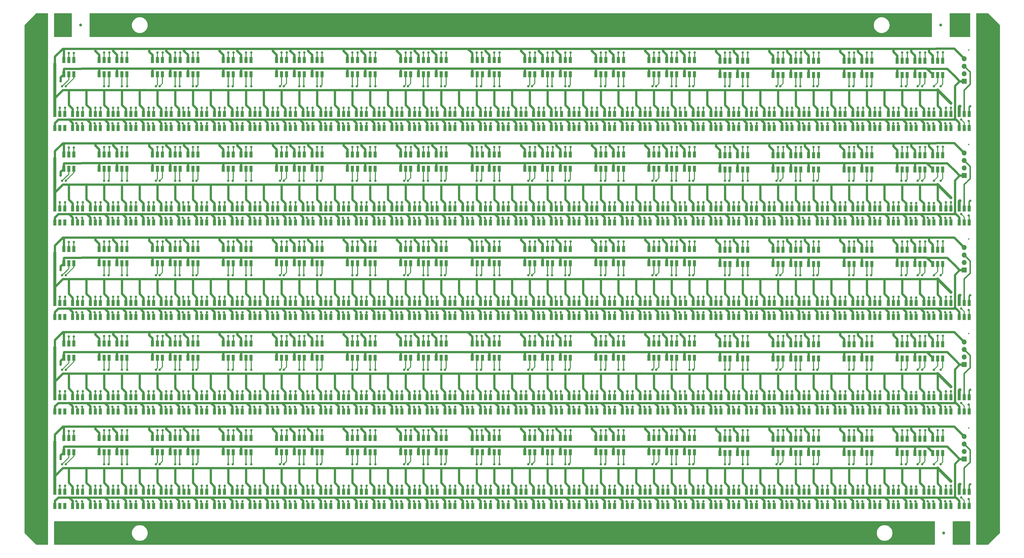
<source format=gbr>
G04 #@! TF.GenerationSoftware,KiCad,Pcbnew,(5.1.5)-3*
G04 #@! TF.CreationDate,2020-04-10T18:57:11+09:00*
G04 #@! TF.ProjectId,APA102_MENZUKE5,41504131-3032-45f4-9d45-4e5a554b4535,rev?*
G04 #@! TF.SameCoordinates,Original*
G04 #@! TF.FileFunction,Copper,L1,Top*
G04 #@! TF.FilePolarity,Positive*
%FSLAX46Y46*%
G04 Gerber Fmt 4.6, Leading zero omitted, Abs format (unit mm)*
G04 Created by KiCad (PCBNEW (5.1.5)-3) date 2020-04-10 18:57:11*
%MOMM*%
%LPD*%
G04 APERTURE LIST*
%ADD10C,1.000000*%
%ADD11R,1.100000X2.000000*%
%ADD12C,0.500000*%
%ADD13R,1.700000X1.700000*%
%ADD14O,1.700000X1.700000*%
%ADD15C,0.800000*%
%ADD16C,0.750000*%
%ADD17C,0.500000*%
%ADD18C,0.300000*%
%ADD19C,1.000000*%
%ADD20C,0.254000*%
G04 APERTURE END LIST*
D10*
X352000000Y-205000000D03*
X351000000Y-33000000D03*
X60000000Y-33000000D03*
D11*
X213300000Y-195900000D03*
X215000000Y-195900000D03*
X216700000Y-195900000D03*
X216700000Y-191100000D03*
X215000000Y-191100000D03*
X213300000Y-191100000D03*
X213300000Y-163900000D03*
X215000000Y-163900000D03*
X216700000Y-163900000D03*
X216700000Y-159100000D03*
X215000000Y-159100000D03*
X213300000Y-159100000D03*
X213300000Y-131900000D03*
X215000000Y-131900000D03*
X216700000Y-131900000D03*
X216700000Y-127100000D03*
X215000000Y-127100000D03*
X213300000Y-127100000D03*
X213300000Y-99900000D03*
X215000000Y-99900000D03*
X216700000Y-99900000D03*
X216700000Y-95100000D03*
X215000000Y-95100000D03*
X213300000Y-95100000D03*
X198300000Y-177650000D03*
X200000000Y-177650000D03*
X201700000Y-177650000D03*
X201700000Y-172850000D03*
X200000000Y-172850000D03*
X198300000Y-172850000D03*
X198300000Y-145650000D03*
X200000000Y-145650000D03*
X201700000Y-145650000D03*
X201700000Y-140850000D03*
X200000000Y-140850000D03*
X198300000Y-140850000D03*
X198300000Y-113650000D03*
X200000000Y-113650000D03*
X201700000Y-113650000D03*
X201700000Y-108850000D03*
X200000000Y-108850000D03*
X198300000Y-108850000D03*
X198300000Y-81650000D03*
X200000000Y-81650000D03*
X201700000Y-81650000D03*
X201700000Y-76850000D03*
X200000000Y-76850000D03*
X198300000Y-76850000D03*
X216300000Y-172850000D03*
X218000000Y-172850000D03*
X219700000Y-172850000D03*
X219700000Y-177650000D03*
X218000000Y-177650000D03*
X216300000Y-177650000D03*
X216300000Y-140850000D03*
X218000000Y-140850000D03*
X219700000Y-140850000D03*
X219700000Y-145650000D03*
X218000000Y-145650000D03*
X216300000Y-145650000D03*
X216300000Y-108850000D03*
X218000000Y-108850000D03*
X219700000Y-108850000D03*
X219700000Y-113650000D03*
X218000000Y-113650000D03*
X216300000Y-113650000D03*
X216300000Y-76850000D03*
X218000000Y-76850000D03*
X219700000Y-76850000D03*
X219700000Y-81650000D03*
X218000000Y-81650000D03*
X216300000Y-81650000D03*
X243300000Y-195900000D03*
X245000000Y-195900000D03*
X246700000Y-195900000D03*
X246700000Y-191100000D03*
X245000000Y-191100000D03*
X243300000Y-191100000D03*
X243300000Y-163900000D03*
X245000000Y-163900000D03*
X246700000Y-163900000D03*
X246700000Y-159100000D03*
X245000000Y-159100000D03*
X243300000Y-159100000D03*
X243300000Y-131900000D03*
X245000000Y-131900000D03*
X246700000Y-131900000D03*
X246700000Y-127100000D03*
X245000000Y-127100000D03*
X243300000Y-127100000D03*
X243300000Y-99900000D03*
X245000000Y-99900000D03*
X246700000Y-99900000D03*
X246700000Y-95100000D03*
X245000000Y-95100000D03*
X243300000Y-95100000D03*
X225300000Y-195900000D03*
X227000000Y-195900000D03*
X228700000Y-195900000D03*
X228700000Y-191100000D03*
X227000000Y-191100000D03*
X225300000Y-191100000D03*
X225300000Y-163900000D03*
X227000000Y-163900000D03*
X228700000Y-163900000D03*
X228700000Y-159100000D03*
X227000000Y-159100000D03*
X225300000Y-159100000D03*
X225300000Y-131900000D03*
X227000000Y-131900000D03*
X228700000Y-131900000D03*
X228700000Y-127100000D03*
X227000000Y-127100000D03*
X225300000Y-127100000D03*
X225300000Y-99900000D03*
X227000000Y-99900000D03*
X228700000Y-99900000D03*
X228700000Y-95100000D03*
X227000000Y-95100000D03*
X225300000Y-95100000D03*
X231300000Y-191100000D03*
X233000000Y-191100000D03*
X234700000Y-191100000D03*
X234700000Y-195900000D03*
X233000000Y-195900000D03*
X231300000Y-195900000D03*
X231300000Y-159100000D03*
X233000000Y-159100000D03*
X234700000Y-159100000D03*
X234700000Y-163900000D03*
X233000000Y-163900000D03*
X231300000Y-163900000D03*
X231300000Y-127100000D03*
X233000000Y-127100000D03*
X234700000Y-127100000D03*
X234700000Y-131900000D03*
X233000000Y-131900000D03*
X231300000Y-131900000D03*
X231300000Y-95100000D03*
X233000000Y-95100000D03*
X234700000Y-95100000D03*
X234700000Y-99900000D03*
X233000000Y-99900000D03*
X231300000Y-99900000D03*
X240300000Y-177650000D03*
X242000000Y-177650000D03*
X243700000Y-177650000D03*
X243700000Y-172850000D03*
X242000000Y-172850000D03*
X240300000Y-172850000D03*
X240300000Y-145650000D03*
X242000000Y-145650000D03*
X243700000Y-145650000D03*
X243700000Y-140850000D03*
X242000000Y-140850000D03*
X240300000Y-140850000D03*
X240300000Y-113650000D03*
X242000000Y-113650000D03*
X243700000Y-113650000D03*
X243700000Y-108850000D03*
X242000000Y-108850000D03*
X240300000Y-108850000D03*
X240300000Y-81650000D03*
X242000000Y-81650000D03*
X243700000Y-81650000D03*
X243700000Y-76850000D03*
X242000000Y-76850000D03*
X240300000Y-76850000D03*
X249300000Y-195900000D03*
X251000000Y-195900000D03*
X252700000Y-195900000D03*
X252700000Y-191100000D03*
X251000000Y-191100000D03*
X249300000Y-191100000D03*
X249300000Y-163900000D03*
X251000000Y-163900000D03*
X252700000Y-163900000D03*
X252700000Y-159100000D03*
X251000000Y-159100000D03*
X249300000Y-159100000D03*
X249300000Y-131900000D03*
X251000000Y-131900000D03*
X252700000Y-131900000D03*
X252700000Y-127100000D03*
X251000000Y-127100000D03*
X249300000Y-127100000D03*
X249300000Y-99900000D03*
X251000000Y-99900000D03*
X252700000Y-99900000D03*
X252700000Y-95100000D03*
X251000000Y-95100000D03*
X249300000Y-95100000D03*
X252300000Y-172850000D03*
X254000000Y-172850000D03*
X255700000Y-172850000D03*
X255700000Y-177650000D03*
X254000000Y-177650000D03*
X252300000Y-177650000D03*
X252300000Y-140850000D03*
X254000000Y-140850000D03*
X255700000Y-140850000D03*
X255700000Y-145650000D03*
X254000000Y-145650000D03*
X252300000Y-145650000D03*
X252300000Y-108850000D03*
X254000000Y-108850000D03*
X255700000Y-108850000D03*
X255700000Y-113650000D03*
X254000000Y-113650000D03*
X252300000Y-113650000D03*
X252300000Y-76850000D03*
X254000000Y-76850000D03*
X255700000Y-76850000D03*
X255700000Y-81650000D03*
X254000000Y-81650000D03*
X252300000Y-81650000D03*
X255300000Y-195900000D03*
X257000000Y-195900000D03*
X258700000Y-195900000D03*
X258700000Y-191100000D03*
X257000000Y-191100000D03*
X255300000Y-191100000D03*
X255300000Y-163900000D03*
X257000000Y-163900000D03*
X258700000Y-163900000D03*
X258700000Y-159100000D03*
X257000000Y-159100000D03*
X255300000Y-159100000D03*
X255300000Y-131900000D03*
X257000000Y-131900000D03*
X258700000Y-131900000D03*
X258700000Y-127100000D03*
X257000000Y-127100000D03*
X255300000Y-127100000D03*
X255300000Y-99900000D03*
X257000000Y-99900000D03*
X258700000Y-99900000D03*
X258700000Y-95100000D03*
X257000000Y-95100000D03*
X255300000Y-95100000D03*
X258300000Y-172850000D03*
X260000000Y-172850000D03*
X261700000Y-172850000D03*
X261700000Y-177650000D03*
X260000000Y-177650000D03*
X258300000Y-177650000D03*
X258300000Y-140850000D03*
X260000000Y-140850000D03*
X261700000Y-140850000D03*
X261700000Y-145650000D03*
X260000000Y-145650000D03*
X258300000Y-145650000D03*
X258300000Y-108850000D03*
X260000000Y-108850000D03*
X261700000Y-108850000D03*
X261700000Y-113650000D03*
X260000000Y-113650000D03*
X258300000Y-113650000D03*
X258300000Y-76850000D03*
X260000000Y-76850000D03*
X261700000Y-76850000D03*
X261700000Y-81650000D03*
X260000000Y-81650000D03*
X258300000Y-81650000D03*
X210300000Y-172850000D03*
X212000000Y-172850000D03*
X213700000Y-172850000D03*
X213700000Y-177650000D03*
X212000000Y-177650000D03*
X210300000Y-177650000D03*
X210300000Y-140850000D03*
X212000000Y-140850000D03*
X213700000Y-140850000D03*
X213700000Y-145650000D03*
X212000000Y-145650000D03*
X210300000Y-145650000D03*
X210300000Y-108850000D03*
X212000000Y-108850000D03*
X213700000Y-108850000D03*
X213700000Y-113650000D03*
X212000000Y-113650000D03*
X210300000Y-113650000D03*
X210300000Y-76850000D03*
X212000000Y-76850000D03*
X213700000Y-76850000D03*
X213700000Y-81650000D03*
X212000000Y-81650000D03*
X210300000Y-81650000D03*
X201300000Y-191100000D03*
X203000000Y-191100000D03*
X204700000Y-191100000D03*
X204700000Y-195900000D03*
X203000000Y-195900000D03*
X201300000Y-195900000D03*
X201300000Y-159100000D03*
X203000000Y-159100000D03*
X204700000Y-159100000D03*
X204700000Y-163900000D03*
X203000000Y-163900000D03*
X201300000Y-163900000D03*
X201300000Y-127100000D03*
X203000000Y-127100000D03*
X204700000Y-127100000D03*
X204700000Y-131900000D03*
X203000000Y-131900000D03*
X201300000Y-131900000D03*
X201300000Y-95100000D03*
X203000000Y-95100000D03*
X204700000Y-95100000D03*
X204700000Y-99900000D03*
X203000000Y-99900000D03*
X201300000Y-99900000D03*
X219300000Y-195900000D03*
X221000000Y-195900000D03*
X222700000Y-195900000D03*
X222700000Y-191100000D03*
X221000000Y-191100000D03*
X219300000Y-191100000D03*
X219300000Y-163900000D03*
X221000000Y-163900000D03*
X222700000Y-163900000D03*
X222700000Y-159100000D03*
X221000000Y-159100000D03*
X219300000Y-159100000D03*
X219300000Y-131900000D03*
X221000000Y-131900000D03*
X222700000Y-131900000D03*
X222700000Y-127100000D03*
X221000000Y-127100000D03*
X219300000Y-127100000D03*
X219300000Y-99900000D03*
X221000000Y-99900000D03*
X222700000Y-99900000D03*
X222700000Y-95100000D03*
X221000000Y-95100000D03*
X219300000Y-95100000D03*
X222300000Y-172850000D03*
X224000000Y-172850000D03*
X225700000Y-172850000D03*
X225700000Y-177650000D03*
X224000000Y-177650000D03*
X222300000Y-177650000D03*
X222300000Y-140850000D03*
X224000000Y-140850000D03*
X225700000Y-140850000D03*
X225700000Y-145650000D03*
X224000000Y-145650000D03*
X222300000Y-145650000D03*
X222300000Y-108850000D03*
X224000000Y-108850000D03*
X225700000Y-108850000D03*
X225700000Y-113650000D03*
X224000000Y-113650000D03*
X222300000Y-113650000D03*
X222300000Y-76850000D03*
X224000000Y-76850000D03*
X225700000Y-76850000D03*
X225700000Y-81650000D03*
X224000000Y-81650000D03*
X222300000Y-81650000D03*
X234300000Y-177650000D03*
X236000000Y-177650000D03*
X237700000Y-177650000D03*
X237700000Y-172850000D03*
X236000000Y-172850000D03*
X234300000Y-172850000D03*
X234300000Y-145650000D03*
X236000000Y-145650000D03*
X237700000Y-145650000D03*
X237700000Y-140850000D03*
X236000000Y-140850000D03*
X234300000Y-140850000D03*
X234300000Y-113650000D03*
X236000000Y-113650000D03*
X237700000Y-113650000D03*
X237700000Y-108850000D03*
X236000000Y-108850000D03*
X234300000Y-108850000D03*
X234300000Y-81650000D03*
X236000000Y-81650000D03*
X237700000Y-81650000D03*
X237700000Y-76850000D03*
X236000000Y-76850000D03*
X234300000Y-76850000D03*
X237300000Y-191100000D03*
X239000000Y-191100000D03*
X240700000Y-191100000D03*
X240700000Y-195900000D03*
X239000000Y-195900000D03*
X237300000Y-195900000D03*
X237300000Y-159100000D03*
X239000000Y-159100000D03*
X240700000Y-159100000D03*
X240700000Y-163900000D03*
X239000000Y-163900000D03*
X237300000Y-163900000D03*
X237300000Y-127100000D03*
X239000000Y-127100000D03*
X240700000Y-127100000D03*
X240700000Y-131900000D03*
X239000000Y-131900000D03*
X237300000Y-131900000D03*
X237300000Y-95100000D03*
X239000000Y-95100000D03*
X240700000Y-95100000D03*
X240700000Y-99900000D03*
X239000000Y-99900000D03*
X237300000Y-99900000D03*
X207300000Y-191100000D03*
X209000000Y-191100000D03*
X210700000Y-191100000D03*
X210700000Y-195900000D03*
X209000000Y-195900000D03*
X207300000Y-195900000D03*
X207300000Y-159100000D03*
X209000000Y-159100000D03*
X210700000Y-159100000D03*
X210700000Y-163900000D03*
X209000000Y-163900000D03*
X207300000Y-163900000D03*
X207300000Y-127100000D03*
X209000000Y-127100000D03*
X210700000Y-127100000D03*
X210700000Y-131900000D03*
X209000000Y-131900000D03*
X207300000Y-131900000D03*
X207300000Y-95100000D03*
X209000000Y-95100000D03*
X210700000Y-95100000D03*
X210700000Y-99900000D03*
X209000000Y-99900000D03*
X207300000Y-99900000D03*
X51300000Y-191100000D03*
X53000000Y-191100000D03*
X54700000Y-191100000D03*
X54700000Y-195900000D03*
X53000000Y-195900000D03*
X51300000Y-195900000D03*
X51300000Y-159100000D03*
X53000000Y-159100000D03*
X54700000Y-159100000D03*
X54700000Y-163900000D03*
X53000000Y-163900000D03*
X51300000Y-163900000D03*
X51300000Y-127100000D03*
X53000000Y-127100000D03*
X54700000Y-127100000D03*
X54700000Y-131900000D03*
X53000000Y-131900000D03*
X51300000Y-131900000D03*
X51300000Y-95100000D03*
X53000000Y-95100000D03*
X54700000Y-95100000D03*
X54700000Y-99900000D03*
X53000000Y-99900000D03*
X51300000Y-99900000D03*
X54300000Y-177650000D03*
X56000000Y-177650000D03*
X57700000Y-177650000D03*
X57700000Y-172850000D03*
X56000000Y-172850000D03*
X54300000Y-172850000D03*
X54300000Y-145650000D03*
X56000000Y-145650000D03*
X57700000Y-145650000D03*
X57700000Y-140850000D03*
X56000000Y-140850000D03*
X54300000Y-140850000D03*
X54300000Y-113650000D03*
X56000000Y-113650000D03*
X57700000Y-113650000D03*
X57700000Y-108850000D03*
X56000000Y-108850000D03*
X54300000Y-108850000D03*
X54300000Y-81650000D03*
X56000000Y-81650000D03*
X57700000Y-81650000D03*
X57700000Y-76850000D03*
X56000000Y-76850000D03*
X54300000Y-76850000D03*
X57300000Y-191100000D03*
X59000000Y-191100000D03*
X60700000Y-191100000D03*
X60700000Y-195900000D03*
X59000000Y-195900000D03*
X57300000Y-195900000D03*
X57300000Y-159100000D03*
X59000000Y-159100000D03*
X60700000Y-159100000D03*
X60700000Y-163900000D03*
X59000000Y-163900000D03*
X57300000Y-163900000D03*
X57300000Y-127100000D03*
X59000000Y-127100000D03*
X60700000Y-127100000D03*
X60700000Y-131900000D03*
X59000000Y-131900000D03*
X57300000Y-131900000D03*
X57300000Y-95100000D03*
X59000000Y-95100000D03*
X60700000Y-95100000D03*
X60700000Y-99900000D03*
X59000000Y-99900000D03*
X57300000Y-99900000D03*
X69300000Y-195900000D03*
X71000000Y-195900000D03*
X72700000Y-195900000D03*
X72700000Y-191100000D03*
X71000000Y-191100000D03*
X69300000Y-191100000D03*
X69300000Y-163900000D03*
X71000000Y-163900000D03*
X72700000Y-163900000D03*
X72700000Y-159100000D03*
X71000000Y-159100000D03*
X69300000Y-159100000D03*
X69300000Y-131900000D03*
X71000000Y-131900000D03*
X72700000Y-131900000D03*
X72700000Y-127100000D03*
X71000000Y-127100000D03*
X69300000Y-127100000D03*
X69300000Y-99900000D03*
X71000000Y-99900000D03*
X72700000Y-99900000D03*
X72700000Y-95100000D03*
X71000000Y-95100000D03*
X69300000Y-95100000D03*
X63300000Y-195900000D03*
X65000000Y-195900000D03*
X66700000Y-195900000D03*
X66700000Y-191100000D03*
X65000000Y-191100000D03*
X63300000Y-191100000D03*
X63300000Y-163900000D03*
X65000000Y-163900000D03*
X66700000Y-163900000D03*
X66700000Y-159100000D03*
X65000000Y-159100000D03*
X63300000Y-159100000D03*
X63300000Y-131900000D03*
X65000000Y-131900000D03*
X66700000Y-131900000D03*
X66700000Y-127100000D03*
X65000000Y-127100000D03*
X63300000Y-127100000D03*
X63300000Y-99900000D03*
X65000000Y-99900000D03*
X66700000Y-99900000D03*
X66700000Y-95100000D03*
X65000000Y-95100000D03*
X63300000Y-95100000D03*
X66300000Y-172850000D03*
X68000000Y-172850000D03*
X69700000Y-172850000D03*
X69700000Y-177650000D03*
X68000000Y-177650000D03*
X66300000Y-177650000D03*
X66300000Y-140850000D03*
X68000000Y-140850000D03*
X69700000Y-140850000D03*
X69700000Y-145650000D03*
X68000000Y-145650000D03*
X66300000Y-145650000D03*
X66300000Y-108850000D03*
X68000000Y-108850000D03*
X69700000Y-108850000D03*
X69700000Y-113650000D03*
X68000000Y-113650000D03*
X66300000Y-113650000D03*
X66300000Y-76850000D03*
X68000000Y-76850000D03*
X69700000Y-76850000D03*
X69700000Y-81650000D03*
X68000000Y-81650000D03*
X66300000Y-81650000D03*
X111300000Y-195900000D03*
X113000000Y-195900000D03*
X114700000Y-195900000D03*
X114700000Y-191100000D03*
X113000000Y-191100000D03*
X111300000Y-191100000D03*
X111300000Y-163900000D03*
X113000000Y-163900000D03*
X114700000Y-163900000D03*
X114700000Y-159100000D03*
X113000000Y-159100000D03*
X111300000Y-159100000D03*
X111300000Y-131900000D03*
X113000000Y-131900000D03*
X114700000Y-131900000D03*
X114700000Y-127100000D03*
X113000000Y-127100000D03*
X111300000Y-127100000D03*
X111300000Y-99900000D03*
X113000000Y-99900000D03*
X114700000Y-99900000D03*
X114700000Y-95100000D03*
X113000000Y-95100000D03*
X111300000Y-95100000D03*
X87300000Y-195900000D03*
X89000000Y-195900000D03*
X90700000Y-195900000D03*
X90700000Y-191100000D03*
X89000000Y-191100000D03*
X87300000Y-191100000D03*
X87300000Y-163900000D03*
X89000000Y-163900000D03*
X90700000Y-163900000D03*
X90700000Y-159100000D03*
X89000000Y-159100000D03*
X87300000Y-159100000D03*
X87300000Y-131900000D03*
X89000000Y-131900000D03*
X90700000Y-131900000D03*
X90700000Y-127100000D03*
X89000000Y-127100000D03*
X87300000Y-127100000D03*
X87300000Y-99900000D03*
X89000000Y-99900000D03*
X90700000Y-99900000D03*
X90700000Y-95100000D03*
X89000000Y-95100000D03*
X87300000Y-95100000D03*
X117300000Y-195900000D03*
X119000000Y-195900000D03*
X120700000Y-195900000D03*
X120700000Y-191100000D03*
X119000000Y-191100000D03*
X117300000Y-191100000D03*
X117300000Y-163900000D03*
X119000000Y-163900000D03*
X120700000Y-163900000D03*
X120700000Y-159100000D03*
X119000000Y-159100000D03*
X117300000Y-159100000D03*
X117300000Y-131900000D03*
X119000000Y-131900000D03*
X120700000Y-131900000D03*
X120700000Y-127100000D03*
X119000000Y-127100000D03*
X117300000Y-127100000D03*
X117300000Y-99900000D03*
X119000000Y-99900000D03*
X120700000Y-99900000D03*
X120700000Y-95100000D03*
X119000000Y-95100000D03*
X117300000Y-95100000D03*
X72300000Y-172850000D03*
X74000000Y-172850000D03*
X75700000Y-172850000D03*
X75700000Y-177650000D03*
X74000000Y-177650000D03*
X72300000Y-177650000D03*
X72300000Y-140850000D03*
X74000000Y-140850000D03*
X75700000Y-140850000D03*
X75700000Y-145650000D03*
X74000000Y-145650000D03*
X72300000Y-145650000D03*
X72300000Y-108850000D03*
X74000000Y-108850000D03*
X75700000Y-108850000D03*
X75700000Y-113650000D03*
X74000000Y-113650000D03*
X72300000Y-113650000D03*
X72300000Y-76850000D03*
X74000000Y-76850000D03*
X75700000Y-76850000D03*
X75700000Y-81650000D03*
X74000000Y-81650000D03*
X72300000Y-81650000D03*
X75300000Y-195900000D03*
X77000000Y-195900000D03*
X78700000Y-195900000D03*
X78700000Y-191100000D03*
X77000000Y-191100000D03*
X75300000Y-191100000D03*
X75300000Y-163900000D03*
X77000000Y-163900000D03*
X78700000Y-163900000D03*
X78700000Y-159100000D03*
X77000000Y-159100000D03*
X75300000Y-159100000D03*
X75300000Y-131900000D03*
X77000000Y-131900000D03*
X78700000Y-131900000D03*
X78700000Y-127100000D03*
X77000000Y-127100000D03*
X75300000Y-127100000D03*
X75300000Y-99900000D03*
X77000000Y-99900000D03*
X78700000Y-99900000D03*
X78700000Y-95100000D03*
X77000000Y-95100000D03*
X75300000Y-95100000D03*
X81300000Y-191100000D03*
X83000000Y-191100000D03*
X84700000Y-191100000D03*
X84700000Y-195900000D03*
X83000000Y-195900000D03*
X81300000Y-195900000D03*
X81300000Y-159100000D03*
X83000000Y-159100000D03*
X84700000Y-159100000D03*
X84700000Y-163900000D03*
X83000000Y-163900000D03*
X81300000Y-163900000D03*
X81300000Y-127100000D03*
X83000000Y-127100000D03*
X84700000Y-127100000D03*
X84700000Y-131900000D03*
X83000000Y-131900000D03*
X81300000Y-131900000D03*
X81300000Y-95100000D03*
X83000000Y-95100000D03*
X84700000Y-95100000D03*
X84700000Y-99900000D03*
X83000000Y-99900000D03*
X81300000Y-99900000D03*
X96300000Y-177650000D03*
X98000000Y-177650000D03*
X99700000Y-177650000D03*
X99700000Y-172850000D03*
X98000000Y-172850000D03*
X96300000Y-172850000D03*
X96300000Y-145650000D03*
X98000000Y-145650000D03*
X99700000Y-145650000D03*
X99700000Y-140850000D03*
X98000000Y-140850000D03*
X96300000Y-140850000D03*
X96300000Y-113650000D03*
X98000000Y-113650000D03*
X99700000Y-113650000D03*
X99700000Y-108850000D03*
X98000000Y-108850000D03*
X96300000Y-108850000D03*
X96300000Y-81650000D03*
X98000000Y-81650000D03*
X99700000Y-81650000D03*
X99700000Y-76850000D03*
X98000000Y-76850000D03*
X96300000Y-76850000D03*
X108300000Y-172850000D03*
X110000000Y-172850000D03*
X111700000Y-172850000D03*
X111700000Y-177650000D03*
X110000000Y-177650000D03*
X108300000Y-177650000D03*
X108300000Y-140850000D03*
X110000000Y-140850000D03*
X111700000Y-140850000D03*
X111700000Y-145650000D03*
X110000000Y-145650000D03*
X108300000Y-145650000D03*
X108300000Y-108850000D03*
X110000000Y-108850000D03*
X111700000Y-108850000D03*
X111700000Y-113650000D03*
X110000000Y-113650000D03*
X108300000Y-113650000D03*
X108300000Y-76850000D03*
X110000000Y-76850000D03*
X111700000Y-76850000D03*
X111700000Y-81650000D03*
X110000000Y-81650000D03*
X108300000Y-81650000D03*
X99300000Y-191100000D03*
X101000000Y-191100000D03*
X102700000Y-191100000D03*
X102700000Y-195900000D03*
X101000000Y-195900000D03*
X99300000Y-195900000D03*
X99300000Y-159100000D03*
X101000000Y-159100000D03*
X102700000Y-159100000D03*
X102700000Y-163900000D03*
X101000000Y-163900000D03*
X99300000Y-163900000D03*
X99300000Y-127100000D03*
X101000000Y-127100000D03*
X102700000Y-127100000D03*
X102700000Y-131900000D03*
X101000000Y-131900000D03*
X99300000Y-131900000D03*
X99300000Y-95100000D03*
X101000000Y-95100000D03*
X102700000Y-95100000D03*
X102700000Y-99900000D03*
X101000000Y-99900000D03*
X99300000Y-99900000D03*
X84300000Y-177650000D03*
X86000000Y-177650000D03*
X87700000Y-177650000D03*
X87700000Y-172850000D03*
X86000000Y-172850000D03*
X84300000Y-172850000D03*
X84300000Y-145650000D03*
X86000000Y-145650000D03*
X87700000Y-145650000D03*
X87700000Y-140850000D03*
X86000000Y-140850000D03*
X84300000Y-140850000D03*
X84300000Y-113650000D03*
X86000000Y-113650000D03*
X87700000Y-113650000D03*
X87700000Y-108850000D03*
X86000000Y-108850000D03*
X84300000Y-108850000D03*
X84300000Y-81650000D03*
X86000000Y-81650000D03*
X87700000Y-81650000D03*
X87700000Y-76850000D03*
X86000000Y-76850000D03*
X84300000Y-76850000D03*
X90300000Y-177650000D03*
X92000000Y-177650000D03*
X93700000Y-177650000D03*
X93700000Y-172850000D03*
X92000000Y-172850000D03*
X90300000Y-172850000D03*
X90300000Y-145650000D03*
X92000000Y-145650000D03*
X93700000Y-145650000D03*
X93700000Y-140850000D03*
X92000000Y-140850000D03*
X90300000Y-140850000D03*
X90300000Y-113650000D03*
X92000000Y-113650000D03*
X93700000Y-113650000D03*
X93700000Y-108850000D03*
X92000000Y-108850000D03*
X90300000Y-108850000D03*
X90300000Y-81650000D03*
X92000000Y-81650000D03*
X93700000Y-81650000D03*
X93700000Y-76850000D03*
X92000000Y-76850000D03*
X90300000Y-76850000D03*
X105300000Y-195900000D03*
X107000000Y-195900000D03*
X108700000Y-195900000D03*
X108700000Y-191100000D03*
X107000000Y-191100000D03*
X105300000Y-191100000D03*
X105300000Y-163900000D03*
X107000000Y-163900000D03*
X108700000Y-163900000D03*
X108700000Y-159100000D03*
X107000000Y-159100000D03*
X105300000Y-159100000D03*
X105300000Y-131900000D03*
X107000000Y-131900000D03*
X108700000Y-131900000D03*
X108700000Y-127100000D03*
X107000000Y-127100000D03*
X105300000Y-127100000D03*
X105300000Y-99900000D03*
X107000000Y-99900000D03*
X108700000Y-99900000D03*
X108700000Y-95100000D03*
X107000000Y-95100000D03*
X105300000Y-95100000D03*
X114300000Y-172850000D03*
X116000000Y-172850000D03*
X117700000Y-172850000D03*
X117700000Y-177650000D03*
X116000000Y-177650000D03*
X114300000Y-177650000D03*
X114300000Y-140850000D03*
X116000000Y-140850000D03*
X117700000Y-140850000D03*
X117700000Y-145650000D03*
X116000000Y-145650000D03*
X114300000Y-145650000D03*
X114300000Y-108850000D03*
X116000000Y-108850000D03*
X117700000Y-108850000D03*
X117700000Y-113650000D03*
X116000000Y-113650000D03*
X114300000Y-113650000D03*
X114300000Y-76850000D03*
X116000000Y-76850000D03*
X117700000Y-76850000D03*
X117700000Y-81650000D03*
X116000000Y-81650000D03*
X114300000Y-81650000D03*
X126300000Y-172850000D03*
X128000000Y-172850000D03*
X129700000Y-172850000D03*
X129700000Y-177650000D03*
X128000000Y-177650000D03*
X126300000Y-177650000D03*
X126300000Y-140850000D03*
X128000000Y-140850000D03*
X129700000Y-140850000D03*
X129700000Y-145650000D03*
X128000000Y-145650000D03*
X126300000Y-145650000D03*
X126300000Y-108850000D03*
X128000000Y-108850000D03*
X129700000Y-108850000D03*
X129700000Y-113650000D03*
X128000000Y-113650000D03*
X126300000Y-113650000D03*
X126300000Y-76850000D03*
X128000000Y-76850000D03*
X129700000Y-76850000D03*
X129700000Y-81650000D03*
X128000000Y-81650000D03*
X126300000Y-81650000D03*
X129300000Y-195900000D03*
X131000000Y-195900000D03*
X132700000Y-195900000D03*
X132700000Y-191100000D03*
X131000000Y-191100000D03*
X129300000Y-191100000D03*
X129300000Y-163900000D03*
X131000000Y-163900000D03*
X132700000Y-163900000D03*
X132700000Y-159100000D03*
X131000000Y-159100000D03*
X129300000Y-159100000D03*
X129300000Y-131900000D03*
X131000000Y-131900000D03*
X132700000Y-131900000D03*
X132700000Y-127100000D03*
X131000000Y-127100000D03*
X129300000Y-127100000D03*
X129300000Y-99900000D03*
X131000000Y-99900000D03*
X132700000Y-99900000D03*
X132700000Y-95100000D03*
X131000000Y-95100000D03*
X129300000Y-95100000D03*
X123300000Y-191100000D03*
X125000000Y-191100000D03*
X126700000Y-191100000D03*
X126700000Y-195900000D03*
X125000000Y-195900000D03*
X123300000Y-195900000D03*
X123300000Y-159100000D03*
X125000000Y-159100000D03*
X126700000Y-159100000D03*
X126700000Y-163900000D03*
X125000000Y-163900000D03*
X123300000Y-163900000D03*
X123300000Y-127100000D03*
X125000000Y-127100000D03*
X126700000Y-127100000D03*
X126700000Y-131900000D03*
X125000000Y-131900000D03*
X123300000Y-131900000D03*
X123300000Y-95100000D03*
X125000000Y-95100000D03*
X126700000Y-95100000D03*
X126700000Y-99900000D03*
X125000000Y-99900000D03*
X123300000Y-99900000D03*
X93300000Y-191100000D03*
X95000000Y-191100000D03*
X96700000Y-191100000D03*
X96700000Y-195900000D03*
X95000000Y-195900000D03*
X93300000Y-195900000D03*
X93300000Y-159100000D03*
X95000000Y-159100000D03*
X96700000Y-159100000D03*
X96700000Y-163900000D03*
X95000000Y-163900000D03*
X93300000Y-163900000D03*
X93300000Y-127100000D03*
X95000000Y-127100000D03*
X96700000Y-127100000D03*
X96700000Y-131900000D03*
X95000000Y-131900000D03*
X93300000Y-131900000D03*
X93300000Y-95100000D03*
X95000000Y-95100000D03*
X96700000Y-95100000D03*
X96700000Y-99900000D03*
X95000000Y-99900000D03*
X93300000Y-99900000D03*
X132300000Y-172850000D03*
X134000000Y-172850000D03*
X135700000Y-172850000D03*
X135700000Y-177650000D03*
X134000000Y-177650000D03*
X132300000Y-177650000D03*
X132300000Y-140850000D03*
X134000000Y-140850000D03*
X135700000Y-140850000D03*
X135700000Y-145650000D03*
X134000000Y-145650000D03*
X132300000Y-145650000D03*
X132300000Y-108850000D03*
X134000000Y-108850000D03*
X135700000Y-108850000D03*
X135700000Y-113650000D03*
X134000000Y-113650000D03*
X132300000Y-113650000D03*
X132300000Y-76850000D03*
X134000000Y-76850000D03*
X135700000Y-76850000D03*
X135700000Y-81650000D03*
X134000000Y-81650000D03*
X132300000Y-81650000D03*
X165300000Y-195900000D03*
X167000000Y-195900000D03*
X168700000Y-195900000D03*
X168700000Y-191100000D03*
X167000000Y-191100000D03*
X165300000Y-191100000D03*
X165300000Y-163900000D03*
X167000000Y-163900000D03*
X168700000Y-163900000D03*
X168700000Y-159100000D03*
X167000000Y-159100000D03*
X165300000Y-159100000D03*
X165300000Y-131900000D03*
X167000000Y-131900000D03*
X168700000Y-131900000D03*
X168700000Y-127100000D03*
X167000000Y-127100000D03*
X165300000Y-127100000D03*
X165300000Y-99900000D03*
X167000000Y-99900000D03*
X168700000Y-99900000D03*
X168700000Y-95100000D03*
X167000000Y-95100000D03*
X165300000Y-95100000D03*
X180300000Y-172850000D03*
X182000000Y-172850000D03*
X183700000Y-172850000D03*
X183700000Y-177650000D03*
X182000000Y-177650000D03*
X180300000Y-177650000D03*
X180300000Y-140850000D03*
X182000000Y-140850000D03*
X183700000Y-140850000D03*
X183700000Y-145650000D03*
X182000000Y-145650000D03*
X180300000Y-145650000D03*
X180300000Y-108850000D03*
X182000000Y-108850000D03*
X183700000Y-108850000D03*
X183700000Y-113650000D03*
X182000000Y-113650000D03*
X180300000Y-113650000D03*
X180300000Y-76850000D03*
X182000000Y-76850000D03*
X183700000Y-76850000D03*
X183700000Y-81650000D03*
X182000000Y-81650000D03*
X180300000Y-81650000D03*
X168300000Y-172850000D03*
X170000000Y-172850000D03*
X171700000Y-172850000D03*
X171700000Y-177650000D03*
X170000000Y-177650000D03*
X168300000Y-177650000D03*
X168300000Y-140850000D03*
X170000000Y-140850000D03*
X171700000Y-140850000D03*
X171700000Y-145650000D03*
X170000000Y-145650000D03*
X168300000Y-145650000D03*
X168300000Y-108850000D03*
X170000000Y-108850000D03*
X171700000Y-108850000D03*
X171700000Y-113650000D03*
X170000000Y-113650000D03*
X168300000Y-113650000D03*
X168300000Y-76850000D03*
X170000000Y-76850000D03*
X171700000Y-76850000D03*
X171700000Y-81650000D03*
X170000000Y-81650000D03*
X168300000Y-81650000D03*
X177300000Y-195900000D03*
X179000000Y-195900000D03*
X180700000Y-195900000D03*
X180700000Y-191100000D03*
X179000000Y-191100000D03*
X177300000Y-191100000D03*
X177300000Y-163900000D03*
X179000000Y-163900000D03*
X180700000Y-163900000D03*
X180700000Y-159100000D03*
X179000000Y-159100000D03*
X177300000Y-159100000D03*
X177300000Y-131900000D03*
X179000000Y-131900000D03*
X180700000Y-131900000D03*
X180700000Y-127100000D03*
X179000000Y-127100000D03*
X177300000Y-127100000D03*
X177300000Y-99900000D03*
X179000000Y-99900000D03*
X180700000Y-99900000D03*
X180700000Y-95100000D03*
X179000000Y-95100000D03*
X177300000Y-95100000D03*
X183300000Y-195900000D03*
X185000000Y-195900000D03*
X186700000Y-195900000D03*
X186700000Y-191100000D03*
X185000000Y-191100000D03*
X183300000Y-191100000D03*
X183300000Y-163900000D03*
X185000000Y-163900000D03*
X186700000Y-163900000D03*
X186700000Y-159100000D03*
X185000000Y-159100000D03*
X183300000Y-159100000D03*
X183300000Y-131900000D03*
X185000000Y-131900000D03*
X186700000Y-131900000D03*
X186700000Y-127100000D03*
X185000000Y-127100000D03*
X183300000Y-127100000D03*
X183300000Y-99900000D03*
X185000000Y-99900000D03*
X186700000Y-99900000D03*
X186700000Y-95100000D03*
X185000000Y-95100000D03*
X183300000Y-95100000D03*
X189300000Y-191100000D03*
X191000000Y-191100000D03*
X192700000Y-191100000D03*
X192700000Y-195900000D03*
X191000000Y-195900000D03*
X189300000Y-195900000D03*
X189300000Y-159100000D03*
X191000000Y-159100000D03*
X192700000Y-159100000D03*
X192700000Y-163900000D03*
X191000000Y-163900000D03*
X189300000Y-163900000D03*
X189300000Y-127100000D03*
X191000000Y-127100000D03*
X192700000Y-127100000D03*
X192700000Y-131900000D03*
X191000000Y-131900000D03*
X189300000Y-131900000D03*
X189300000Y-95100000D03*
X191000000Y-95100000D03*
X192700000Y-95100000D03*
X192700000Y-99900000D03*
X191000000Y-99900000D03*
X189300000Y-99900000D03*
X135300000Y-195900000D03*
X137000000Y-195900000D03*
X138700000Y-195900000D03*
X138700000Y-191100000D03*
X137000000Y-191100000D03*
X135300000Y-191100000D03*
X135300000Y-163900000D03*
X137000000Y-163900000D03*
X138700000Y-163900000D03*
X138700000Y-159100000D03*
X137000000Y-159100000D03*
X135300000Y-159100000D03*
X135300000Y-131900000D03*
X137000000Y-131900000D03*
X138700000Y-131900000D03*
X138700000Y-127100000D03*
X137000000Y-127100000D03*
X135300000Y-127100000D03*
X135300000Y-99900000D03*
X137000000Y-99900000D03*
X138700000Y-99900000D03*
X138700000Y-95100000D03*
X137000000Y-95100000D03*
X135300000Y-95100000D03*
X147300000Y-191100000D03*
X149000000Y-191100000D03*
X150700000Y-191100000D03*
X150700000Y-195900000D03*
X149000000Y-195900000D03*
X147300000Y-195900000D03*
X147300000Y-159100000D03*
X149000000Y-159100000D03*
X150700000Y-159100000D03*
X150700000Y-163900000D03*
X149000000Y-163900000D03*
X147300000Y-163900000D03*
X147300000Y-127100000D03*
X149000000Y-127100000D03*
X150700000Y-127100000D03*
X150700000Y-131900000D03*
X149000000Y-131900000D03*
X147300000Y-131900000D03*
X147300000Y-95100000D03*
X149000000Y-95100000D03*
X150700000Y-95100000D03*
X150700000Y-99900000D03*
X149000000Y-99900000D03*
X147300000Y-99900000D03*
X174300000Y-172850000D03*
X176000000Y-172850000D03*
X177700000Y-172850000D03*
X177700000Y-177650000D03*
X176000000Y-177650000D03*
X174300000Y-177650000D03*
X174300000Y-140850000D03*
X176000000Y-140850000D03*
X177700000Y-140850000D03*
X177700000Y-145650000D03*
X176000000Y-145650000D03*
X174300000Y-145650000D03*
X174300000Y-108850000D03*
X176000000Y-108850000D03*
X177700000Y-108850000D03*
X177700000Y-113650000D03*
X176000000Y-113650000D03*
X174300000Y-113650000D03*
X174300000Y-76850000D03*
X176000000Y-76850000D03*
X177700000Y-76850000D03*
X177700000Y-81650000D03*
X176000000Y-81650000D03*
X174300000Y-81650000D03*
X138300000Y-172850000D03*
X140000000Y-172850000D03*
X141700000Y-172850000D03*
X141700000Y-177650000D03*
X140000000Y-177650000D03*
X138300000Y-177650000D03*
X138300000Y-140850000D03*
X140000000Y-140850000D03*
X141700000Y-140850000D03*
X141700000Y-145650000D03*
X140000000Y-145650000D03*
X138300000Y-145650000D03*
X138300000Y-108850000D03*
X140000000Y-108850000D03*
X141700000Y-108850000D03*
X141700000Y-113650000D03*
X140000000Y-113650000D03*
X138300000Y-113650000D03*
X138300000Y-76850000D03*
X140000000Y-76850000D03*
X141700000Y-76850000D03*
X141700000Y-81650000D03*
X140000000Y-81650000D03*
X138300000Y-81650000D03*
X141300000Y-195900000D03*
X143000000Y-195900000D03*
X144700000Y-195900000D03*
X144700000Y-191100000D03*
X143000000Y-191100000D03*
X141300000Y-191100000D03*
X141300000Y-163900000D03*
X143000000Y-163900000D03*
X144700000Y-163900000D03*
X144700000Y-159100000D03*
X143000000Y-159100000D03*
X141300000Y-159100000D03*
X141300000Y-131900000D03*
X143000000Y-131900000D03*
X144700000Y-131900000D03*
X144700000Y-127100000D03*
X143000000Y-127100000D03*
X141300000Y-127100000D03*
X141300000Y-99900000D03*
X143000000Y-99900000D03*
X144700000Y-99900000D03*
X144700000Y-95100000D03*
X143000000Y-95100000D03*
X141300000Y-95100000D03*
X150300000Y-177650000D03*
X152000000Y-177650000D03*
X153700000Y-177650000D03*
X153700000Y-172850000D03*
X152000000Y-172850000D03*
X150300000Y-172850000D03*
X150300000Y-145650000D03*
X152000000Y-145650000D03*
X153700000Y-145650000D03*
X153700000Y-140850000D03*
X152000000Y-140850000D03*
X150300000Y-140850000D03*
X150300000Y-113650000D03*
X152000000Y-113650000D03*
X153700000Y-113650000D03*
X153700000Y-108850000D03*
X152000000Y-108850000D03*
X150300000Y-108850000D03*
X150300000Y-81650000D03*
X152000000Y-81650000D03*
X153700000Y-81650000D03*
X153700000Y-76850000D03*
X152000000Y-76850000D03*
X150300000Y-76850000D03*
X195300000Y-191100000D03*
X197000000Y-191100000D03*
X198700000Y-191100000D03*
X198700000Y-195900000D03*
X197000000Y-195900000D03*
X195300000Y-195900000D03*
X195300000Y-159100000D03*
X197000000Y-159100000D03*
X198700000Y-159100000D03*
X198700000Y-163900000D03*
X197000000Y-163900000D03*
X195300000Y-163900000D03*
X195300000Y-127100000D03*
X197000000Y-127100000D03*
X198700000Y-127100000D03*
X198700000Y-131900000D03*
X197000000Y-131900000D03*
X195300000Y-131900000D03*
X195300000Y-95100000D03*
X197000000Y-95100000D03*
X198700000Y-95100000D03*
X198700000Y-99900000D03*
X197000000Y-99900000D03*
X195300000Y-99900000D03*
X153300000Y-191100000D03*
X155000000Y-191100000D03*
X156700000Y-191100000D03*
X156700000Y-195900000D03*
X155000000Y-195900000D03*
X153300000Y-195900000D03*
X153300000Y-159100000D03*
X155000000Y-159100000D03*
X156700000Y-159100000D03*
X156700000Y-163900000D03*
X155000000Y-163900000D03*
X153300000Y-163900000D03*
X153300000Y-127100000D03*
X155000000Y-127100000D03*
X156700000Y-127100000D03*
X156700000Y-131900000D03*
X155000000Y-131900000D03*
X153300000Y-131900000D03*
X153300000Y-95100000D03*
X155000000Y-95100000D03*
X156700000Y-95100000D03*
X156700000Y-99900000D03*
X155000000Y-99900000D03*
X153300000Y-99900000D03*
X156300000Y-177650000D03*
X158000000Y-177650000D03*
X159700000Y-177650000D03*
X159700000Y-172850000D03*
X158000000Y-172850000D03*
X156300000Y-172850000D03*
X156300000Y-145650000D03*
X158000000Y-145650000D03*
X159700000Y-145650000D03*
X159700000Y-140850000D03*
X158000000Y-140850000D03*
X156300000Y-140850000D03*
X156300000Y-113650000D03*
X158000000Y-113650000D03*
X159700000Y-113650000D03*
X159700000Y-108850000D03*
X158000000Y-108850000D03*
X156300000Y-108850000D03*
X156300000Y-81650000D03*
X158000000Y-81650000D03*
X159700000Y-81650000D03*
X159700000Y-76850000D03*
X158000000Y-76850000D03*
X156300000Y-76850000D03*
X159300000Y-191100000D03*
X161000000Y-191100000D03*
X162700000Y-191100000D03*
X162700000Y-195900000D03*
X161000000Y-195900000D03*
X159300000Y-195900000D03*
X159300000Y-159100000D03*
X161000000Y-159100000D03*
X162700000Y-159100000D03*
X162700000Y-163900000D03*
X161000000Y-163900000D03*
X159300000Y-163900000D03*
X159300000Y-127100000D03*
X161000000Y-127100000D03*
X162700000Y-127100000D03*
X162700000Y-131900000D03*
X161000000Y-131900000D03*
X159300000Y-131900000D03*
X159300000Y-95100000D03*
X161000000Y-95100000D03*
X162700000Y-95100000D03*
X162700000Y-99900000D03*
X161000000Y-99900000D03*
X159300000Y-99900000D03*
X171300000Y-195900000D03*
X173000000Y-195900000D03*
X174700000Y-195900000D03*
X174700000Y-191100000D03*
X173000000Y-191100000D03*
X171300000Y-191100000D03*
X171300000Y-163900000D03*
X173000000Y-163900000D03*
X174700000Y-163900000D03*
X174700000Y-159100000D03*
X173000000Y-159100000D03*
X171300000Y-159100000D03*
X171300000Y-131900000D03*
X173000000Y-131900000D03*
X174700000Y-131900000D03*
X174700000Y-127100000D03*
X173000000Y-127100000D03*
X171300000Y-127100000D03*
X171300000Y-99900000D03*
X173000000Y-99900000D03*
X174700000Y-99900000D03*
X174700000Y-95100000D03*
X173000000Y-95100000D03*
X171300000Y-95100000D03*
X192550000Y-177650000D03*
X194250000Y-177650000D03*
X195950000Y-177650000D03*
X195950000Y-172850000D03*
X194250000Y-172850000D03*
X192550000Y-172850000D03*
X192550000Y-145650000D03*
X194250000Y-145650000D03*
X195950000Y-145650000D03*
X195950000Y-140850000D03*
X194250000Y-140850000D03*
X192550000Y-140850000D03*
X192550000Y-113650000D03*
X194250000Y-113650000D03*
X195950000Y-113650000D03*
X195950000Y-108850000D03*
X194250000Y-108850000D03*
X192550000Y-108850000D03*
X192550000Y-81650000D03*
X194250000Y-81650000D03*
X195950000Y-81650000D03*
X195950000Y-76850000D03*
X194250000Y-76850000D03*
X192550000Y-76850000D03*
X279300000Y-191100000D03*
X281000000Y-191100000D03*
X282700000Y-191100000D03*
X282700000Y-195900000D03*
X281000000Y-195900000D03*
X279300000Y-195900000D03*
X279300000Y-159100000D03*
X281000000Y-159100000D03*
X282700000Y-159100000D03*
X282700000Y-163900000D03*
X281000000Y-163900000D03*
X279300000Y-163900000D03*
X279300000Y-127100000D03*
X281000000Y-127100000D03*
X282700000Y-127100000D03*
X282700000Y-131900000D03*
X281000000Y-131900000D03*
X279300000Y-131900000D03*
X279300000Y-95100000D03*
X281000000Y-95100000D03*
X282700000Y-95100000D03*
X282700000Y-99900000D03*
X281000000Y-99900000D03*
X279300000Y-99900000D03*
X294300000Y-177900000D03*
X296000000Y-177900000D03*
X297700000Y-177900000D03*
X297700000Y-173100000D03*
X296000000Y-173100000D03*
X294300000Y-173100000D03*
X294300000Y-145900000D03*
X296000000Y-145900000D03*
X297700000Y-145900000D03*
X297700000Y-141100000D03*
X296000000Y-141100000D03*
X294300000Y-141100000D03*
X294300000Y-113900000D03*
X296000000Y-113900000D03*
X297700000Y-113900000D03*
X297700000Y-109100000D03*
X296000000Y-109100000D03*
X294300000Y-109100000D03*
X294300000Y-81900000D03*
X296000000Y-81900000D03*
X297700000Y-81900000D03*
X297700000Y-77100000D03*
X296000000Y-77100000D03*
X294300000Y-77100000D03*
X267300000Y-195900000D03*
X269000000Y-195900000D03*
X270700000Y-195900000D03*
X270700000Y-191100000D03*
X269000000Y-191100000D03*
X267300000Y-191100000D03*
X267300000Y-163900000D03*
X269000000Y-163900000D03*
X270700000Y-163900000D03*
X270700000Y-159100000D03*
X269000000Y-159100000D03*
X267300000Y-159100000D03*
X267300000Y-131900000D03*
X269000000Y-131900000D03*
X270700000Y-131900000D03*
X270700000Y-127100000D03*
X269000000Y-127100000D03*
X267300000Y-127100000D03*
X267300000Y-99900000D03*
X269000000Y-99900000D03*
X270700000Y-99900000D03*
X270700000Y-95100000D03*
X269000000Y-95100000D03*
X267300000Y-95100000D03*
X276300000Y-177900000D03*
X278000000Y-177900000D03*
X279700000Y-177900000D03*
X279700000Y-173100000D03*
X278000000Y-173100000D03*
X276300000Y-173100000D03*
X276300000Y-145900000D03*
X278000000Y-145900000D03*
X279700000Y-145900000D03*
X279700000Y-141100000D03*
X278000000Y-141100000D03*
X276300000Y-141100000D03*
X276300000Y-113900000D03*
X278000000Y-113900000D03*
X279700000Y-113900000D03*
X279700000Y-109100000D03*
X278000000Y-109100000D03*
X276300000Y-109100000D03*
X276300000Y-81900000D03*
X278000000Y-81900000D03*
X279700000Y-81900000D03*
X279700000Y-77100000D03*
X278000000Y-77100000D03*
X276300000Y-77100000D03*
X300300000Y-177900000D03*
X302000000Y-177900000D03*
X303700000Y-177900000D03*
X303700000Y-173100000D03*
X302000000Y-173100000D03*
X300300000Y-173100000D03*
X300300000Y-145900000D03*
X302000000Y-145900000D03*
X303700000Y-145900000D03*
X303700000Y-141100000D03*
X302000000Y-141100000D03*
X300300000Y-141100000D03*
X300300000Y-113900000D03*
X302000000Y-113900000D03*
X303700000Y-113900000D03*
X303700000Y-109100000D03*
X302000000Y-109100000D03*
X300300000Y-109100000D03*
X300300000Y-81900000D03*
X302000000Y-81900000D03*
X303700000Y-81900000D03*
X303700000Y-77100000D03*
X302000000Y-77100000D03*
X300300000Y-77100000D03*
X309300000Y-191100000D03*
X311000000Y-191100000D03*
X312700000Y-191100000D03*
X312700000Y-195900000D03*
X311000000Y-195900000D03*
X309300000Y-195900000D03*
X309300000Y-159100000D03*
X311000000Y-159100000D03*
X312700000Y-159100000D03*
X312700000Y-163900000D03*
X311000000Y-163900000D03*
X309300000Y-163900000D03*
X309300000Y-127100000D03*
X311000000Y-127100000D03*
X312700000Y-127100000D03*
X312700000Y-131900000D03*
X311000000Y-131900000D03*
X309300000Y-131900000D03*
X309300000Y-95100000D03*
X311000000Y-95100000D03*
X312700000Y-95100000D03*
X312700000Y-99900000D03*
X311000000Y-99900000D03*
X309300000Y-99900000D03*
X273300000Y-191100000D03*
X275000000Y-191100000D03*
X276700000Y-191100000D03*
X276700000Y-195900000D03*
X275000000Y-195900000D03*
X273300000Y-195900000D03*
X273300000Y-159100000D03*
X275000000Y-159100000D03*
X276700000Y-159100000D03*
X276700000Y-163900000D03*
X275000000Y-163900000D03*
X273300000Y-163900000D03*
X273300000Y-127100000D03*
X275000000Y-127100000D03*
X276700000Y-127100000D03*
X276700000Y-131900000D03*
X275000000Y-131900000D03*
X273300000Y-131900000D03*
X273300000Y-95100000D03*
X275000000Y-95100000D03*
X276700000Y-95100000D03*
X276700000Y-99900000D03*
X275000000Y-99900000D03*
X273300000Y-99900000D03*
X318300000Y-177900000D03*
X320000000Y-177900000D03*
X321700000Y-177900000D03*
X321700000Y-173100000D03*
X320000000Y-173100000D03*
X318300000Y-173100000D03*
X318300000Y-145900000D03*
X320000000Y-145900000D03*
X321700000Y-145900000D03*
X321700000Y-141100000D03*
X320000000Y-141100000D03*
X318300000Y-141100000D03*
X318300000Y-113900000D03*
X320000000Y-113900000D03*
X321700000Y-113900000D03*
X321700000Y-109100000D03*
X320000000Y-109100000D03*
X318300000Y-109100000D03*
X318300000Y-81900000D03*
X320000000Y-81900000D03*
X321700000Y-81900000D03*
X321700000Y-77100000D03*
X320000000Y-77100000D03*
X318300000Y-77100000D03*
X261300000Y-195900000D03*
X263000000Y-195900000D03*
X264700000Y-195900000D03*
X264700000Y-191100000D03*
X263000000Y-191100000D03*
X261300000Y-191100000D03*
X261300000Y-163900000D03*
X263000000Y-163900000D03*
X264700000Y-163900000D03*
X264700000Y-159100000D03*
X263000000Y-159100000D03*
X261300000Y-159100000D03*
X261300000Y-131900000D03*
X263000000Y-131900000D03*
X264700000Y-131900000D03*
X264700000Y-127100000D03*
X263000000Y-127100000D03*
X261300000Y-127100000D03*
X261300000Y-99900000D03*
X263000000Y-99900000D03*
X264700000Y-99900000D03*
X264700000Y-95100000D03*
X263000000Y-95100000D03*
X261300000Y-95100000D03*
X285300000Y-195900000D03*
X287000000Y-195900000D03*
X288700000Y-195900000D03*
X288700000Y-191100000D03*
X287000000Y-191100000D03*
X285300000Y-191100000D03*
X285300000Y-163900000D03*
X287000000Y-163900000D03*
X288700000Y-163900000D03*
X288700000Y-159100000D03*
X287000000Y-159100000D03*
X285300000Y-159100000D03*
X285300000Y-131900000D03*
X287000000Y-131900000D03*
X288700000Y-131900000D03*
X288700000Y-127100000D03*
X287000000Y-127100000D03*
X285300000Y-127100000D03*
X285300000Y-99900000D03*
X287000000Y-99900000D03*
X288700000Y-99900000D03*
X288700000Y-95100000D03*
X287000000Y-95100000D03*
X285300000Y-95100000D03*
X306300000Y-177900000D03*
X308000000Y-177900000D03*
X309700000Y-177900000D03*
X309700000Y-173100000D03*
X308000000Y-173100000D03*
X306300000Y-173100000D03*
X306300000Y-145900000D03*
X308000000Y-145900000D03*
X309700000Y-145900000D03*
X309700000Y-141100000D03*
X308000000Y-141100000D03*
X306300000Y-141100000D03*
X306300000Y-113900000D03*
X308000000Y-113900000D03*
X309700000Y-113900000D03*
X309700000Y-109100000D03*
X308000000Y-109100000D03*
X306300000Y-109100000D03*
X306300000Y-81900000D03*
X308000000Y-81900000D03*
X309700000Y-81900000D03*
X309700000Y-77100000D03*
X308000000Y-77100000D03*
X306300000Y-77100000D03*
X315300000Y-195900000D03*
X317000000Y-195900000D03*
X318700000Y-195900000D03*
X318700000Y-191100000D03*
X317000000Y-191100000D03*
X315300000Y-191100000D03*
X315300000Y-163900000D03*
X317000000Y-163900000D03*
X318700000Y-163900000D03*
X318700000Y-159100000D03*
X317000000Y-159100000D03*
X315300000Y-159100000D03*
X315300000Y-131900000D03*
X317000000Y-131900000D03*
X318700000Y-131900000D03*
X318700000Y-127100000D03*
X317000000Y-127100000D03*
X315300000Y-127100000D03*
X315300000Y-99900000D03*
X317000000Y-99900000D03*
X318700000Y-99900000D03*
X318700000Y-95100000D03*
X317000000Y-95100000D03*
X315300000Y-95100000D03*
X282300000Y-173100000D03*
X284000000Y-173100000D03*
X285700000Y-173100000D03*
X285700000Y-177900000D03*
X284000000Y-177900000D03*
X282300000Y-177900000D03*
X282300000Y-141100000D03*
X284000000Y-141100000D03*
X285700000Y-141100000D03*
X285700000Y-145900000D03*
X284000000Y-145900000D03*
X282300000Y-145900000D03*
X282300000Y-109100000D03*
X284000000Y-109100000D03*
X285700000Y-109100000D03*
X285700000Y-113900000D03*
X284000000Y-113900000D03*
X282300000Y-113900000D03*
X282300000Y-77100000D03*
X284000000Y-77100000D03*
X285700000Y-77100000D03*
X285700000Y-81900000D03*
X284000000Y-81900000D03*
X282300000Y-81900000D03*
X321300000Y-195900000D03*
X323000000Y-195900000D03*
X324700000Y-195900000D03*
X324700000Y-191100000D03*
X323000000Y-191100000D03*
X321300000Y-191100000D03*
X321300000Y-163900000D03*
X323000000Y-163900000D03*
X324700000Y-163900000D03*
X324700000Y-159100000D03*
X323000000Y-159100000D03*
X321300000Y-159100000D03*
X321300000Y-131900000D03*
X323000000Y-131900000D03*
X324700000Y-131900000D03*
X324700000Y-127100000D03*
X323000000Y-127100000D03*
X321300000Y-127100000D03*
X321300000Y-99900000D03*
X323000000Y-99900000D03*
X324700000Y-99900000D03*
X324700000Y-95100000D03*
X323000000Y-95100000D03*
X321300000Y-95100000D03*
X297300000Y-191100000D03*
X299000000Y-191100000D03*
X300700000Y-191100000D03*
X300700000Y-195900000D03*
X299000000Y-195900000D03*
X297300000Y-195900000D03*
X297300000Y-159100000D03*
X299000000Y-159100000D03*
X300700000Y-159100000D03*
X300700000Y-163900000D03*
X299000000Y-163900000D03*
X297300000Y-163900000D03*
X297300000Y-127100000D03*
X299000000Y-127100000D03*
X300700000Y-127100000D03*
X300700000Y-131900000D03*
X299000000Y-131900000D03*
X297300000Y-131900000D03*
X297300000Y-95100000D03*
X299000000Y-95100000D03*
X300700000Y-95100000D03*
X300700000Y-99900000D03*
X299000000Y-99900000D03*
X297300000Y-99900000D03*
X264300000Y-172850000D03*
X266000000Y-172850000D03*
X267700000Y-172850000D03*
X267700000Y-177650000D03*
X266000000Y-177650000D03*
X264300000Y-177650000D03*
X264300000Y-140850000D03*
X266000000Y-140850000D03*
X267700000Y-140850000D03*
X267700000Y-145650000D03*
X266000000Y-145650000D03*
X264300000Y-145650000D03*
X264300000Y-108850000D03*
X266000000Y-108850000D03*
X267700000Y-108850000D03*
X267700000Y-113650000D03*
X266000000Y-113650000D03*
X264300000Y-113650000D03*
X264300000Y-76850000D03*
X266000000Y-76850000D03*
X267700000Y-76850000D03*
X267700000Y-81650000D03*
X266000000Y-81650000D03*
X264300000Y-81650000D03*
X291300000Y-191100000D03*
X293000000Y-191100000D03*
X294700000Y-191100000D03*
X294700000Y-195900000D03*
X293000000Y-195900000D03*
X291300000Y-195900000D03*
X291300000Y-159100000D03*
X293000000Y-159100000D03*
X294700000Y-159100000D03*
X294700000Y-163900000D03*
X293000000Y-163900000D03*
X291300000Y-163900000D03*
X291300000Y-127100000D03*
X293000000Y-127100000D03*
X294700000Y-127100000D03*
X294700000Y-131900000D03*
X293000000Y-131900000D03*
X291300000Y-131900000D03*
X291300000Y-95100000D03*
X293000000Y-95100000D03*
X294700000Y-95100000D03*
X294700000Y-99900000D03*
X293000000Y-99900000D03*
X291300000Y-99900000D03*
X303050000Y-191100000D03*
X304750000Y-191100000D03*
X306450000Y-191100000D03*
X306450000Y-195900000D03*
X304750000Y-195900000D03*
X303050000Y-195900000D03*
X303050000Y-159100000D03*
X304750000Y-159100000D03*
X306450000Y-159100000D03*
X306450000Y-163900000D03*
X304750000Y-163900000D03*
X303050000Y-163900000D03*
X303050000Y-127100000D03*
X304750000Y-127100000D03*
X306450000Y-127100000D03*
X306450000Y-131900000D03*
X304750000Y-131900000D03*
X303050000Y-131900000D03*
X303050000Y-95100000D03*
X304750000Y-95100000D03*
X306450000Y-95100000D03*
X306450000Y-99900000D03*
X304750000Y-99900000D03*
X303050000Y-99900000D03*
X327050000Y-195900000D03*
X328750000Y-195900000D03*
X330450000Y-195900000D03*
X330450000Y-191100000D03*
X328750000Y-191100000D03*
X327050000Y-191100000D03*
X327050000Y-163900000D03*
X328750000Y-163900000D03*
X330450000Y-163900000D03*
X330450000Y-159100000D03*
X328750000Y-159100000D03*
X327050000Y-159100000D03*
X327050000Y-131900000D03*
X328750000Y-131900000D03*
X330450000Y-131900000D03*
X330450000Y-127100000D03*
X328750000Y-127100000D03*
X327050000Y-127100000D03*
X327050000Y-99900000D03*
X328750000Y-99900000D03*
X330450000Y-99900000D03*
X330450000Y-95100000D03*
X328750000Y-95100000D03*
X327050000Y-95100000D03*
X324300000Y-173100000D03*
X326000000Y-173100000D03*
X327700000Y-173100000D03*
X327700000Y-177900000D03*
X326000000Y-177900000D03*
X324300000Y-177900000D03*
X324300000Y-141100000D03*
X326000000Y-141100000D03*
X327700000Y-141100000D03*
X327700000Y-145900000D03*
X326000000Y-145900000D03*
X324300000Y-145900000D03*
X324300000Y-109100000D03*
X326000000Y-109100000D03*
X327700000Y-109100000D03*
X327700000Y-113900000D03*
X326000000Y-113900000D03*
X324300000Y-113900000D03*
X324300000Y-77100000D03*
X326000000Y-77100000D03*
X327700000Y-77100000D03*
X327700000Y-81900000D03*
X326000000Y-81900000D03*
X324300000Y-81900000D03*
X333300000Y-191100000D03*
X335000000Y-191100000D03*
X336700000Y-191100000D03*
X336700000Y-195900000D03*
X335000000Y-195900000D03*
X333300000Y-195900000D03*
X333300000Y-159100000D03*
X335000000Y-159100000D03*
X336700000Y-159100000D03*
X336700000Y-163900000D03*
X335000000Y-163900000D03*
X333300000Y-163900000D03*
X333300000Y-127100000D03*
X335000000Y-127100000D03*
X336700000Y-127100000D03*
X336700000Y-131900000D03*
X335000000Y-131900000D03*
X333300000Y-131900000D03*
X333300000Y-95100000D03*
X335000000Y-95100000D03*
X336700000Y-95100000D03*
X336700000Y-99900000D03*
X335000000Y-99900000D03*
X333300000Y-99900000D03*
X339300000Y-191100000D03*
X341000000Y-191100000D03*
X342700000Y-191100000D03*
X342700000Y-195900000D03*
X341000000Y-195900000D03*
X339300000Y-195900000D03*
X339300000Y-159100000D03*
X341000000Y-159100000D03*
X342700000Y-159100000D03*
X342700000Y-163900000D03*
X341000000Y-163900000D03*
X339300000Y-163900000D03*
X339300000Y-127100000D03*
X341000000Y-127100000D03*
X342700000Y-127100000D03*
X342700000Y-131900000D03*
X341000000Y-131900000D03*
X339300000Y-131900000D03*
X339300000Y-95100000D03*
X341000000Y-95100000D03*
X342700000Y-95100000D03*
X342700000Y-99900000D03*
X341000000Y-99900000D03*
X339300000Y-99900000D03*
X336300000Y-177900000D03*
X338000000Y-177900000D03*
X339700000Y-177900000D03*
X339700000Y-173100000D03*
X338000000Y-173100000D03*
X336300000Y-173100000D03*
X336300000Y-145900000D03*
X338000000Y-145900000D03*
X339700000Y-145900000D03*
X339700000Y-141100000D03*
X338000000Y-141100000D03*
X336300000Y-141100000D03*
X336300000Y-113900000D03*
X338000000Y-113900000D03*
X339700000Y-113900000D03*
X339700000Y-109100000D03*
X338000000Y-109100000D03*
X336300000Y-109100000D03*
X336300000Y-81900000D03*
X338000000Y-81900000D03*
X339700000Y-81900000D03*
X339700000Y-77100000D03*
X338000000Y-77100000D03*
X336300000Y-77100000D03*
D12*
X360500000Y-169500000D03*
X360500000Y-137500000D03*
X360500000Y-105500000D03*
X360500000Y-73500000D03*
D11*
X351050000Y-191100000D03*
X352750000Y-191100000D03*
X354450000Y-191100000D03*
X354450000Y-195900000D03*
X352750000Y-195900000D03*
X351050000Y-195900000D03*
X351050000Y-159100000D03*
X352750000Y-159100000D03*
X354450000Y-159100000D03*
X354450000Y-163900000D03*
X352750000Y-163900000D03*
X351050000Y-163900000D03*
X351050000Y-127100000D03*
X352750000Y-127100000D03*
X354450000Y-127100000D03*
X354450000Y-131900000D03*
X352750000Y-131900000D03*
X351050000Y-131900000D03*
X351050000Y-95100000D03*
X352750000Y-95100000D03*
X354450000Y-95100000D03*
X354450000Y-99900000D03*
X352750000Y-99900000D03*
X351050000Y-99900000D03*
X342300000Y-177900000D03*
X344000000Y-177900000D03*
X345700000Y-177900000D03*
X345700000Y-173100000D03*
X344000000Y-173100000D03*
X342300000Y-173100000D03*
X342300000Y-145900000D03*
X344000000Y-145900000D03*
X345700000Y-145900000D03*
X345700000Y-141100000D03*
X344000000Y-141100000D03*
X342300000Y-141100000D03*
X342300000Y-113900000D03*
X344000000Y-113900000D03*
X345700000Y-113900000D03*
X345700000Y-109100000D03*
X344000000Y-109100000D03*
X342300000Y-109100000D03*
X342300000Y-81900000D03*
X344000000Y-81900000D03*
X345700000Y-81900000D03*
X345700000Y-77100000D03*
X344000000Y-77100000D03*
X342300000Y-77100000D03*
X345300000Y-191100000D03*
X347000000Y-191100000D03*
X348700000Y-191100000D03*
X348700000Y-195900000D03*
X347000000Y-195900000D03*
X345300000Y-195900000D03*
X345300000Y-159100000D03*
X347000000Y-159100000D03*
X348700000Y-159100000D03*
X348700000Y-163900000D03*
X347000000Y-163900000D03*
X345300000Y-163900000D03*
X345300000Y-127100000D03*
X347000000Y-127100000D03*
X348700000Y-127100000D03*
X348700000Y-131900000D03*
X347000000Y-131900000D03*
X345300000Y-131900000D03*
X345300000Y-95100000D03*
X347000000Y-95100000D03*
X348700000Y-95100000D03*
X348700000Y-99900000D03*
X347000000Y-99900000D03*
X345300000Y-99900000D03*
X348300000Y-177900000D03*
X350000000Y-177900000D03*
X351700000Y-177900000D03*
X351700000Y-173100000D03*
X350000000Y-173100000D03*
X348300000Y-173100000D03*
X348300000Y-145900000D03*
X350000000Y-145900000D03*
X351700000Y-145900000D03*
X351700000Y-141100000D03*
X350000000Y-141100000D03*
X348300000Y-141100000D03*
X348300000Y-113900000D03*
X350000000Y-113900000D03*
X351700000Y-113900000D03*
X351700000Y-109100000D03*
X350000000Y-109100000D03*
X348300000Y-109100000D03*
X348300000Y-81900000D03*
X350000000Y-81900000D03*
X351700000Y-81900000D03*
X351700000Y-77100000D03*
X350000000Y-77100000D03*
X348300000Y-77100000D03*
D13*
X359000000Y-180000000D03*
D14*
X359000000Y-177460000D03*
X359000000Y-174920000D03*
X359000000Y-172380000D03*
D13*
X359000000Y-148000000D03*
D14*
X359000000Y-145460000D03*
X359000000Y-142920000D03*
X359000000Y-140380000D03*
D13*
X359000000Y-116000000D03*
D14*
X359000000Y-113460000D03*
X359000000Y-110920000D03*
X359000000Y-108380000D03*
D13*
X359000000Y-84000000D03*
D14*
X359000000Y-81460000D03*
X359000000Y-78920000D03*
X359000000Y-76380000D03*
D11*
X357300000Y-191100000D03*
X359000000Y-191100000D03*
X360700000Y-191100000D03*
X360700000Y-195900000D03*
X359000000Y-195900000D03*
X357300000Y-195900000D03*
X357300000Y-159100000D03*
X359000000Y-159100000D03*
X360700000Y-159100000D03*
X360700000Y-163900000D03*
X359000000Y-163900000D03*
X357300000Y-163900000D03*
X357300000Y-127100000D03*
X359000000Y-127100000D03*
X360700000Y-127100000D03*
X360700000Y-131900000D03*
X359000000Y-131900000D03*
X357300000Y-131900000D03*
X357300000Y-95100000D03*
X359000000Y-95100000D03*
X360700000Y-95100000D03*
X360700000Y-99900000D03*
X359000000Y-99900000D03*
X357300000Y-99900000D03*
D12*
X360500000Y-41500000D03*
D14*
X359000000Y-44380000D03*
X359000000Y-46920000D03*
X359000000Y-49460000D03*
D13*
X359000000Y-52000000D03*
D11*
X357300000Y-67900000D03*
X359000000Y-67900000D03*
X360700000Y-67900000D03*
X360700000Y-63100000D03*
X359000000Y-63100000D03*
X357300000Y-63100000D03*
X351050000Y-67900000D03*
X352750000Y-67900000D03*
X354450000Y-67900000D03*
X354450000Y-63100000D03*
X352750000Y-63100000D03*
X351050000Y-63100000D03*
X348300000Y-45100000D03*
X350000000Y-45100000D03*
X351700000Y-45100000D03*
X351700000Y-49900000D03*
X350000000Y-49900000D03*
X348300000Y-49900000D03*
X345300000Y-67900000D03*
X347000000Y-67900000D03*
X348700000Y-67900000D03*
X348700000Y-63100000D03*
X347000000Y-63100000D03*
X345300000Y-63100000D03*
X342300000Y-45100000D03*
X344000000Y-45100000D03*
X345700000Y-45100000D03*
X345700000Y-49900000D03*
X344000000Y-49900000D03*
X342300000Y-49900000D03*
X339300000Y-67900000D03*
X341000000Y-67900000D03*
X342700000Y-67900000D03*
X342700000Y-63100000D03*
X341000000Y-63100000D03*
X339300000Y-63100000D03*
X336300000Y-45100000D03*
X338000000Y-45100000D03*
X339700000Y-45100000D03*
X339700000Y-49900000D03*
X338000000Y-49900000D03*
X336300000Y-49900000D03*
X333300000Y-67900000D03*
X335000000Y-67900000D03*
X336700000Y-67900000D03*
X336700000Y-63100000D03*
X335000000Y-63100000D03*
X333300000Y-63100000D03*
X327050000Y-63100000D03*
X328750000Y-63100000D03*
X330450000Y-63100000D03*
X330450000Y-67900000D03*
X328750000Y-67900000D03*
X327050000Y-67900000D03*
X324300000Y-49900000D03*
X326000000Y-49900000D03*
X327700000Y-49900000D03*
X327700000Y-45100000D03*
X326000000Y-45100000D03*
X324300000Y-45100000D03*
X321300000Y-63100000D03*
X323000000Y-63100000D03*
X324700000Y-63100000D03*
X324700000Y-67900000D03*
X323000000Y-67900000D03*
X321300000Y-67900000D03*
X318300000Y-45100000D03*
X320000000Y-45100000D03*
X321700000Y-45100000D03*
X321700000Y-49900000D03*
X320000000Y-49900000D03*
X318300000Y-49900000D03*
X315300000Y-63100000D03*
X317000000Y-63100000D03*
X318700000Y-63100000D03*
X318700000Y-67900000D03*
X317000000Y-67900000D03*
X315300000Y-67900000D03*
X309300000Y-67900000D03*
X311000000Y-67900000D03*
X312700000Y-67900000D03*
X312700000Y-63100000D03*
X311000000Y-63100000D03*
X309300000Y-63100000D03*
X306300000Y-45100000D03*
X308000000Y-45100000D03*
X309700000Y-45100000D03*
X309700000Y-49900000D03*
X308000000Y-49900000D03*
X306300000Y-49900000D03*
X303050000Y-67900000D03*
X304750000Y-67900000D03*
X306450000Y-67900000D03*
X306450000Y-63100000D03*
X304750000Y-63100000D03*
X303050000Y-63100000D03*
X300300000Y-45100000D03*
X302000000Y-45100000D03*
X303700000Y-45100000D03*
X303700000Y-49900000D03*
X302000000Y-49900000D03*
X300300000Y-49900000D03*
X297300000Y-67900000D03*
X299000000Y-67900000D03*
X300700000Y-67900000D03*
X300700000Y-63100000D03*
X299000000Y-63100000D03*
X297300000Y-63100000D03*
X294300000Y-45100000D03*
X296000000Y-45100000D03*
X297700000Y-45100000D03*
X297700000Y-49900000D03*
X296000000Y-49900000D03*
X294300000Y-49900000D03*
X291300000Y-67900000D03*
X293000000Y-67900000D03*
X294700000Y-67900000D03*
X294700000Y-63100000D03*
X293000000Y-63100000D03*
X291300000Y-63100000D03*
X285300000Y-63100000D03*
X287000000Y-63100000D03*
X288700000Y-63100000D03*
X288700000Y-67900000D03*
X287000000Y-67900000D03*
X285300000Y-67900000D03*
X282300000Y-49900000D03*
X284000000Y-49900000D03*
X285700000Y-49900000D03*
X285700000Y-45100000D03*
X284000000Y-45100000D03*
X282300000Y-45100000D03*
X279300000Y-67900000D03*
X281000000Y-67900000D03*
X282700000Y-67900000D03*
X282700000Y-63100000D03*
X281000000Y-63100000D03*
X279300000Y-63100000D03*
X276300000Y-45100000D03*
X278000000Y-45100000D03*
X279700000Y-45100000D03*
X279700000Y-49900000D03*
X278000000Y-49900000D03*
X276300000Y-49900000D03*
X273300000Y-67900000D03*
X275000000Y-67900000D03*
X276700000Y-67900000D03*
X276700000Y-63100000D03*
X275000000Y-63100000D03*
X273300000Y-63100000D03*
X267300000Y-63100000D03*
X269000000Y-63100000D03*
X270700000Y-63100000D03*
X270700000Y-67900000D03*
X269000000Y-67900000D03*
X267300000Y-67900000D03*
X264300000Y-49650000D03*
X266000000Y-49650000D03*
X267700000Y-49650000D03*
X267700000Y-44850000D03*
X266000000Y-44850000D03*
X264300000Y-44850000D03*
X261300000Y-63100000D03*
X263000000Y-63100000D03*
X264700000Y-63100000D03*
X264700000Y-67900000D03*
X263000000Y-67900000D03*
X261300000Y-67900000D03*
X258300000Y-49650000D03*
X260000000Y-49650000D03*
X261700000Y-49650000D03*
X261700000Y-44850000D03*
X260000000Y-44850000D03*
X258300000Y-44850000D03*
X255300000Y-63100000D03*
X257000000Y-63100000D03*
X258700000Y-63100000D03*
X258700000Y-67900000D03*
X257000000Y-67900000D03*
X255300000Y-67900000D03*
X252300000Y-49650000D03*
X254000000Y-49650000D03*
X255700000Y-49650000D03*
X255700000Y-44850000D03*
X254000000Y-44850000D03*
X252300000Y-44850000D03*
X249300000Y-63100000D03*
X251000000Y-63100000D03*
X252700000Y-63100000D03*
X252700000Y-67900000D03*
X251000000Y-67900000D03*
X249300000Y-67900000D03*
X243300000Y-63100000D03*
X245000000Y-63100000D03*
X246700000Y-63100000D03*
X246700000Y-67900000D03*
X245000000Y-67900000D03*
X243300000Y-67900000D03*
X240300000Y-44850000D03*
X242000000Y-44850000D03*
X243700000Y-44850000D03*
X243700000Y-49650000D03*
X242000000Y-49650000D03*
X240300000Y-49650000D03*
X237300000Y-67900000D03*
X239000000Y-67900000D03*
X240700000Y-67900000D03*
X240700000Y-63100000D03*
X239000000Y-63100000D03*
X237300000Y-63100000D03*
X234300000Y-44850000D03*
X236000000Y-44850000D03*
X237700000Y-44850000D03*
X237700000Y-49650000D03*
X236000000Y-49650000D03*
X234300000Y-49650000D03*
X231300000Y-67900000D03*
X233000000Y-67900000D03*
X234700000Y-67900000D03*
X234700000Y-63100000D03*
X233000000Y-63100000D03*
X231300000Y-63100000D03*
X225300000Y-63100000D03*
X227000000Y-63100000D03*
X228700000Y-63100000D03*
X228700000Y-67900000D03*
X227000000Y-67900000D03*
X225300000Y-67900000D03*
X222300000Y-49650000D03*
X224000000Y-49650000D03*
X225700000Y-49650000D03*
X225700000Y-44850000D03*
X224000000Y-44850000D03*
X222300000Y-44850000D03*
X219300000Y-63100000D03*
X221000000Y-63100000D03*
X222700000Y-63100000D03*
X222700000Y-67900000D03*
X221000000Y-67900000D03*
X219300000Y-67900000D03*
X216300000Y-49650000D03*
X218000000Y-49650000D03*
X219700000Y-49650000D03*
X219700000Y-44850000D03*
X218000000Y-44850000D03*
X216300000Y-44850000D03*
X213300000Y-63100000D03*
X215000000Y-63100000D03*
X216700000Y-63100000D03*
X216700000Y-67900000D03*
X215000000Y-67900000D03*
X213300000Y-67900000D03*
X210300000Y-49650000D03*
X212000000Y-49650000D03*
X213700000Y-49650000D03*
X213700000Y-44850000D03*
X212000000Y-44850000D03*
X210300000Y-44850000D03*
X207300000Y-67900000D03*
X209000000Y-67900000D03*
X210700000Y-67900000D03*
X210700000Y-63100000D03*
X209000000Y-63100000D03*
X207300000Y-63100000D03*
X201300000Y-67900000D03*
X203000000Y-67900000D03*
X204700000Y-67900000D03*
X204700000Y-63100000D03*
X203000000Y-63100000D03*
X201300000Y-63100000D03*
X198300000Y-44850000D03*
X200000000Y-44850000D03*
X201700000Y-44850000D03*
X201700000Y-49650000D03*
X200000000Y-49650000D03*
X198300000Y-49650000D03*
X195300000Y-67900000D03*
X197000000Y-67900000D03*
X198700000Y-67900000D03*
X198700000Y-63100000D03*
X197000000Y-63100000D03*
X195300000Y-63100000D03*
X192550000Y-44850000D03*
X194250000Y-44850000D03*
X195950000Y-44850000D03*
X195950000Y-49650000D03*
X194250000Y-49650000D03*
X192550000Y-49650000D03*
X189300000Y-67900000D03*
X191000000Y-67900000D03*
X192700000Y-67900000D03*
X192700000Y-63100000D03*
X191000000Y-63100000D03*
X189300000Y-63100000D03*
X183300000Y-63100000D03*
X185000000Y-63100000D03*
X186700000Y-63100000D03*
X186700000Y-67900000D03*
X185000000Y-67900000D03*
X183300000Y-67900000D03*
X180300000Y-49650000D03*
X182000000Y-49650000D03*
X183700000Y-49650000D03*
X183700000Y-44850000D03*
X182000000Y-44850000D03*
X180300000Y-44850000D03*
X177300000Y-63100000D03*
X179000000Y-63100000D03*
X180700000Y-63100000D03*
X180700000Y-67900000D03*
X179000000Y-67900000D03*
X177300000Y-67900000D03*
X174300000Y-49650000D03*
X176000000Y-49650000D03*
X177700000Y-49650000D03*
X177700000Y-44850000D03*
X176000000Y-44850000D03*
X174300000Y-44850000D03*
X171300000Y-63100000D03*
X173000000Y-63100000D03*
X174700000Y-63100000D03*
X174700000Y-67900000D03*
X173000000Y-67900000D03*
X171300000Y-67900000D03*
X168300000Y-49650000D03*
X170000000Y-49650000D03*
X171700000Y-49650000D03*
X171700000Y-44850000D03*
X170000000Y-44850000D03*
X168300000Y-44850000D03*
X165300000Y-63100000D03*
X167000000Y-63100000D03*
X168700000Y-63100000D03*
X168700000Y-67900000D03*
X167000000Y-67900000D03*
X165300000Y-67900000D03*
X159300000Y-67900000D03*
X161000000Y-67900000D03*
X162700000Y-67900000D03*
X162700000Y-63100000D03*
X161000000Y-63100000D03*
X159300000Y-63100000D03*
X156300000Y-44850000D03*
X158000000Y-44850000D03*
X159700000Y-44850000D03*
X159700000Y-49650000D03*
X158000000Y-49650000D03*
X156300000Y-49650000D03*
X153300000Y-67900000D03*
X155000000Y-67900000D03*
X156700000Y-67900000D03*
X156700000Y-63100000D03*
X155000000Y-63100000D03*
X153300000Y-63100000D03*
X150300000Y-44850000D03*
X152000000Y-44850000D03*
X153700000Y-44850000D03*
X153700000Y-49650000D03*
X152000000Y-49650000D03*
X150300000Y-49650000D03*
X147300000Y-67900000D03*
X149000000Y-67900000D03*
X150700000Y-67900000D03*
X150700000Y-63100000D03*
X149000000Y-63100000D03*
X147300000Y-63100000D03*
X141300000Y-63100000D03*
X143000000Y-63100000D03*
X144700000Y-63100000D03*
X144700000Y-67900000D03*
X143000000Y-67900000D03*
X141300000Y-67900000D03*
X138300000Y-49650000D03*
X140000000Y-49650000D03*
X141700000Y-49650000D03*
X141700000Y-44850000D03*
X140000000Y-44850000D03*
X138300000Y-44850000D03*
X135300000Y-63100000D03*
X137000000Y-63100000D03*
X138700000Y-63100000D03*
X138700000Y-67900000D03*
X137000000Y-67900000D03*
X135300000Y-67900000D03*
X132300000Y-49650000D03*
X134000000Y-49650000D03*
X135700000Y-49650000D03*
X135700000Y-44850000D03*
X134000000Y-44850000D03*
X132300000Y-44850000D03*
X129300000Y-63100000D03*
X131000000Y-63100000D03*
X132700000Y-63100000D03*
X132700000Y-67900000D03*
X131000000Y-67900000D03*
X129300000Y-67900000D03*
X126300000Y-49650000D03*
X128000000Y-49650000D03*
X129700000Y-49650000D03*
X129700000Y-44850000D03*
X128000000Y-44850000D03*
X126300000Y-44850000D03*
X123300000Y-67900000D03*
X125000000Y-67900000D03*
X126700000Y-67900000D03*
X126700000Y-63100000D03*
X125000000Y-63100000D03*
X123300000Y-63100000D03*
X117300000Y-63100000D03*
X119000000Y-63100000D03*
X120700000Y-63100000D03*
X120700000Y-67900000D03*
X119000000Y-67900000D03*
X117300000Y-67900000D03*
X114300000Y-49650000D03*
X116000000Y-49650000D03*
X117700000Y-49650000D03*
X117700000Y-44850000D03*
X116000000Y-44850000D03*
X114300000Y-44850000D03*
X111300000Y-63100000D03*
X113000000Y-63100000D03*
X114700000Y-63100000D03*
X114700000Y-67900000D03*
X113000000Y-67900000D03*
X111300000Y-67900000D03*
X108300000Y-49650000D03*
X110000000Y-49650000D03*
X111700000Y-49650000D03*
X111700000Y-44850000D03*
X110000000Y-44850000D03*
X108300000Y-44850000D03*
X105300000Y-63100000D03*
X107000000Y-63100000D03*
X108700000Y-63100000D03*
X108700000Y-67900000D03*
X107000000Y-67900000D03*
X105300000Y-67900000D03*
X99300000Y-67900000D03*
X101000000Y-67900000D03*
X102700000Y-67900000D03*
X102700000Y-63100000D03*
X101000000Y-63100000D03*
X99300000Y-63100000D03*
X96300000Y-44850000D03*
X98000000Y-44850000D03*
X99700000Y-44850000D03*
X99700000Y-49650000D03*
X98000000Y-49650000D03*
X96300000Y-49650000D03*
X93300000Y-67900000D03*
X95000000Y-67900000D03*
X96700000Y-67900000D03*
X96700000Y-63100000D03*
X95000000Y-63100000D03*
X93300000Y-63100000D03*
X90300000Y-44850000D03*
X92000000Y-44850000D03*
X93700000Y-44850000D03*
X93700000Y-49650000D03*
X92000000Y-49650000D03*
X90300000Y-49650000D03*
X87300000Y-63100000D03*
X89000000Y-63100000D03*
X90700000Y-63100000D03*
X90700000Y-67900000D03*
X89000000Y-67900000D03*
X87300000Y-67900000D03*
X84300000Y-44850000D03*
X86000000Y-44850000D03*
X87700000Y-44850000D03*
X87700000Y-49650000D03*
X86000000Y-49650000D03*
X84300000Y-49650000D03*
X81300000Y-67900000D03*
X83000000Y-67900000D03*
X84700000Y-67900000D03*
X84700000Y-63100000D03*
X83000000Y-63100000D03*
X81300000Y-63100000D03*
X75300000Y-63100000D03*
X77000000Y-63100000D03*
X78700000Y-63100000D03*
X78700000Y-67900000D03*
X77000000Y-67900000D03*
X75300000Y-67900000D03*
X72300000Y-49650000D03*
X74000000Y-49650000D03*
X75700000Y-49650000D03*
X75700000Y-44850000D03*
X74000000Y-44850000D03*
X72300000Y-44850000D03*
X69300000Y-63100000D03*
X71000000Y-63100000D03*
X72700000Y-63100000D03*
X72700000Y-67900000D03*
X71000000Y-67900000D03*
X69300000Y-67900000D03*
X66300000Y-49650000D03*
X68000000Y-49650000D03*
X69700000Y-49650000D03*
X69700000Y-44850000D03*
X68000000Y-44850000D03*
X66300000Y-44850000D03*
X63300000Y-63100000D03*
X65000000Y-63100000D03*
X66700000Y-63100000D03*
X66700000Y-67900000D03*
X65000000Y-67900000D03*
X63300000Y-67900000D03*
X57300000Y-67900000D03*
X59000000Y-67900000D03*
X60700000Y-67900000D03*
X60700000Y-63100000D03*
X59000000Y-63100000D03*
X57300000Y-63100000D03*
X54300000Y-44850000D03*
X56000000Y-44850000D03*
X57700000Y-44850000D03*
X57700000Y-49650000D03*
X56000000Y-49650000D03*
X54300000Y-49650000D03*
X51300000Y-67900000D03*
X53000000Y-67900000D03*
X54700000Y-67900000D03*
X54700000Y-63100000D03*
X53000000Y-63100000D03*
X51300000Y-63100000D03*
D15*
X56000000Y-65000000D03*
X53250000Y-52000000D03*
X56000000Y-97000000D03*
X56000000Y-129000000D03*
X56000000Y-161000000D03*
X56000000Y-193000000D03*
X53250000Y-84000000D03*
X53250000Y-116000000D03*
X53250000Y-148000000D03*
X53250000Y-180000000D03*
X357976562Y-65023438D03*
X352750000Y-61000000D03*
X352750000Y-93000000D03*
X352750000Y-125000000D03*
X352750000Y-157000000D03*
X352750000Y-189000000D03*
X357976562Y-97023438D03*
X357976562Y-129023438D03*
X357976562Y-161023438D03*
X357976562Y-193023438D03*
X360500000Y-65500000D03*
X354500000Y-61000000D03*
X360500000Y-97500000D03*
X360500000Y-129500000D03*
X360500000Y-161500000D03*
X360500000Y-193500000D03*
X354500000Y-93000000D03*
X354500000Y-125000000D03*
X354500000Y-157000000D03*
X354500000Y-189000000D03*
X361000000Y-60500000D03*
X361000000Y-92500000D03*
X361000000Y-124500000D03*
X361000000Y-156500000D03*
X361000000Y-188500000D03*
X357500000Y-60500000D03*
X354500000Y-59500000D03*
X335000000Y-42000000D03*
X317000000Y-42000000D03*
X293000000Y-42000000D03*
X275000000Y-42000000D03*
X263100000Y-41900000D03*
X257100000Y-41900000D03*
X251000000Y-41800000D03*
X239000000Y-41800000D03*
X233000000Y-41800000D03*
X221000000Y-41750000D03*
X215000000Y-41800000D03*
X209000000Y-41800000D03*
X197100000Y-41900000D03*
X192500000Y-42500000D03*
X179000000Y-41800000D03*
X173000000Y-41800000D03*
X167000000Y-41800000D03*
X155000000Y-41800000D03*
X149000000Y-41800000D03*
X137000000Y-41750000D03*
X131000000Y-41800000D03*
X113000000Y-41800000D03*
X107000000Y-41800000D03*
X95000000Y-41800000D03*
X89000000Y-41800000D03*
X83250000Y-42000000D03*
X71000000Y-41750000D03*
X65000000Y-41800000D03*
X54300000Y-41700000D03*
X51300000Y-46300000D03*
X51300000Y-51200000D03*
X51300000Y-55700000D03*
X51300000Y-60950000D03*
X62000000Y-55000000D03*
X81500000Y-55000000D03*
X105000000Y-55000000D03*
X123500000Y-55000000D03*
X147500000Y-55000000D03*
X165250000Y-55000000D03*
X188750000Y-55000000D03*
X207000000Y-55000000D03*
X231500000Y-55000000D03*
X249500000Y-55000000D03*
X273250000Y-55000000D03*
X291500000Y-55000000D03*
X315250000Y-55000000D03*
X333250000Y-55000000D03*
X351375000Y-56375000D03*
X105000000Y-87000000D03*
X105000000Y-119000000D03*
X105000000Y-151000000D03*
X105000000Y-183000000D03*
X155000000Y-73800000D03*
X155000000Y-105800000D03*
X155000000Y-137800000D03*
X155000000Y-169800000D03*
X207000000Y-87000000D03*
X207000000Y-119000000D03*
X207000000Y-151000000D03*
X207000000Y-183000000D03*
X293000000Y-74000000D03*
X293000000Y-106000000D03*
X293000000Y-138000000D03*
X293000000Y-170000000D03*
X263100000Y-73900000D03*
X263100000Y-105900000D03*
X263100000Y-137900000D03*
X263100000Y-169900000D03*
X167000000Y-73800000D03*
X167000000Y-105800000D03*
X167000000Y-137800000D03*
X167000000Y-169800000D03*
X51300000Y-87700000D03*
X51300000Y-119700000D03*
X51300000Y-151700000D03*
X51300000Y-183700000D03*
X275000000Y-74000000D03*
X275000000Y-106000000D03*
X275000000Y-138000000D03*
X275000000Y-170000000D03*
X71000000Y-73750000D03*
X71000000Y-105750000D03*
X71000000Y-137750000D03*
X71000000Y-169750000D03*
X65000000Y-73800000D03*
X65000000Y-105800000D03*
X65000000Y-137800000D03*
X65000000Y-169800000D03*
X335000000Y-74000000D03*
X335000000Y-106000000D03*
X335000000Y-138000000D03*
X335000000Y-170000000D03*
X315250000Y-87000000D03*
X315250000Y-119000000D03*
X315250000Y-151000000D03*
X315250000Y-183000000D03*
X209000000Y-73800000D03*
X209000000Y-105800000D03*
X209000000Y-137800000D03*
X209000000Y-169800000D03*
X197100000Y-73900000D03*
X197100000Y-105900000D03*
X197100000Y-137900000D03*
X197100000Y-169900000D03*
X233000000Y-73800000D03*
X233000000Y-105800000D03*
X233000000Y-137800000D03*
X233000000Y-169800000D03*
X173000000Y-73800000D03*
X173000000Y-105800000D03*
X173000000Y-137800000D03*
X173000000Y-169800000D03*
X51300000Y-83200000D03*
X51300000Y-115200000D03*
X51300000Y-147200000D03*
X51300000Y-179200000D03*
X149000000Y-73800000D03*
X149000000Y-105800000D03*
X149000000Y-137800000D03*
X149000000Y-169800000D03*
X51300000Y-92950000D03*
X51300000Y-124950000D03*
X51300000Y-156950000D03*
X51300000Y-188950000D03*
X239000000Y-73800000D03*
X239000000Y-105800000D03*
X239000000Y-137800000D03*
X239000000Y-169800000D03*
X62000000Y-87000000D03*
X62000000Y-119000000D03*
X62000000Y-151000000D03*
X62000000Y-183000000D03*
X123500000Y-87000000D03*
X123500000Y-119000000D03*
X123500000Y-151000000D03*
X123500000Y-183000000D03*
X147500000Y-87000000D03*
X147500000Y-119000000D03*
X147500000Y-151000000D03*
X147500000Y-183000000D03*
X165250000Y-87000000D03*
X165250000Y-119000000D03*
X165250000Y-151000000D03*
X165250000Y-183000000D03*
X188750000Y-87000000D03*
X188750000Y-119000000D03*
X188750000Y-151000000D03*
X188750000Y-183000000D03*
X257100000Y-73900000D03*
X257100000Y-105900000D03*
X257100000Y-137900000D03*
X257100000Y-169900000D03*
X179000000Y-73800000D03*
X179000000Y-105800000D03*
X179000000Y-137800000D03*
X179000000Y-169800000D03*
X231500000Y-87000000D03*
X231500000Y-119000000D03*
X231500000Y-151000000D03*
X231500000Y-183000000D03*
X249500000Y-87000000D03*
X249500000Y-119000000D03*
X249500000Y-151000000D03*
X249500000Y-183000000D03*
X291500000Y-87000000D03*
X291500000Y-119000000D03*
X291500000Y-151000000D03*
X291500000Y-183000000D03*
X81500000Y-87000000D03*
X81500000Y-119000000D03*
X81500000Y-151000000D03*
X81500000Y-183000000D03*
X273250000Y-87000000D03*
X273250000Y-119000000D03*
X273250000Y-151000000D03*
X273250000Y-183000000D03*
X333250000Y-87000000D03*
X333250000Y-119000000D03*
X333250000Y-151000000D03*
X333250000Y-183000000D03*
X51300000Y-78300000D03*
X51300000Y-110300000D03*
X51300000Y-142300000D03*
X51300000Y-174300000D03*
X95000000Y-73800000D03*
X95000000Y-105800000D03*
X95000000Y-137800000D03*
X95000000Y-169800000D03*
X251000000Y-73800000D03*
X251000000Y-105800000D03*
X251000000Y-137800000D03*
X251000000Y-169800000D03*
X221000000Y-73750000D03*
X221000000Y-105750000D03*
X221000000Y-137750000D03*
X221000000Y-169750000D03*
X107000000Y-73800000D03*
X107000000Y-105800000D03*
X107000000Y-137800000D03*
X107000000Y-169800000D03*
X131000000Y-73800000D03*
X131000000Y-105800000D03*
X131000000Y-137800000D03*
X131000000Y-169800000D03*
X137000000Y-73750000D03*
X137000000Y-105750000D03*
X137000000Y-137750000D03*
X137000000Y-169750000D03*
X89000000Y-73800000D03*
X89000000Y-105800000D03*
X89000000Y-137800000D03*
X89000000Y-169800000D03*
X192500000Y-74500000D03*
X192500000Y-106500000D03*
X192500000Y-138500000D03*
X192500000Y-170500000D03*
X113000000Y-73800000D03*
X113000000Y-105800000D03*
X113000000Y-137800000D03*
X113000000Y-169800000D03*
X354500000Y-91500000D03*
X354500000Y-123500000D03*
X354500000Y-155500000D03*
X354500000Y-187500000D03*
X357500000Y-92500000D03*
X357500000Y-124500000D03*
X357500000Y-156500000D03*
X357500000Y-188500000D03*
X54300000Y-73700000D03*
X54300000Y-105700000D03*
X54300000Y-137700000D03*
X54300000Y-169700000D03*
X317000000Y-74000000D03*
X317000000Y-106000000D03*
X317000000Y-138000000D03*
X317000000Y-170000000D03*
X215000000Y-73800000D03*
X215000000Y-105800000D03*
X215000000Y-137800000D03*
X215000000Y-169800000D03*
X83250000Y-74000000D03*
X83250000Y-106000000D03*
X83250000Y-138000000D03*
X83250000Y-170000000D03*
X351375000Y-88375000D03*
X351375000Y-120375000D03*
X351375000Y-152375000D03*
X351375000Y-184375000D03*
X354250000Y-66275000D03*
X351752573Y-42219313D03*
X351752573Y-74219313D03*
X351752573Y-106219313D03*
X351752573Y-138219313D03*
X351752573Y-170219313D03*
X354250000Y-98275000D03*
X354250000Y-130275000D03*
X354250000Y-162275000D03*
X354250000Y-194275000D03*
X352500000Y-66275000D03*
X350000000Y-42250000D03*
X350000000Y-74250000D03*
X350000000Y-106250000D03*
X350000000Y-138250000D03*
X350000000Y-170250000D03*
X352500000Y-98275000D03*
X352500000Y-130275000D03*
X352500000Y-162275000D03*
X352500000Y-194275000D03*
X348750000Y-53725000D03*
X347000000Y-61250000D03*
X348750000Y-85725000D03*
X348750000Y-117725000D03*
X348750000Y-149725000D03*
X348750000Y-181725000D03*
X347000000Y-93250000D03*
X347000000Y-125250000D03*
X347000000Y-157250000D03*
X347000000Y-189250000D03*
X351000000Y-53750000D03*
X348750000Y-61250000D03*
X348750000Y-93250000D03*
X348750000Y-125250000D03*
X348750000Y-157250000D03*
X348750000Y-189250000D03*
X351000000Y-85750000D03*
X351000000Y-117750000D03*
X351000000Y-149750000D03*
X351000000Y-181750000D03*
X348500000Y-66275000D03*
X345741013Y-42275000D03*
X345741013Y-74275000D03*
X345741013Y-106275000D03*
X345741013Y-138275000D03*
X345741013Y-170275000D03*
X348500000Y-98275000D03*
X348500000Y-130275000D03*
X348500000Y-162275000D03*
X348500000Y-194275000D03*
X346575000Y-66275000D03*
X344000000Y-42275000D03*
X346575000Y-98275000D03*
X346575000Y-130275000D03*
X346575000Y-162275000D03*
X346575000Y-194275000D03*
X344000000Y-74275000D03*
X344000000Y-106275000D03*
X344000000Y-138275000D03*
X344000000Y-170275000D03*
X343250000Y-53725000D03*
X341000000Y-61250000D03*
X341000000Y-93250000D03*
X341000000Y-125250000D03*
X341000000Y-157250000D03*
X341000000Y-189250000D03*
X343250000Y-85725000D03*
X343250000Y-117725000D03*
X343250000Y-149725000D03*
X343250000Y-181725000D03*
X344750000Y-53725000D03*
X342750000Y-61250000D03*
X342750000Y-93250000D03*
X342750000Y-125250000D03*
X342750000Y-157250000D03*
X342750000Y-189250000D03*
X344750000Y-85725000D03*
X344750000Y-117725000D03*
X344750000Y-149725000D03*
X344750000Y-181725000D03*
X342500000Y-66275000D03*
X339741013Y-42275000D03*
X339741013Y-74275000D03*
X339741013Y-106275000D03*
X339741013Y-138275000D03*
X339741013Y-170275000D03*
X342500000Y-98275000D03*
X342500000Y-130275000D03*
X342500000Y-162275000D03*
X342500000Y-194275000D03*
X340750000Y-66275000D03*
X338000000Y-42275000D03*
X338000000Y-74275000D03*
X338000000Y-106275000D03*
X338000000Y-138275000D03*
X338000000Y-170275000D03*
X340750000Y-98275000D03*
X340750000Y-130275000D03*
X340750000Y-162275000D03*
X340750000Y-194275000D03*
X335000000Y-61000000D03*
X337749952Y-53725000D03*
X337749952Y-85725000D03*
X337749952Y-117725000D03*
X337749952Y-149725000D03*
X337749952Y-181725000D03*
X335000000Y-93000000D03*
X335000000Y-125000000D03*
X335000000Y-157000000D03*
X335000000Y-189000000D03*
X339250000Y-53725000D03*
X336750000Y-61000000D03*
X336750000Y-93000000D03*
X336750000Y-125000000D03*
X336750000Y-157000000D03*
X336750000Y-189000000D03*
X339250000Y-85725000D03*
X339250000Y-117725000D03*
X339250000Y-149725000D03*
X339250000Y-181725000D03*
X336500000Y-66275000D03*
X330500000Y-61000000D03*
X330500000Y-93000000D03*
X330500000Y-125000000D03*
X330500000Y-157000000D03*
X330500000Y-189000000D03*
X336500000Y-98275000D03*
X336500000Y-130275000D03*
X336500000Y-162275000D03*
X336500000Y-194275000D03*
X335000000Y-66275000D03*
X328750000Y-61000000D03*
X328750000Y-93000000D03*
X328750000Y-125000000D03*
X328750000Y-157000000D03*
X328750000Y-189000000D03*
X335000000Y-98275000D03*
X335000000Y-130275000D03*
X335000000Y-162275000D03*
X335000000Y-194275000D03*
X328500000Y-66275000D03*
X326000000Y-42275000D03*
X326000000Y-74275000D03*
X326000000Y-106275000D03*
X326000000Y-138275000D03*
X326000000Y-170275000D03*
X328500000Y-98275000D03*
X328500000Y-130275000D03*
X328500000Y-162275000D03*
X328500000Y-194275000D03*
X330500000Y-66275000D03*
X327750000Y-42275000D03*
X330500000Y-98275000D03*
X330500000Y-130275000D03*
X330500000Y-162275000D03*
X330500000Y-194275000D03*
X327750000Y-74275000D03*
X327750000Y-106275000D03*
X327750000Y-138275000D03*
X327750000Y-170275000D03*
X327500000Y-53725000D03*
X324750000Y-61000000D03*
X327500000Y-85725000D03*
X327500000Y-117725000D03*
X327500000Y-149725000D03*
X327500000Y-181725000D03*
X324750000Y-93000000D03*
X324750000Y-125000000D03*
X324750000Y-157000000D03*
X324750000Y-189000000D03*
X323000000Y-61000000D03*
X326000000Y-53725000D03*
X326000000Y-85725000D03*
X326000000Y-117725000D03*
X326000000Y-149725000D03*
X326000000Y-181725000D03*
X323000000Y-93000000D03*
X323000000Y-125000000D03*
X323000000Y-157000000D03*
X323000000Y-189000000D03*
X322750000Y-66275000D03*
X320000000Y-42275000D03*
X322750000Y-98275000D03*
X322750000Y-130275000D03*
X322750000Y-162275000D03*
X322750000Y-194275000D03*
X320000000Y-74275000D03*
X320000000Y-106275000D03*
X320000000Y-138275000D03*
X320000000Y-170275000D03*
X324500000Y-66275000D03*
X321741013Y-42275000D03*
X324500000Y-98275000D03*
X324500000Y-130275000D03*
X324500000Y-162275000D03*
X324500000Y-194275000D03*
X321741013Y-74275000D03*
X321741013Y-106275000D03*
X321741013Y-138275000D03*
X321741013Y-170275000D03*
X321500000Y-53725000D03*
X318750000Y-61000000D03*
X318750000Y-93000000D03*
X318750000Y-125000000D03*
X318750000Y-157000000D03*
X318750000Y-189000000D03*
X321500000Y-85725000D03*
X321500000Y-117725000D03*
X321500000Y-149725000D03*
X321500000Y-181725000D03*
X317000000Y-61000000D03*
X320000000Y-53725000D03*
X317000000Y-93000000D03*
X317000000Y-125000000D03*
X317000000Y-157000000D03*
X317000000Y-189000000D03*
X320000000Y-85725000D03*
X320000000Y-117725000D03*
X320000000Y-149725000D03*
X320000000Y-181725000D03*
X318500000Y-66275000D03*
X312750000Y-61000000D03*
X312750000Y-93000000D03*
X312750000Y-125000000D03*
X312750000Y-157000000D03*
X312750000Y-189000000D03*
X318500000Y-98275000D03*
X318500000Y-130275000D03*
X318500000Y-162275000D03*
X318500000Y-194275000D03*
X316750000Y-66275000D03*
X311000000Y-61000000D03*
X311000000Y-93000000D03*
X311000000Y-125000000D03*
X311000000Y-157000000D03*
X311000000Y-189000000D03*
X316750000Y-98275000D03*
X316750000Y-130275000D03*
X316750000Y-162275000D03*
X316750000Y-194275000D03*
X310750000Y-66275000D03*
X308000000Y-42275000D03*
X310750000Y-98275000D03*
X310750000Y-130275000D03*
X310750000Y-162275000D03*
X310750000Y-194275000D03*
X308000000Y-74275000D03*
X308000000Y-106275000D03*
X308000000Y-138275000D03*
X308000000Y-170275000D03*
X312750000Y-66275000D03*
X309750000Y-42275000D03*
X309750000Y-74275000D03*
X309750000Y-106275000D03*
X309750000Y-138275000D03*
X309750000Y-170275000D03*
X312750000Y-98275000D03*
X312750000Y-130275000D03*
X312750000Y-162275000D03*
X312750000Y-194275000D03*
X279500000Y-53725000D03*
X276750000Y-61000000D03*
X279500000Y-85725000D03*
X279500000Y-117725000D03*
X279500000Y-149725000D03*
X279500000Y-181725000D03*
X276750000Y-93000000D03*
X276750000Y-125000000D03*
X276750000Y-157000000D03*
X276750000Y-189000000D03*
X275000000Y-61000000D03*
X278000000Y-53725000D03*
X278000000Y-85725000D03*
X278000000Y-117725000D03*
X278000000Y-149725000D03*
X278000000Y-181725000D03*
X275000000Y-93000000D03*
X275000000Y-125000000D03*
X275000000Y-157000000D03*
X275000000Y-189000000D03*
X304750000Y-61000000D03*
X308000000Y-53725000D03*
X308000000Y-85725000D03*
X308000000Y-117725000D03*
X308000000Y-149725000D03*
X308000000Y-181725000D03*
X304750000Y-93000000D03*
X304750000Y-125000000D03*
X304750000Y-157000000D03*
X304750000Y-189000000D03*
X309250000Y-53725000D03*
X306500000Y-61000000D03*
X309250000Y-85725000D03*
X309250000Y-117725000D03*
X309250000Y-149725000D03*
X309250000Y-181725000D03*
X306500000Y-93000000D03*
X306500000Y-125000000D03*
X306500000Y-157000000D03*
X306500000Y-189000000D03*
X234750000Y-61000000D03*
X237500000Y-53725000D03*
X234750000Y-93000000D03*
X234750000Y-125000000D03*
X234750000Y-157000000D03*
X234750000Y-189000000D03*
X237500000Y-85725000D03*
X237500000Y-117725000D03*
X237500000Y-149725000D03*
X237500000Y-181725000D03*
X233000000Y-61000000D03*
X236000000Y-53725000D03*
X233000000Y-93000000D03*
X233000000Y-125000000D03*
X233000000Y-157000000D03*
X233000000Y-189000000D03*
X236000000Y-85725000D03*
X236000000Y-117725000D03*
X236000000Y-149725000D03*
X236000000Y-181725000D03*
X304325000Y-66275000D03*
X302000000Y-42275000D03*
X302000000Y-74275000D03*
X302000000Y-106275000D03*
X302000000Y-138275000D03*
X302000000Y-170275000D03*
X304325000Y-98275000D03*
X304325000Y-130275000D03*
X304325000Y-162275000D03*
X304325000Y-194275000D03*
X306500000Y-66275000D03*
X303741013Y-42275000D03*
X303741013Y-74275000D03*
X303741013Y-106275000D03*
X303741013Y-138275000D03*
X303741013Y-170275000D03*
X306500000Y-98275000D03*
X306500000Y-130275000D03*
X306500000Y-162275000D03*
X306500000Y-194275000D03*
X192750000Y-61000000D03*
X195500000Y-53725000D03*
X192750000Y-93000000D03*
X192750000Y-125000000D03*
X192750000Y-157000000D03*
X192750000Y-189000000D03*
X195500000Y-85725000D03*
X195500000Y-117725000D03*
X195500000Y-149725000D03*
X195500000Y-181725000D03*
X191000000Y-61000000D03*
X194000000Y-53725000D03*
X191000000Y-93000000D03*
X191000000Y-125000000D03*
X191000000Y-157000000D03*
X191000000Y-189000000D03*
X194000000Y-85725000D03*
X194000000Y-117725000D03*
X194000000Y-149725000D03*
X194000000Y-181725000D03*
X302000000Y-53725000D03*
X299000000Y-61000000D03*
X302000000Y-85725000D03*
X302000000Y-117725000D03*
X302000000Y-149725000D03*
X302000000Y-181725000D03*
X299000000Y-93000000D03*
X299000000Y-125000000D03*
X299000000Y-157000000D03*
X299000000Y-189000000D03*
X300750000Y-61000000D03*
X303500000Y-53725000D03*
X300750000Y-93000000D03*
X300750000Y-125000000D03*
X300750000Y-157000000D03*
X300750000Y-189000000D03*
X303500000Y-85725000D03*
X303500000Y-117725000D03*
X303500000Y-149725000D03*
X303500000Y-181725000D03*
X150750000Y-61000000D03*
X153500000Y-53725000D03*
X150750000Y-93000000D03*
X150750000Y-125000000D03*
X150750000Y-157000000D03*
X150750000Y-189000000D03*
X153500000Y-85725000D03*
X153500000Y-117725000D03*
X153500000Y-149725000D03*
X153500000Y-181725000D03*
X149000000Y-61000000D03*
X152000000Y-53725000D03*
X152000000Y-85725000D03*
X152000000Y-117725000D03*
X152000000Y-149725000D03*
X152000000Y-181725000D03*
X149000000Y-93000000D03*
X149000000Y-125000000D03*
X149000000Y-157000000D03*
X149000000Y-189000000D03*
X107000000Y-61000000D03*
X110000000Y-53725000D03*
X110000000Y-85725000D03*
X110000000Y-117725000D03*
X110000000Y-149725000D03*
X110000000Y-181725000D03*
X107000000Y-93000000D03*
X107000000Y-125000000D03*
X107000000Y-157000000D03*
X107000000Y-189000000D03*
X108750000Y-61000000D03*
X111500000Y-53725000D03*
X108750000Y-93000000D03*
X108750000Y-125000000D03*
X108750000Y-157000000D03*
X108750000Y-189000000D03*
X111500000Y-85725000D03*
X111500000Y-117725000D03*
X111500000Y-149725000D03*
X111500000Y-181725000D03*
X300500000Y-66275000D03*
X297741013Y-42275000D03*
X297741013Y-74275000D03*
X297741013Y-106275000D03*
X297741013Y-138275000D03*
X297741013Y-170275000D03*
X300500000Y-98275000D03*
X300500000Y-130275000D03*
X300500000Y-162275000D03*
X300500000Y-194275000D03*
X298750000Y-66275000D03*
X296000000Y-42275000D03*
X296000000Y-74275000D03*
X296000000Y-106275000D03*
X296000000Y-138275000D03*
X296000000Y-170275000D03*
X298750000Y-98275000D03*
X298750000Y-130275000D03*
X298750000Y-162275000D03*
X298750000Y-194275000D03*
X293000000Y-61000000D03*
X295500000Y-53725000D03*
X293000000Y-93000000D03*
X293000000Y-125000000D03*
X293000000Y-157000000D03*
X293000000Y-189000000D03*
X295500000Y-85725000D03*
X295500000Y-117725000D03*
X295500000Y-149725000D03*
X295500000Y-181725000D03*
X296750000Y-53725000D03*
X294750000Y-61000000D03*
X294750000Y-93000000D03*
X294750000Y-125000000D03*
X294750000Y-157000000D03*
X294750000Y-189000000D03*
X296750000Y-85725000D03*
X296750000Y-117725000D03*
X296750000Y-149725000D03*
X296750000Y-181725000D03*
X294500000Y-66275000D03*
X288750000Y-61000000D03*
X294500000Y-98275000D03*
X294500000Y-130275000D03*
X294500000Y-162275000D03*
X294500000Y-194275000D03*
X288750000Y-93000000D03*
X288750000Y-125000000D03*
X288750000Y-157000000D03*
X288750000Y-189000000D03*
X292750000Y-66275000D03*
X287000000Y-61000000D03*
X292750000Y-98275000D03*
X292750000Y-130275000D03*
X292750000Y-162275000D03*
X292750000Y-194275000D03*
X287000000Y-93000000D03*
X287000000Y-125000000D03*
X287000000Y-157000000D03*
X287000000Y-189000000D03*
X288750000Y-66275000D03*
X285750000Y-42275000D03*
X285750000Y-74275000D03*
X285750000Y-106275000D03*
X285750000Y-138275000D03*
X285750000Y-170275000D03*
X288750000Y-98275000D03*
X288750000Y-130275000D03*
X288750000Y-162275000D03*
X288750000Y-194275000D03*
X286750000Y-66275000D03*
X284000000Y-42275000D03*
X284000000Y-74275000D03*
X284000000Y-106275000D03*
X284000000Y-138275000D03*
X284000000Y-170275000D03*
X286750000Y-98275000D03*
X286750000Y-130275000D03*
X286750000Y-162275000D03*
X286750000Y-194275000D03*
X282750000Y-61000000D03*
X285750000Y-53725000D03*
X285750000Y-85725000D03*
X285750000Y-117725000D03*
X285750000Y-149725000D03*
X285750000Y-181725000D03*
X282750000Y-93000000D03*
X282750000Y-125000000D03*
X282750000Y-157000000D03*
X282750000Y-189000000D03*
X281000000Y-61000000D03*
X284000000Y-53725000D03*
X281000000Y-93000000D03*
X281000000Y-125000000D03*
X281000000Y-157000000D03*
X281000000Y-189000000D03*
X284000000Y-85725000D03*
X284000000Y-117725000D03*
X284000000Y-149725000D03*
X284000000Y-181725000D03*
X282750000Y-66275000D03*
X279741013Y-42275000D03*
X279741013Y-74275000D03*
X279741013Y-106275000D03*
X279741013Y-138275000D03*
X279741013Y-170275000D03*
X282750000Y-98275000D03*
X282750000Y-130275000D03*
X282750000Y-162275000D03*
X282750000Y-194275000D03*
X280750000Y-66275000D03*
X278000000Y-42275000D03*
X280750000Y-98275000D03*
X280750000Y-130275000D03*
X280750000Y-162275000D03*
X280750000Y-194275000D03*
X278000000Y-74275000D03*
X278000000Y-106275000D03*
X278000000Y-138275000D03*
X278000000Y-170275000D03*
X276500000Y-66275000D03*
X270750000Y-61000000D03*
X270750000Y-93000000D03*
X270750000Y-125000000D03*
X270750000Y-157000000D03*
X270750000Y-189000000D03*
X276500000Y-98275000D03*
X276500000Y-130275000D03*
X276500000Y-162275000D03*
X276500000Y-194275000D03*
X274750000Y-66275000D03*
X269000000Y-61000000D03*
X269000000Y-93000000D03*
X269000000Y-125000000D03*
X269000000Y-157000000D03*
X269000000Y-189000000D03*
X274750000Y-98275000D03*
X274750000Y-130275000D03*
X274750000Y-162275000D03*
X274750000Y-194275000D03*
X268750000Y-66275000D03*
X266000000Y-42275000D03*
X268750000Y-98275000D03*
X268750000Y-130275000D03*
X268750000Y-162275000D03*
X268750000Y-194275000D03*
X266000000Y-74275000D03*
X266000000Y-106275000D03*
X266000000Y-138275000D03*
X266000000Y-170275000D03*
X270750000Y-66275000D03*
X267750000Y-42275000D03*
X270750000Y-98275000D03*
X270750000Y-130275000D03*
X270750000Y-162275000D03*
X270750000Y-194275000D03*
X267750000Y-74275000D03*
X267750000Y-106275000D03*
X267750000Y-138275000D03*
X267750000Y-170275000D03*
X266000000Y-53725000D03*
X262750000Y-61000000D03*
X266000000Y-85725000D03*
X266000000Y-117725000D03*
X266000000Y-149725000D03*
X266000000Y-181725000D03*
X262750000Y-93000000D03*
X262750000Y-125000000D03*
X262750000Y-157000000D03*
X262750000Y-189000000D03*
X264500000Y-61000000D03*
X267250000Y-53725000D03*
X267250000Y-85725000D03*
X267250000Y-117725000D03*
X267250000Y-149725000D03*
X267250000Y-181725000D03*
X264500000Y-93000000D03*
X264500000Y-125000000D03*
X264500000Y-157000000D03*
X264500000Y-189000000D03*
X260000000Y-42275000D03*
X262575000Y-66275929D03*
X262575000Y-98275929D03*
X262575000Y-130275929D03*
X262575000Y-162275929D03*
X262575000Y-194275929D03*
X260000000Y-74275000D03*
X260000000Y-106275000D03*
X260000000Y-138275000D03*
X260000000Y-170275000D03*
X261741013Y-42275000D03*
X264500000Y-66275000D03*
X264500000Y-98275000D03*
X264500000Y-130275000D03*
X264500000Y-162275000D03*
X264500000Y-194275000D03*
X261741013Y-74275000D03*
X261741013Y-106275000D03*
X261741013Y-138275000D03*
X261741013Y-170275000D03*
X260000000Y-53725000D03*
X257000000Y-61000000D03*
X260000000Y-85725000D03*
X260000000Y-117725000D03*
X260000000Y-149725000D03*
X260000000Y-181725000D03*
X257000000Y-93000000D03*
X257000000Y-125000000D03*
X257000000Y-157000000D03*
X257000000Y-189000000D03*
X258750000Y-61000000D03*
X261500000Y-53725000D03*
X261500000Y-85725000D03*
X261500000Y-117725000D03*
X261500000Y-149725000D03*
X261500000Y-181725000D03*
X258750000Y-93000000D03*
X258750000Y-125000000D03*
X258750000Y-157000000D03*
X258750000Y-189000000D03*
X255741013Y-42275000D03*
X258500000Y-66275000D03*
X255741013Y-74275000D03*
X255741013Y-106275000D03*
X255741013Y-138275000D03*
X255741013Y-170275000D03*
X258500000Y-98275000D03*
X258500000Y-130275000D03*
X258500000Y-162275000D03*
X258500000Y-194275000D03*
X254000000Y-42275000D03*
X256750000Y-66275000D03*
X256750000Y-98275000D03*
X256750000Y-130275000D03*
X256750000Y-162275000D03*
X256750000Y-194275000D03*
X254000000Y-74275000D03*
X254000000Y-106275000D03*
X254000000Y-138275000D03*
X254000000Y-170275000D03*
X251000000Y-61000000D03*
X253500000Y-53725000D03*
X253500000Y-85725000D03*
X253500000Y-117725000D03*
X253500000Y-149725000D03*
X253500000Y-181725000D03*
X251000000Y-93000000D03*
X251000000Y-125000000D03*
X251000000Y-157000000D03*
X251000000Y-189000000D03*
X252750000Y-61000000D03*
X254750000Y-53725000D03*
X252750000Y-93000000D03*
X252750000Y-125000000D03*
X252750000Y-157000000D03*
X252750000Y-189000000D03*
X254750000Y-85725000D03*
X254750000Y-117725000D03*
X254750000Y-149725000D03*
X254750000Y-181725000D03*
X246750000Y-61000000D03*
X252500000Y-66275000D03*
X246750000Y-93000000D03*
X246750000Y-125000000D03*
X246750000Y-157000000D03*
X246750000Y-189000000D03*
X252500000Y-98275000D03*
X252500000Y-130275000D03*
X252500000Y-162275000D03*
X252500000Y-194275000D03*
X245000000Y-61000000D03*
X250750000Y-66275000D03*
X245000000Y-93000000D03*
X245000000Y-125000000D03*
X245000000Y-157000000D03*
X245000000Y-189000000D03*
X250750000Y-98275000D03*
X250750000Y-130275000D03*
X250750000Y-162275000D03*
X250750000Y-194275000D03*
X246750000Y-66275000D03*
X243750000Y-42275000D03*
X246750000Y-98275000D03*
X246750000Y-130275000D03*
X246750000Y-162275000D03*
X246750000Y-194275000D03*
X243750000Y-74275000D03*
X243750000Y-106275000D03*
X243750000Y-138275000D03*
X243750000Y-170275000D03*
X244750000Y-66275000D03*
X242000000Y-42275000D03*
X244750000Y-98275000D03*
X244750000Y-130275000D03*
X244750000Y-162275000D03*
X244750000Y-194275000D03*
X242000000Y-74275000D03*
X242000000Y-106275000D03*
X242000000Y-138275000D03*
X242000000Y-170275000D03*
X243750000Y-53725000D03*
X240750000Y-61000000D03*
X243750000Y-85725000D03*
X243750000Y-117725000D03*
X243750000Y-149725000D03*
X243750000Y-181725000D03*
X240750000Y-93000000D03*
X240750000Y-125000000D03*
X240750000Y-157000000D03*
X240750000Y-189000000D03*
X239000000Y-61000000D03*
X242000000Y-53725000D03*
X239000000Y-93000000D03*
X239000000Y-125000000D03*
X239000000Y-157000000D03*
X239000000Y-189000000D03*
X242000000Y-85725000D03*
X242000000Y-117725000D03*
X242000000Y-149725000D03*
X242000000Y-181725000D03*
X240750000Y-66275000D03*
X237741013Y-42275000D03*
X240750000Y-98275000D03*
X240750000Y-130275000D03*
X240750000Y-162275000D03*
X240750000Y-194275000D03*
X237741013Y-74275000D03*
X237741013Y-106275000D03*
X237741013Y-138275000D03*
X237741013Y-170275000D03*
X236000000Y-42275000D03*
X238750000Y-66275000D03*
X236000000Y-74275000D03*
X236000000Y-106275000D03*
X236000000Y-138275000D03*
X236000000Y-170275000D03*
X238750000Y-98275000D03*
X238750000Y-130275000D03*
X238750000Y-162275000D03*
X238750000Y-194275000D03*
X234500000Y-66275000D03*
X228750000Y-61000000D03*
X228750000Y-93000000D03*
X228750000Y-125000000D03*
X228750000Y-157000000D03*
X228750000Y-189000000D03*
X234500000Y-98275000D03*
X234500000Y-130275000D03*
X234500000Y-162275000D03*
X234500000Y-194275000D03*
X232750000Y-66275000D03*
X227000000Y-61000000D03*
X227000000Y-93000000D03*
X227000000Y-125000000D03*
X227000000Y-157000000D03*
X227000000Y-189000000D03*
X232750000Y-98275000D03*
X232750000Y-130275000D03*
X232750000Y-162275000D03*
X232750000Y-194275000D03*
X226750000Y-66275000D03*
X224000000Y-42275000D03*
X224000000Y-74275000D03*
X224000000Y-106275000D03*
X224000000Y-138275000D03*
X224000000Y-170275000D03*
X226750000Y-98275000D03*
X226750000Y-130275000D03*
X226750000Y-162275000D03*
X226750000Y-194275000D03*
X228750000Y-66275000D03*
X225750000Y-42275000D03*
X225750000Y-74275000D03*
X225750000Y-106275000D03*
X225750000Y-138275000D03*
X225750000Y-170275000D03*
X228750000Y-98275000D03*
X228750000Y-130275000D03*
X228750000Y-162275000D03*
X228750000Y-194275000D03*
X224000000Y-53725000D03*
X220750000Y-61000000D03*
X220750000Y-93000000D03*
X220750000Y-125000000D03*
X220750000Y-157000000D03*
X220750000Y-189000000D03*
X224000000Y-85725000D03*
X224000000Y-117725000D03*
X224000000Y-149725000D03*
X224000000Y-181725000D03*
X222500000Y-61000000D03*
X225250000Y-53725000D03*
X225250000Y-85725000D03*
X225250000Y-117725000D03*
X225250000Y-149725000D03*
X225250000Y-181725000D03*
X222500000Y-93000000D03*
X222500000Y-125000000D03*
X222500000Y-157000000D03*
X222500000Y-189000000D03*
X218000000Y-42275000D03*
X220750000Y-66275000D03*
X220750000Y-98275000D03*
X220750000Y-130275000D03*
X220750000Y-162275000D03*
X220750000Y-194275000D03*
X218000000Y-74275000D03*
X218000000Y-106275000D03*
X218000000Y-138275000D03*
X218000000Y-170275000D03*
X219741013Y-42275000D03*
X222500000Y-66275000D03*
X219741013Y-74275000D03*
X219741013Y-106275000D03*
X219741013Y-138275000D03*
X219741013Y-170275000D03*
X222500000Y-98275000D03*
X222500000Y-130275000D03*
X222500000Y-162275000D03*
X222500000Y-194275000D03*
X218000000Y-53725000D03*
X215000000Y-61000000D03*
X215000000Y-93000000D03*
X215000000Y-125000000D03*
X215000000Y-157000000D03*
X215000000Y-189000000D03*
X218000000Y-85725000D03*
X218000000Y-117725000D03*
X218000000Y-149725000D03*
X218000000Y-181725000D03*
X216750000Y-61000000D03*
X219500000Y-53725000D03*
X216750000Y-93000000D03*
X216750000Y-125000000D03*
X216750000Y-157000000D03*
X216750000Y-189000000D03*
X219500000Y-85725000D03*
X219500000Y-117725000D03*
X219500000Y-149725000D03*
X219500000Y-181725000D03*
X213741013Y-42275000D03*
X216500000Y-66275000D03*
X213741013Y-74275000D03*
X213741013Y-106275000D03*
X213741013Y-138275000D03*
X213741013Y-170275000D03*
X216500000Y-98275000D03*
X216500000Y-130275000D03*
X216500000Y-162275000D03*
X216500000Y-194275000D03*
X212000000Y-42275000D03*
X214750000Y-66275000D03*
X212000000Y-74275000D03*
X212000000Y-106275000D03*
X212000000Y-138275000D03*
X212000000Y-170275000D03*
X214750000Y-98275000D03*
X214750000Y-130275000D03*
X214750000Y-162275000D03*
X214750000Y-194275000D03*
X209000000Y-61000000D03*
X211500000Y-53725000D03*
X211500000Y-85725000D03*
X211500000Y-117725000D03*
X211500000Y-149725000D03*
X211500000Y-181725000D03*
X209000000Y-93000000D03*
X209000000Y-125000000D03*
X209000000Y-157000000D03*
X209000000Y-189000000D03*
X210750000Y-61000000D03*
X212750000Y-53725000D03*
X212750000Y-85725000D03*
X212750000Y-117725000D03*
X212750000Y-149725000D03*
X212750000Y-181725000D03*
X210750000Y-93000000D03*
X210750000Y-125000000D03*
X210750000Y-157000000D03*
X210750000Y-189000000D03*
X204750000Y-61000000D03*
X210500000Y-66275000D03*
X204750000Y-93000000D03*
X204750000Y-125000000D03*
X204750000Y-157000000D03*
X204750000Y-189000000D03*
X210500000Y-98275000D03*
X210500000Y-130275000D03*
X210500000Y-162275000D03*
X210500000Y-194275000D03*
X203000000Y-61000000D03*
X208750000Y-66275000D03*
X208750000Y-98275000D03*
X208750000Y-130275000D03*
X208750000Y-162275000D03*
X208750000Y-194275000D03*
X203000000Y-93000000D03*
X203000000Y-125000000D03*
X203000000Y-157000000D03*
X203000000Y-189000000D03*
X204750000Y-66275000D03*
X201750000Y-42275000D03*
X201750000Y-74275000D03*
X201750000Y-106275000D03*
X201750000Y-138275000D03*
X201750000Y-170275000D03*
X204750000Y-98275000D03*
X204750000Y-130275000D03*
X204750000Y-162275000D03*
X204750000Y-194275000D03*
X202750000Y-66275000D03*
X200000000Y-42275000D03*
X200000000Y-74275000D03*
X200000000Y-106275000D03*
X200000000Y-138275000D03*
X200000000Y-170275000D03*
X202750000Y-98275000D03*
X202750000Y-130275000D03*
X202750000Y-162275000D03*
X202750000Y-194275000D03*
X201750000Y-53725000D03*
X198750000Y-61000000D03*
X201750000Y-85725000D03*
X201750000Y-117725000D03*
X201750000Y-149725000D03*
X201750000Y-181725000D03*
X198750000Y-93000000D03*
X198750000Y-125000000D03*
X198750000Y-157000000D03*
X198750000Y-189000000D03*
X197000000Y-61000000D03*
X200000000Y-53725000D03*
X197000000Y-93000000D03*
X197000000Y-125000000D03*
X197000000Y-157000000D03*
X197000000Y-189000000D03*
X200000000Y-85725000D03*
X200000000Y-117725000D03*
X200000000Y-149725000D03*
X200000000Y-181725000D03*
X198750000Y-66275000D03*
X195741013Y-42275000D03*
X198750000Y-98275000D03*
X198750000Y-130275000D03*
X198750000Y-162275000D03*
X198750000Y-194275000D03*
X195741013Y-74275000D03*
X195741013Y-106275000D03*
X195741013Y-138275000D03*
X195741013Y-170275000D03*
X194000000Y-42275000D03*
X196750000Y-66275000D03*
X196750000Y-98275000D03*
X196750000Y-130275000D03*
X196750000Y-162275000D03*
X196750000Y-194275000D03*
X194000000Y-74275000D03*
X194000000Y-106275000D03*
X194000000Y-138275000D03*
X194000000Y-170275000D03*
X192500000Y-66275000D03*
X186750000Y-61000000D03*
X186750000Y-93000000D03*
X186750000Y-125000000D03*
X186750000Y-157000000D03*
X186750000Y-189000000D03*
X192500000Y-98275000D03*
X192500000Y-130275000D03*
X192500000Y-162275000D03*
X192500000Y-194275000D03*
X190750000Y-66275000D03*
X185000000Y-61000000D03*
X190750000Y-98275000D03*
X190750000Y-130275000D03*
X190750000Y-162275000D03*
X190750000Y-194275000D03*
X185000000Y-93000000D03*
X185000000Y-125000000D03*
X185000000Y-157000000D03*
X185000000Y-189000000D03*
X184750000Y-66275000D03*
X182000000Y-42275000D03*
X184750000Y-98275000D03*
X184750000Y-130275000D03*
X184750000Y-162275000D03*
X184750000Y-194275000D03*
X182000000Y-74275000D03*
X182000000Y-106275000D03*
X182000000Y-138275000D03*
X182000000Y-170275000D03*
X186750000Y-66275000D03*
X183750000Y-42275000D03*
X186750000Y-98275000D03*
X186750000Y-130275000D03*
X186750000Y-162275000D03*
X186750000Y-194275000D03*
X183750000Y-74275000D03*
X183750000Y-106275000D03*
X183750000Y-138275000D03*
X183750000Y-170275000D03*
X182000000Y-53725000D03*
X178750000Y-61000000D03*
X178750000Y-93000000D03*
X178750000Y-125000000D03*
X178750000Y-157000000D03*
X178750000Y-189000000D03*
X182000000Y-85725000D03*
X182000000Y-117725000D03*
X182000000Y-149725000D03*
X182000000Y-181725000D03*
X180500000Y-61000000D03*
X183250000Y-53725000D03*
X180500000Y-93000000D03*
X180500000Y-125000000D03*
X180500000Y-157000000D03*
X180500000Y-189000000D03*
X183250000Y-85725000D03*
X183250000Y-117725000D03*
X183250000Y-149725000D03*
X183250000Y-181725000D03*
X176000000Y-42275000D03*
X178750000Y-66275000D03*
X176000000Y-74275000D03*
X176000000Y-106275000D03*
X176000000Y-138275000D03*
X176000000Y-170275000D03*
X178750000Y-98275000D03*
X178750000Y-130275000D03*
X178750000Y-162275000D03*
X178750000Y-194275000D03*
X177741013Y-42275000D03*
X180500000Y-66275000D03*
X177741013Y-74275000D03*
X177741013Y-106275000D03*
X177741013Y-138275000D03*
X177741013Y-170275000D03*
X180500000Y-98275000D03*
X180500000Y-130275000D03*
X180500000Y-162275000D03*
X180500000Y-194275000D03*
X176000000Y-53725000D03*
X173000000Y-61000000D03*
X176000000Y-85725000D03*
X176000000Y-117725000D03*
X176000000Y-149725000D03*
X176000000Y-181725000D03*
X173000000Y-93000000D03*
X173000000Y-125000000D03*
X173000000Y-157000000D03*
X173000000Y-189000000D03*
X174750000Y-61000000D03*
X177500000Y-53725000D03*
X177500000Y-85725000D03*
X177500000Y-117725000D03*
X177500000Y-149725000D03*
X177500000Y-181725000D03*
X174750000Y-93000000D03*
X174750000Y-125000000D03*
X174750000Y-157000000D03*
X174750000Y-189000000D03*
X171741013Y-42275000D03*
X174500000Y-66275000D03*
X174500000Y-98275000D03*
X174500000Y-130275000D03*
X174500000Y-162275000D03*
X174500000Y-194275000D03*
X171741013Y-74275000D03*
X171741013Y-106275000D03*
X171741013Y-138275000D03*
X171741013Y-170275000D03*
X170000000Y-42275000D03*
X172750000Y-66275000D03*
X170000000Y-74275000D03*
X170000000Y-106275000D03*
X170000000Y-138275000D03*
X170000000Y-170275000D03*
X172750000Y-98275000D03*
X172750000Y-130275000D03*
X172750000Y-162275000D03*
X172750000Y-194275000D03*
X167000000Y-61000000D03*
X169500000Y-53725000D03*
X167000000Y-93000000D03*
X167000000Y-125000000D03*
X167000000Y-157000000D03*
X167000000Y-189000000D03*
X169500000Y-85725000D03*
X169500000Y-117725000D03*
X169500000Y-149725000D03*
X169500000Y-181725000D03*
X168750000Y-61000000D03*
X170750000Y-53725000D03*
X170750000Y-85725000D03*
X170750000Y-117725000D03*
X170750000Y-149725000D03*
X170750000Y-181725000D03*
X168750000Y-93000000D03*
X168750000Y-125000000D03*
X168750000Y-157000000D03*
X168750000Y-189000000D03*
X162750000Y-61000000D03*
X168500000Y-66275000D03*
X168500000Y-98275000D03*
X168500000Y-130275000D03*
X168500000Y-162275000D03*
X168500000Y-194275000D03*
X162750000Y-93000000D03*
X162750000Y-125000000D03*
X162750000Y-157000000D03*
X162750000Y-189000000D03*
X161000000Y-61000000D03*
X166750000Y-66275000D03*
X166750000Y-98275000D03*
X166750000Y-130275000D03*
X166750000Y-162275000D03*
X166750000Y-194275000D03*
X161000000Y-93000000D03*
X161000000Y-125000000D03*
X161000000Y-157000000D03*
X161000000Y-189000000D03*
X160750000Y-66275000D03*
X158000000Y-42275000D03*
X160750000Y-98275000D03*
X160750000Y-130275000D03*
X160750000Y-162275000D03*
X160750000Y-194275000D03*
X158000000Y-74275000D03*
X158000000Y-106275000D03*
X158000000Y-138275000D03*
X158000000Y-170275000D03*
X162750000Y-66275000D03*
X159750000Y-42275000D03*
X162750000Y-98275000D03*
X162750000Y-130275000D03*
X162750000Y-162275000D03*
X162750000Y-194275000D03*
X159750000Y-74275000D03*
X159750000Y-106275000D03*
X159750000Y-138275000D03*
X159750000Y-170275000D03*
X159750000Y-53725000D03*
X156750000Y-61000000D03*
X159750000Y-85725000D03*
X159750000Y-117725000D03*
X159750000Y-149725000D03*
X159750000Y-181725000D03*
X156750000Y-93000000D03*
X156750000Y-125000000D03*
X156750000Y-157000000D03*
X156750000Y-189000000D03*
X155000000Y-61000000D03*
X158000000Y-53725000D03*
X158000000Y-85725000D03*
X158000000Y-117725000D03*
X158000000Y-149725000D03*
X158000000Y-181725000D03*
X155000000Y-93000000D03*
X155000000Y-125000000D03*
X155000000Y-157000000D03*
X155000000Y-189000000D03*
X152000000Y-42275000D03*
X154750000Y-66275000D03*
X154750000Y-98275000D03*
X154750000Y-130275000D03*
X154750000Y-162275000D03*
X154750000Y-194275000D03*
X152000000Y-74275000D03*
X152000000Y-106275000D03*
X152000000Y-138275000D03*
X152000000Y-170275000D03*
X156750000Y-66275000D03*
X153741013Y-42275000D03*
X153741013Y-74275000D03*
X153741013Y-106275000D03*
X153741013Y-138275000D03*
X153741013Y-170275000D03*
X156750000Y-98275000D03*
X156750000Y-130275000D03*
X156750000Y-162275000D03*
X156750000Y-194275000D03*
X150500000Y-66275000D03*
X144750000Y-61000000D03*
X144750000Y-93000000D03*
X144750000Y-125000000D03*
X144750000Y-157000000D03*
X144750000Y-189000000D03*
X150500000Y-98275000D03*
X150500000Y-130275000D03*
X150500000Y-162275000D03*
X150500000Y-194275000D03*
X148750000Y-66275000D03*
X143000000Y-61000000D03*
X148750000Y-98275000D03*
X148750000Y-130275000D03*
X148750000Y-162275000D03*
X148750000Y-194275000D03*
X143000000Y-93000000D03*
X143000000Y-125000000D03*
X143000000Y-157000000D03*
X143000000Y-189000000D03*
X144750000Y-66275000D03*
X141750000Y-42275000D03*
X141750000Y-74275000D03*
X141750000Y-106275000D03*
X141750000Y-138275000D03*
X141750000Y-170275000D03*
X144750000Y-98275000D03*
X144750000Y-130275000D03*
X144750000Y-162275000D03*
X144750000Y-194275000D03*
X142750000Y-66275000D03*
X140000000Y-42275000D03*
X140000000Y-74275000D03*
X140000000Y-106275000D03*
X140000000Y-138275000D03*
X140000000Y-170275000D03*
X142750000Y-98275000D03*
X142750000Y-130275000D03*
X142750000Y-162275000D03*
X142750000Y-194275000D03*
X140000000Y-53725000D03*
X136750000Y-61000000D03*
X140000000Y-85725000D03*
X140000000Y-117725000D03*
X140000000Y-149725000D03*
X140000000Y-181725000D03*
X136750000Y-93000000D03*
X136750000Y-125000000D03*
X136750000Y-157000000D03*
X136750000Y-189000000D03*
X138500000Y-61000000D03*
X141250000Y-53725000D03*
X138500000Y-93000000D03*
X138500000Y-125000000D03*
X138500000Y-157000000D03*
X138500000Y-189000000D03*
X141250000Y-85725000D03*
X141250000Y-117725000D03*
X141250000Y-149725000D03*
X141250000Y-181725000D03*
X134000000Y-42275000D03*
X136575000Y-66282097D03*
X134000000Y-74275000D03*
X134000000Y-106275000D03*
X134000000Y-138275000D03*
X134000000Y-170275000D03*
X136575000Y-98282097D03*
X136575000Y-130282097D03*
X136575000Y-162282097D03*
X136575000Y-194282097D03*
X135741013Y-42275000D03*
X138500000Y-66275000D03*
X138500000Y-98275000D03*
X138500000Y-130275000D03*
X138500000Y-162275000D03*
X138500000Y-194275000D03*
X135741013Y-74275000D03*
X135741013Y-106275000D03*
X135741013Y-138275000D03*
X135741013Y-170275000D03*
X132750000Y-61000000D03*
X135500000Y-53725000D03*
X132750000Y-93000000D03*
X132750000Y-125000000D03*
X132750000Y-157000000D03*
X132750000Y-189000000D03*
X135500000Y-85725000D03*
X135500000Y-117725000D03*
X135500000Y-149725000D03*
X135500000Y-181725000D03*
X134000000Y-53725000D03*
X131000000Y-61000000D03*
X131000000Y-93000000D03*
X131000000Y-125000000D03*
X131000000Y-157000000D03*
X131000000Y-189000000D03*
X134000000Y-85725000D03*
X134000000Y-117725000D03*
X134000000Y-149725000D03*
X134000000Y-181725000D03*
X129741013Y-42275000D03*
X132500000Y-66275000D03*
X132500000Y-98275000D03*
X132500000Y-130275000D03*
X132500000Y-162275000D03*
X132500000Y-194275000D03*
X129741013Y-74275000D03*
X129741013Y-106275000D03*
X129741013Y-138275000D03*
X129741013Y-170275000D03*
X128000000Y-42275000D03*
X130750000Y-66275000D03*
X130750000Y-98275000D03*
X130750000Y-130275000D03*
X130750000Y-162275000D03*
X130750000Y-194275000D03*
X128000000Y-74275000D03*
X128000000Y-106275000D03*
X128000000Y-138275000D03*
X128000000Y-170275000D03*
X125000000Y-61000000D03*
X127500000Y-53725000D03*
X125000000Y-93000000D03*
X125000000Y-125000000D03*
X125000000Y-157000000D03*
X125000000Y-189000000D03*
X127500000Y-85725000D03*
X127500000Y-117725000D03*
X127500000Y-149725000D03*
X127500000Y-181725000D03*
X126750000Y-61000000D03*
X128750000Y-53725000D03*
X126750000Y-93000000D03*
X126750000Y-125000000D03*
X126750000Y-157000000D03*
X126750000Y-189000000D03*
X128750000Y-85725000D03*
X128750000Y-117725000D03*
X128750000Y-149725000D03*
X128750000Y-181725000D03*
X66750000Y-61000000D03*
X69500000Y-53725000D03*
X66750000Y-93000000D03*
X66750000Y-125000000D03*
X66750000Y-157000000D03*
X66750000Y-189000000D03*
X69500000Y-85725000D03*
X69500000Y-117725000D03*
X69500000Y-149725000D03*
X69500000Y-181725000D03*
X65000000Y-61000000D03*
X68000000Y-53725000D03*
X68000000Y-85725000D03*
X68000000Y-117725000D03*
X68000000Y-149725000D03*
X68000000Y-181725000D03*
X65000000Y-93000000D03*
X65000000Y-125000000D03*
X65000000Y-157000000D03*
X65000000Y-189000000D03*
X119000000Y-61000000D03*
X124750000Y-66275000D03*
X119000000Y-93000000D03*
X119000000Y-125000000D03*
X119000000Y-157000000D03*
X119000000Y-189000000D03*
X124750000Y-98275000D03*
X124750000Y-130275000D03*
X124750000Y-162275000D03*
X124750000Y-194275000D03*
X120750000Y-61000000D03*
X126500000Y-66275000D03*
X126500000Y-98275000D03*
X126500000Y-130275000D03*
X126500000Y-162275000D03*
X126500000Y-194275000D03*
X120750000Y-93000000D03*
X120750000Y-125000000D03*
X120750000Y-157000000D03*
X120750000Y-189000000D03*
X120750000Y-66275000D03*
X117750000Y-42275000D03*
X117750000Y-74275000D03*
X117750000Y-106275000D03*
X117750000Y-138275000D03*
X117750000Y-170275000D03*
X120750000Y-98275000D03*
X120750000Y-130275000D03*
X120750000Y-162275000D03*
X120750000Y-194275000D03*
X118750000Y-66275000D03*
X116000000Y-42275000D03*
X118750000Y-98275000D03*
X118750000Y-130275000D03*
X118750000Y-162275000D03*
X118750000Y-194275000D03*
X116000000Y-74275000D03*
X116000000Y-106275000D03*
X116000000Y-138275000D03*
X116000000Y-170275000D03*
X117750000Y-53725000D03*
X114750000Y-61000000D03*
X117750000Y-85725000D03*
X117750000Y-117725000D03*
X117750000Y-149725000D03*
X117750000Y-181725000D03*
X114750000Y-93000000D03*
X114750000Y-125000000D03*
X114750000Y-157000000D03*
X114750000Y-189000000D03*
X113000000Y-61000000D03*
X116000000Y-53725000D03*
X113000000Y-93000000D03*
X113000000Y-125000000D03*
X113000000Y-157000000D03*
X113000000Y-189000000D03*
X116000000Y-85725000D03*
X116000000Y-117725000D03*
X116000000Y-149725000D03*
X116000000Y-181725000D03*
X114750000Y-66275000D03*
X111741013Y-42275000D03*
X111741013Y-74275000D03*
X111741013Y-106275000D03*
X111741013Y-138275000D03*
X111741013Y-170275000D03*
X114750000Y-98275000D03*
X114750000Y-130275000D03*
X114750000Y-162275000D03*
X114750000Y-194275000D03*
X110000000Y-42275000D03*
X112750000Y-66275000D03*
X112750000Y-98275000D03*
X112750000Y-130275000D03*
X112750000Y-162275000D03*
X112750000Y-194275000D03*
X110000000Y-74275000D03*
X110000000Y-106275000D03*
X110000000Y-138275000D03*
X110000000Y-170275000D03*
X106750000Y-66275000D03*
X101000000Y-61000000D03*
X101000000Y-93000000D03*
X101000000Y-125000000D03*
X101000000Y-157000000D03*
X101000000Y-189000000D03*
X106750000Y-98275000D03*
X106750000Y-130275000D03*
X106750000Y-162275000D03*
X106750000Y-194275000D03*
X108500000Y-66275000D03*
X102750000Y-61000000D03*
X102750000Y-93000000D03*
X102750000Y-125000000D03*
X102750000Y-157000000D03*
X102750000Y-189000000D03*
X108500000Y-98275000D03*
X108500000Y-130275000D03*
X108500000Y-162275000D03*
X108500000Y-194275000D03*
X102750000Y-66275000D03*
X99750000Y-42275000D03*
X99750000Y-74275000D03*
X99750000Y-106275000D03*
X99750000Y-138275000D03*
X99750000Y-170275000D03*
X102750000Y-98275000D03*
X102750000Y-130275000D03*
X102750000Y-162275000D03*
X102750000Y-194275000D03*
X100750000Y-66275000D03*
X98000000Y-42275000D03*
X100750000Y-98275000D03*
X100750000Y-130275000D03*
X100750000Y-162275000D03*
X100750000Y-194275000D03*
X98000000Y-74275000D03*
X98000000Y-106275000D03*
X98000000Y-138275000D03*
X98000000Y-170275000D03*
X98000000Y-53725000D03*
X94750000Y-61000000D03*
X94750000Y-93000000D03*
X94750000Y-125000000D03*
X94750000Y-157000000D03*
X94750000Y-189000000D03*
X98000000Y-85725000D03*
X98000000Y-117725000D03*
X98000000Y-149725000D03*
X98000000Y-181725000D03*
X96500000Y-61000000D03*
X99250000Y-53725000D03*
X96500000Y-93000000D03*
X96500000Y-125000000D03*
X96500000Y-157000000D03*
X96500000Y-189000000D03*
X99250000Y-85725000D03*
X99250000Y-117725000D03*
X99250000Y-149725000D03*
X99250000Y-181725000D03*
X92000000Y-42275000D03*
X94575000Y-66275000D03*
X92000000Y-74275000D03*
X92000000Y-106275000D03*
X92000000Y-138275000D03*
X92000000Y-170275000D03*
X94575000Y-98275000D03*
X94575000Y-130275000D03*
X94575000Y-162275000D03*
X94575000Y-194275000D03*
X93741013Y-42275000D03*
X96500000Y-66275000D03*
X93741013Y-74275000D03*
X93741013Y-106275000D03*
X93741013Y-138275000D03*
X93741013Y-170275000D03*
X96500000Y-98275000D03*
X96500000Y-130275000D03*
X96500000Y-162275000D03*
X96500000Y-194275000D03*
X92000000Y-53725000D03*
X89000000Y-61000000D03*
X92000000Y-85725000D03*
X92000000Y-117725000D03*
X92000000Y-149725000D03*
X92000000Y-181725000D03*
X89000000Y-93000000D03*
X89000000Y-125000000D03*
X89000000Y-157000000D03*
X89000000Y-189000000D03*
X90750000Y-61000000D03*
X93500000Y-53725000D03*
X90750000Y-93000000D03*
X90750000Y-125000000D03*
X90750000Y-157000000D03*
X90750000Y-189000000D03*
X93500000Y-85725000D03*
X93500000Y-117725000D03*
X93500000Y-149725000D03*
X93500000Y-181725000D03*
X86000000Y-42275000D03*
X88750000Y-66275000D03*
X86000000Y-74275000D03*
X86000000Y-106275000D03*
X86000000Y-138275000D03*
X86000000Y-170275000D03*
X88750000Y-98275000D03*
X88750000Y-130275000D03*
X88750000Y-162275000D03*
X88750000Y-194275000D03*
X87741013Y-42275000D03*
X90500000Y-66275000D03*
X90500000Y-98275000D03*
X90500000Y-130275000D03*
X90500000Y-162275000D03*
X90500000Y-194275000D03*
X87741013Y-74275000D03*
X87741013Y-106275000D03*
X87741013Y-138275000D03*
X87741013Y-170275000D03*
X84750000Y-61000000D03*
X86750000Y-53725000D03*
X86750000Y-85725000D03*
X86750000Y-117725000D03*
X86750000Y-149725000D03*
X86750000Y-181725000D03*
X84750000Y-93000000D03*
X84750000Y-125000000D03*
X84750000Y-157000000D03*
X84750000Y-189000000D03*
X83000000Y-61000000D03*
X85500000Y-53725000D03*
X85500000Y-85725000D03*
X85500000Y-117725000D03*
X85500000Y-149725000D03*
X85500000Y-181725000D03*
X83000000Y-93000000D03*
X83000000Y-125000000D03*
X83000000Y-157000000D03*
X83000000Y-189000000D03*
X78750000Y-61000000D03*
X84500000Y-66275000D03*
X78750000Y-93000000D03*
X78750000Y-125000000D03*
X78750000Y-157000000D03*
X78750000Y-189000000D03*
X84500000Y-98275000D03*
X84500000Y-130275000D03*
X84500000Y-162275000D03*
X84500000Y-194275000D03*
X77000000Y-61000000D03*
X82750000Y-66275000D03*
X77000000Y-93000000D03*
X77000000Y-125000000D03*
X77000000Y-157000000D03*
X77000000Y-189000000D03*
X82750000Y-98275000D03*
X82750000Y-130275000D03*
X82750000Y-162275000D03*
X82750000Y-194275000D03*
X76750000Y-66275000D03*
X74000000Y-42275000D03*
X76750000Y-98275000D03*
X76750000Y-130275000D03*
X76750000Y-162275000D03*
X76750000Y-194275000D03*
X74000000Y-74275000D03*
X74000000Y-106275000D03*
X74000000Y-138275000D03*
X74000000Y-170275000D03*
X78750000Y-66275000D03*
X75750000Y-42275000D03*
X78750000Y-98275000D03*
X78750000Y-130275000D03*
X78750000Y-162275000D03*
X78750000Y-194275000D03*
X75750000Y-74275000D03*
X75750000Y-106275000D03*
X75750000Y-138275000D03*
X75750000Y-170275000D03*
X71000000Y-61000000D03*
X74000000Y-53725000D03*
X71000000Y-93000000D03*
X71000000Y-125000000D03*
X71000000Y-157000000D03*
X71000000Y-189000000D03*
X74000000Y-85725000D03*
X74000000Y-117725000D03*
X74000000Y-149725000D03*
X74000000Y-181725000D03*
X75750000Y-53725000D03*
X72750000Y-61000000D03*
X75750000Y-85725000D03*
X75750000Y-117725000D03*
X75750000Y-149725000D03*
X75750000Y-181725000D03*
X72750000Y-93000000D03*
X72750000Y-125000000D03*
X72750000Y-157000000D03*
X72750000Y-189000000D03*
X72750000Y-66275000D03*
X69741013Y-42275000D03*
X72750000Y-98275000D03*
X72750000Y-130275000D03*
X72750000Y-162275000D03*
X72750000Y-194275000D03*
X69741013Y-74275000D03*
X69741013Y-106275000D03*
X69741013Y-138275000D03*
X69741013Y-170275000D03*
X68000000Y-42275000D03*
X70750000Y-66275000D03*
X70750000Y-98275000D03*
X70750000Y-130275000D03*
X70750000Y-162275000D03*
X70750000Y-194275000D03*
X68000000Y-74275000D03*
X68000000Y-106275000D03*
X68000000Y-138275000D03*
X68000000Y-170275000D03*
X64750000Y-66275000D03*
X59000000Y-61000000D03*
X59000000Y-93000000D03*
X59000000Y-125000000D03*
X59000000Y-157000000D03*
X59000000Y-189000000D03*
X64750000Y-98275000D03*
X64750000Y-130275000D03*
X64750000Y-162275000D03*
X64750000Y-194275000D03*
X66500000Y-66275000D03*
X60750000Y-61000000D03*
X66500000Y-98275000D03*
X66500000Y-130275000D03*
X66500000Y-162275000D03*
X66500000Y-194275000D03*
X60750000Y-93000000D03*
X60750000Y-125000000D03*
X60750000Y-157000000D03*
X60750000Y-189000000D03*
X60500000Y-66275000D03*
X57750000Y-42500000D03*
X57750000Y-74500000D03*
X57750000Y-106500000D03*
X57750000Y-138500000D03*
X57750000Y-170500000D03*
X60500000Y-98275000D03*
X60500000Y-130275000D03*
X60500000Y-162275000D03*
X60500000Y-194275000D03*
X58575000Y-66275000D03*
X56000000Y-42500000D03*
X56000000Y-74500000D03*
X56000000Y-106500000D03*
X56000000Y-138500000D03*
X56000000Y-170500000D03*
X58575000Y-98275000D03*
X58575000Y-130275000D03*
X58575000Y-162275000D03*
X58575000Y-194275000D03*
X53000000Y-61000000D03*
X53749952Y-53749759D03*
X53749952Y-85749759D03*
X53749952Y-117749759D03*
X53749952Y-149749759D03*
X53749952Y-181749759D03*
X53000000Y-93000000D03*
X53000000Y-125000000D03*
X53000000Y-157000000D03*
X53000000Y-189000000D03*
X55000000Y-53725000D03*
X54750000Y-61000000D03*
X55000000Y-85725000D03*
X55000000Y-117725000D03*
X55000000Y-149725000D03*
X55000000Y-181725000D03*
X54750000Y-93000000D03*
X54750000Y-125000000D03*
X54750000Y-157000000D03*
X54750000Y-189000000D03*
D16*
X54300000Y-47900000D02*
X54300000Y-49650000D01*
X54425001Y-47774999D02*
X54300000Y-47900000D01*
X348300000Y-49700000D02*
X346374999Y-47774999D01*
X348300000Y-49900000D02*
X348300000Y-49700000D01*
X66150000Y-47750000D02*
X66000000Y-47750000D01*
X66300000Y-47900000D02*
X66150000Y-47750000D01*
X66300000Y-49650000D02*
X66300000Y-47900000D01*
X66000000Y-47750000D02*
X54425001Y-47774999D01*
X72300000Y-47900000D02*
X72250000Y-47850000D01*
X72250000Y-47850000D02*
X72250000Y-47750000D01*
X72300000Y-49650000D02*
X72300000Y-47900000D01*
X72250000Y-47750000D02*
X66000000Y-47750000D01*
X84250000Y-47850000D02*
X84250000Y-47750000D01*
X84300000Y-47900000D02*
X84250000Y-47850000D01*
X84300000Y-49650000D02*
X84300000Y-47900000D01*
X84250000Y-47750000D02*
X72250000Y-47750000D01*
X90300000Y-47800000D02*
X90250000Y-47750000D01*
X90300000Y-49650000D02*
X90300000Y-47800000D01*
X90250000Y-47750000D02*
X84250000Y-47750000D01*
X96300000Y-47800000D02*
X96250000Y-47750000D01*
X96300000Y-49650000D02*
X96300000Y-47800000D01*
X96250000Y-47750000D02*
X90250000Y-47750000D01*
X108300000Y-49650000D02*
X108300000Y-47800000D01*
X108300000Y-47800000D02*
X108250000Y-47750000D01*
X108250000Y-47750000D02*
X96250000Y-47750000D01*
X114300000Y-49450000D02*
X114250000Y-49400000D01*
X114250000Y-49400000D02*
X114250000Y-47750000D01*
X114300000Y-49650000D02*
X114300000Y-49450000D01*
X114250000Y-47750000D02*
X108250000Y-47750000D01*
X126300000Y-49650000D02*
X126300000Y-47800000D01*
X126300000Y-47800000D02*
X126250000Y-47750000D01*
X126250000Y-47750000D02*
X114250000Y-47750000D01*
X132300000Y-49650000D02*
X132300000Y-47800000D01*
X132300000Y-47800000D02*
X132250000Y-47750000D01*
X132250000Y-47750000D02*
X126250000Y-47750000D01*
X138300000Y-47900000D02*
X138250000Y-47850000D01*
X138300000Y-49650000D02*
X138300000Y-47900000D01*
X138250000Y-47850000D02*
X138250000Y-47750000D01*
X138250000Y-47750000D02*
X132250000Y-47750000D01*
X150300000Y-49650000D02*
X150300000Y-47800000D01*
X150300000Y-47800000D02*
X150250000Y-47750000D01*
X150250000Y-47750000D02*
X138250000Y-47750000D01*
X156250000Y-47850000D02*
X156250000Y-47750000D01*
X156300000Y-49650000D02*
X156300000Y-47900000D01*
X156300000Y-47900000D02*
X156250000Y-47850000D01*
X156250000Y-47750000D02*
X150250000Y-47750000D01*
X168300000Y-49650000D02*
X168300000Y-47800000D01*
X168300000Y-47800000D02*
X168250000Y-47750000D01*
X168250000Y-47750000D02*
X156250000Y-47750000D01*
X174450000Y-47750000D02*
X174500000Y-47750000D01*
X174300000Y-47900000D02*
X174450000Y-47750000D01*
X174300000Y-49650000D02*
X174300000Y-47900000D01*
X174500000Y-47750000D02*
X168250000Y-47750000D01*
X180300000Y-47900000D02*
X180250000Y-47850000D01*
X180250000Y-47850000D02*
X180250000Y-47750000D01*
X180300000Y-49650000D02*
X180300000Y-47900000D01*
X180250000Y-47750000D02*
X174500000Y-47750000D01*
X192550000Y-47800000D02*
X192500000Y-47750000D01*
X192550000Y-49650000D02*
X192550000Y-47800000D01*
X192500000Y-47750000D02*
X180250000Y-47750000D01*
X198300000Y-47800000D02*
X198250000Y-47750000D01*
X198300000Y-49650000D02*
X198300000Y-47800000D01*
X198250000Y-47750000D02*
X192500000Y-47750000D01*
X210300000Y-49650000D02*
X210300000Y-47800000D01*
X210300000Y-47800000D02*
X210250000Y-47750000D01*
X210250000Y-47750000D02*
X198250000Y-47750000D01*
X216300000Y-47900000D02*
X216250000Y-47850000D01*
X216300000Y-49650000D02*
X216300000Y-47900000D01*
X216250000Y-47850000D02*
X216250000Y-47750000D01*
X216250000Y-47750000D02*
X210250000Y-47750000D01*
X222300000Y-47800000D02*
X222250000Y-47750000D01*
X222300000Y-49650000D02*
X222300000Y-47800000D01*
X222250000Y-47750000D02*
X216250000Y-47750000D01*
X234300000Y-47900000D02*
X234250000Y-47850000D01*
X234300000Y-49650000D02*
X234300000Y-47900000D01*
X234250000Y-47850000D02*
X234250000Y-47750000D01*
X234250000Y-47750000D02*
X222250000Y-47750000D01*
X240300000Y-47800000D02*
X240250000Y-47750000D01*
X240300000Y-49650000D02*
X240300000Y-47800000D01*
X240250000Y-47750000D02*
X234250000Y-47750000D01*
X252250000Y-47850000D02*
X252250000Y-47750000D01*
X252300000Y-47900000D02*
X252250000Y-47850000D01*
X252300000Y-49650000D02*
X252300000Y-47900000D01*
X252250000Y-47750000D02*
X240250000Y-47750000D01*
X258300000Y-47900000D02*
X258450000Y-47750000D01*
X258450000Y-47750000D02*
X258500000Y-47750000D01*
X258300000Y-49650000D02*
X258300000Y-47900000D01*
X258500000Y-47750000D02*
X252250000Y-47750000D01*
X264300000Y-47800000D02*
X264250000Y-47750000D01*
X264300000Y-49650000D02*
X264300000Y-47800000D01*
X264250000Y-47750000D02*
X258500000Y-47750000D01*
X276300000Y-47800000D02*
X276250000Y-47750000D01*
X276300000Y-49900000D02*
X276300000Y-47800000D01*
X276250000Y-47750000D02*
X264250000Y-47750000D01*
X282300000Y-47800000D02*
X282250000Y-47750000D01*
X282300000Y-49900000D02*
X282300000Y-47800000D01*
X282250000Y-47750000D02*
X276250000Y-47750000D01*
X294300000Y-47800000D02*
X294250000Y-47750000D01*
X294300000Y-49900000D02*
X294300000Y-47800000D01*
X294250000Y-47750000D02*
X282250000Y-47750000D01*
X300300000Y-47800000D02*
X300250000Y-47750000D01*
X300300000Y-49900000D02*
X300300000Y-47800000D01*
X300250000Y-47750000D02*
X294250000Y-47750000D01*
X306300000Y-47800000D02*
X306250000Y-47750000D01*
X306300000Y-49900000D02*
X306300000Y-47800000D01*
X306250000Y-47750000D02*
X300250000Y-47750000D01*
X342300000Y-48150000D02*
X342700000Y-47750000D01*
X342300000Y-49900000D02*
X342300000Y-48150000D01*
X346374999Y-47774999D02*
X346250000Y-47750000D01*
X342700000Y-47750000D02*
X346250000Y-47750000D01*
X336300000Y-47800000D02*
X336250000Y-47750000D01*
X346250000Y-47750000D02*
X336250000Y-47750000D01*
X336300000Y-49900000D02*
X336300000Y-47800000D01*
X324300000Y-47800000D02*
X324250000Y-47750000D01*
X324300000Y-49900000D02*
X324300000Y-47800000D01*
X336250000Y-47750000D02*
X324250000Y-47750000D01*
X318500000Y-47950000D02*
X318500000Y-47750000D01*
X318300000Y-48150000D02*
X318500000Y-47950000D01*
X318300000Y-49900000D02*
X318300000Y-48150000D01*
X324250000Y-47750000D02*
X318500000Y-47750000D01*
X318500000Y-47750000D02*
X306250000Y-47750000D01*
X353174999Y-47774999D02*
X346374999Y-47774999D01*
X359000000Y-52000000D02*
X357400000Y-52000000D01*
X357400000Y-52000000D02*
X356000000Y-50500000D01*
X356000000Y-50500000D02*
X353174999Y-47774999D01*
X57300000Y-66150000D02*
X56150000Y-65000000D01*
X57300000Y-67900000D02*
X57300000Y-66150000D01*
X62150000Y-65000000D02*
X62000000Y-65000000D01*
X63300000Y-67900000D02*
X63300000Y-66150000D01*
X63300000Y-66150000D02*
X62150000Y-65000000D01*
X62000000Y-65000000D02*
X56000000Y-65000000D01*
X68150000Y-65000000D02*
X68000000Y-65000000D01*
X69300000Y-66150000D02*
X68150000Y-65000000D01*
X69300000Y-67900000D02*
X69300000Y-66150000D01*
X68000000Y-65000000D02*
X62000000Y-65000000D01*
X75300000Y-66150000D02*
X74150000Y-65000000D01*
X75300000Y-67900000D02*
X75300000Y-66150000D01*
X74150000Y-65000000D02*
X74000000Y-65000000D01*
X74000000Y-65000000D02*
X68000000Y-65000000D01*
X86150000Y-65000000D02*
X86000000Y-65000000D01*
X87300000Y-66150000D02*
X86150000Y-65000000D01*
X87300000Y-67900000D02*
X87300000Y-66150000D01*
X80150000Y-65000000D02*
X80000000Y-65000000D01*
X81300000Y-67900000D02*
X81300000Y-66150000D01*
X86000000Y-65000000D02*
X80000000Y-65000000D01*
X81300000Y-66150000D02*
X80150000Y-65000000D01*
X80000000Y-65000000D02*
X74000000Y-65000000D01*
X92150000Y-65000000D02*
X92000000Y-65000000D01*
X93300000Y-67900000D02*
X93300000Y-66150000D01*
X93300000Y-66150000D02*
X92150000Y-65000000D01*
X92000000Y-65000000D02*
X86000000Y-65000000D01*
X99300000Y-66150000D02*
X98150000Y-65000000D01*
X98150000Y-65000000D02*
X98000000Y-65000000D01*
X99300000Y-67900000D02*
X99300000Y-66150000D01*
X98000000Y-65000000D02*
X92000000Y-65000000D01*
X105300000Y-66150000D02*
X104150000Y-65000000D01*
X104150000Y-65000000D02*
X104000000Y-65000000D01*
X105300000Y-67900000D02*
X105300000Y-66150000D01*
X104000000Y-65000000D02*
X98000000Y-65000000D01*
X111300000Y-66150000D02*
X110150000Y-65000000D01*
X111300000Y-67900000D02*
X111300000Y-66150000D01*
X110150000Y-65000000D02*
X110000000Y-65000000D01*
X110000000Y-65000000D02*
X104000000Y-65000000D01*
X117300000Y-66150000D02*
X116150000Y-65000000D01*
X117300000Y-67900000D02*
X117300000Y-66150000D01*
X116150000Y-65000000D02*
X116000000Y-65000000D01*
X116000000Y-65000000D02*
X110000000Y-65000000D01*
X122150000Y-65000000D02*
X122000000Y-65000000D01*
X123300000Y-66150000D02*
X122150000Y-65000000D01*
X123300000Y-67900000D02*
X123300000Y-66150000D01*
X122000000Y-65000000D02*
X116000000Y-65000000D01*
X128150000Y-65000000D02*
X128000000Y-65000000D01*
X129300000Y-66150000D02*
X128150000Y-65000000D01*
X129300000Y-67900000D02*
X129300000Y-66150000D01*
X128000000Y-65000000D02*
X122000000Y-65000000D01*
X134150000Y-65000000D02*
X134000000Y-65000000D01*
X135300000Y-66150000D02*
X134150000Y-65000000D01*
X135300000Y-67900000D02*
X135300000Y-66150000D01*
X134000000Y-65000000D02*
X128000000Y-65000000D01*
X140150000Y-65000000D02*
X140000000Y-65000000D01*
X141300000Y-66150000D02*
X140150000Y-65000000D01*
X141300000Y-67900000D02*
X141300000Y-66150000D01*
X140000000Y-65000000D02*
X134000000Y-65000000D01*
X147300000Y-66150000D02*
X146150000Y-65000000D01*
X146150000Y-65000000D02*
X146000000Y-65000000D01*
X147300000Y-67900000D02*
X147300000Y-66150000D01*
X146000000Y-65000000D02*
X140000000Y-65000000D01*
X152150000Y-65000000D02*
X152000000Y-65000000D01*
X153300000Y-66150000D02*
X152150000Y-65000000D01*
X153300000Y-67900000D02*
X153300000Y-66150000D01*
X152000000Y-65000000D02*
X146000000Y-65000000D01*
X158150000Y-65000000D02*
X158000000Y-65000000D01*
X159300000Y-66150000D02*
X158150000Y-65000000D01*
X159300000Y-67900000D02*
X159300000Y-66150000D01*
X158000000Y-65000000D02*
X152000000Y-65000000D01*
X165300000Y-66150000D02*
X164150000Y-65000000D01*
X164150000Y-65000000D02*
X164000000Y-65000000D01*
X165300000Y-67900000D02*
X165300000Y-66150000D01*
X164000000Y-65000000D02*
X158000000Y-65000000D01*
X170150000Y-65000000D02*
X170000000Y-65000000D01*
X171300000Y-66150000D02*
X170150000Y-65000000D01*
X171300000Y-67900000D02*
X171300000Y-66150000D01*
X170000000Y-65000000D02*
X164000000Y-65000000D01*
X177300000Y-66150000D02*
X176150000Y-65000000D01*
X176150000Y-65000000D02*
X176000000Y-65000000D01*
X177300000Y-67900000D02*
X177300000Y-66150000D01*
X176000000Y-65000000D02*
X170000000Y-65000000D01*
X183300000Y-66150000D02*
X182150000Y-65000000D01*
X182150000Y-65000000D02*
X182000000Y-65000000D01*
X183300000Y-67900000D02*
X183300000Y-66150000D01*
X182000000Y-65000000D02*
X176000000Y-65000000D01*
X189300000Y-66150000D02*
X188150000Y-65000000D01*
X188150000Y-65000000D02*
X188000000Y-65000000D01*
X189300000Y-67900000D02*
X189300000Y-66150000D01*
X188000000Y-65000000D02*
X182000000Y-65000000D01*
X194150000Y-65000000D02*
X194000000Y-65000000D01*
X195300000Y-66150000D02*
X194150000Y-65000000D01*
X195300000Y-67900000D02*
X195300000Y-66150000D01*
X194000000Y-65000000D02*
X188000000Y-65000000D01*
X201300000Y-67900000D02*
X201300000Y-66150000D01*
X200150000Y-65000000D02*
X200000000Y-65000000D01*
X201300000Y-66150000D02*
X200150000Y-65000000D01*
X200000000Y-65000000D02*
X194000000Y-65000000D01*
X207300000Y-66150000D02*
X206150000Y-65000000D01*
X206150000Y-65000000D02*
X206000000Y-65000000D01*
X207300000Y-67900000D02*
X207300000Y-66150000D01*
X206000000Y-65000000D02*
X200000000Y-65000000D01*
X212150000Y-65000000D02*
X212000000Y-65000000D01*
X213300000Y-66150000D02*
X212150000Y-65000000D01*
X213300000Y-67900000D02*
X213300000Y-66150000D01*
X212000000Y-65000000D02*
X206000000Y-65000000D01*
X219300000Y-66150000D02*
X218150000Y-65000000D01*
X218150000Y-65000000D02*
X218000000Y-65000000D01*
X219300000Y-67900000D02*
X219300000Y-66150000D01*
X218000000Y-65000000D02*
X212000000Y-65000000D01*
X225300000Y-66150000D02*
X224150000Y-65000000D01*
X224150000Y-65000000D02*
X224000000Y-65000000D01*
X225300000Y-67900000D02*
X225300000Y-66150000D01*
X224000000Y-65000000D02*
X218000000Y-65000000D01*
X231300000Y-67900000D02*
X231300000Y-66150000D01*
X230150000Y-65000000D02*
X230000000Y-65000000D01*
X231300000Y-66150000D02*
X230150000Y-65000000D01*
X230000000Y-65000000D02*
X224000000Y-65000000D01*
X237300000Y-66150000D02*
X236150000Y-65000000D01*
X237300000Y-67900000D02*
X237300000Y-66150000D01*
X236150000Y-65000000D02*
X236000000Y-65000000D01*
X236000000Y-65000000D02*
X230000000Y-65000000D01*
X243300000Y-67900000D02*
X243300000Y-66150000D01*
X242150000Y-65000000D02*
X242000000Y-65000000D01*
X243300000Y-66150000D02*
X242150000Y-65000000D01*
X242000000Y-65000000D02*
X236000000Y-65000000D01*
X249300000Y-66150000D02*
X248150000Y-65000000D01*
X249300000Y-67900000D02*
X249300000Y-66150000D01*
X248150000Y-65000000D02*
X248000000Y-65000000D01*
X248000000Y-65000000D02*
X242000000Y-65000000D01*
X255300000Y-66150000D02*
X254150000Y-65000000D01*
X254150000Y-65000000D02*
X254000000Y-65000000D01*
X255300000Y-67900000D02*
X255300000Y-66150000D01*
X254000000Y-65000000D02*
X248000000Y-65000000D01*
X260150000Y-65000000D02*
X260000000Y-65000000D01*
X261300000Y-66150000D02*
X260150000Y-65000000D01*
X261300000Y-67900000D02*
X261300000Y-66150000D01*
X260000000Y-65000000D02*
X254000000Y-65000000D01*
X266150000Y-65000000D02*
X266000000Y-65000000D01*
X267300000Y-66150000D02*
X266150000Y-65000000D01*
X267300000Y-67900000D02*
X267300000Y-66150000D01*
X266000000Y-65000000D02*
X260000000Y-65000000D01*
X273300000Y-66150000D02*
X272150000Y-65000000D01*
X273300000Y-67900000D02*
X273300000Y-66150000D01*
X272150000Y-65000000D02*
X272000000Y-65000000D01*
X272000000Y-65000000D02*
X266000000Y-65000000D01*
X278150000Y-65000000D02*
X278000000Y-65000000D01*
X279300000Y-66150000D02*
X278150000Y-65000000D01*
X279300000Y-67900000D02*
X279300000Y-66150000D01*
X278000000Y-65000000D02*
X272000000Y-65000000D01*
X285300000Y-67900000D02*
X285300000Y-66150000D01*
X284150000Y-65000000D02*
X284000000Y-65000000D01*
X285300000Y-66150000D02*
X284150000Y-65000000D01*
X284000000Y-65000000D02*
X278000000Y-65000000D01*
X290150000Y-65000000D02*
X290000000Y-65000000D01*
X291300000Y-66150000D02*
X290150000Y-65000000D01*
X291300000Y-67900000D02*
X291300000Y-66150000D01*
X290000000Y-65000000D02*
X284000000Y-65000000D01*
X296150000Y-65000000D02*
X296000000Y-65000000D01*
X297300000Y-66150000D02*
X296150000Y-65000000D01*
X297300000Y-67900000D02*
X297300000Y-66150000D01*
X296000000Y-65000000D02*
X290000000Y-65000000D01*
X303050000Y-66050000D02*
X302000000Y-65000000D01*
X303050000Y-67900000D02*
X303050000Y-66050000D01*
X302000000Y-65000000D02*
X296000000Y-65000000D01*
X308150000Y-65000000D02*
X308000000Y-65000000D01*
X309300000Y-66150000D02*
X308150000Y-65000000D01*
X309300000Y-67900000D02*
X309300000Y-66150000D01*
X308000000Y-65000000D02*
X302000000Y-65000000D01*
X315300000Y-67900000D02*
X315300000Y-66150000D01*
X314150000Y-65000000D02*
X314000000Y-65000000D01*
X315300000Y-66150000D02*
X314150000Y-65000000D01*
X314000000Y-65000000D02*
X308000000Y-65000000D01*
X320150000Y-65000000D02*
X320000000Y-65000000D01*
X321300000Y-67900000D02*
X321300000Y-66150000D01*
X321300000Y-66150000D02*
X320150000Y-65000000D01*
X320000000Y-65000000D02*
X314000000Y-65000000D01*
X326000000Y-65100000D02*
X326000000Y-65000000D01*
X327050000Y-66150000D02*
X326000000Y-65100000D01*
X327050000Y-67900000D02*
X327050000Y-66150000D01*
X326000000Y-65000000D02*
X320000000Y-65000000D01*
X333300000Y-67900000D02*
X333300000Y-66150000D01*
X332150000Y-65000000D02*
X332000000Y-65000000D01*
X333300000Y-66150000D02*
X332150000Y-65000000D01*
X332000000Y-65000000D02*
X326000000Y-65000000D01*
X338150000Y-65000000D02*
X338000000Y-65000000D01*
X339300000Y-66150000D02*
X338150000Y-65000000D01*
X339300000Y-67900000D02*
X339300000Y-66150000D01*
X338000000Y-65000000D02*
X332000000Y-65000000D01*
X345300000Y-67900000D02*
X345300000Y-66150000D01*
X345300000Y-66150000D02*
X344150000Y-65000000D01*
X344150000Y-65000000D02*
X344000000Y-65000000D01*
X344000000Y-65000000D02*
X338000000Y-65000000D01*
X350000000Y-65100000D02*
X350000000Y-65000000D01*
X351050000Y-66150000D02*
X350000000Y-65100000D01*
X351050000Y-67900000D02*
X351050000Y-66150000D01*
X350000000Y-65000000D02*
X344000000Y-65000000D01*
X52450000Y-65000000D02*
X56000000Y-65000000D01*
X51300000Y-66150000D02*
X52450000Y-65000000D01*
X51300000Y-67900000D02*
X51300000Y-66150000D01*
X56150000Y-65000000D02*
X56000000Y-65000000D01*
X53250000Y-50700000D02*
X54300000Y-49650000D01*
X53250000Y-52000000D02*
X53250000Y-50700000D01*
X357300000Y-67900000D02*
X357300000Y-66150000D01*
D17*
X356000000Y-53650000D02*
X357650000Y-52000000D01*
X356000000Y-65000000D02*
X356000000Y-53650000D01*
X357650000Y-52000000D02*
X359000000Y-52000000D01*
X355999999Y-53650001D02*
X357650000Y-52000000D01*
X355600001Y-64850001D02*
X355999999Y-64450003D01*
X355600000Y-65000000D02*
X355600001Y-64850001D01*
D16*
X356000000Y-65000000D02*
X355600000Y-65000000D01*
D17*
X355999999Y-64450003D02*
X355999999Y-53650001D01*
D16*
X355600000Y-65000000D02*
X350000000Y-65000000D01*
D17*
X355750009Y-64600009D02*
X355750009Y-53649991D01*
X356925000Y-65775000D02*
X355750009Y-64600009D01*
X355750009Y-53649991D02*
X357400000Y-52000000D01*
D16*
X356925000Y-65775000D02*
X356150000Y-65000000D01*
X357300000Y-66150000D02*
X356925000Y-65775000D01*
X66000000Y-79750000D02*
X54425001Y-79774999D01*
X66000000Y-111750000D02*
X54425001Y-111774999D01*
X66000000Y-143750000D02*
X54425001Y-143774999D01*
X66000000Y-175750000D02*
X54425001Y-175774999D01*
X90300000Y-81650000D02*
X90300000Y-79800000D01*
X90300000Y-113650000D02*
X90300000Y-111800000D01*
X90300000Y-145650000D02*
X90300000Y-143800000D01*
X90300000Y-177650000D02*
X90300000Y-175800000D01*
X54300000Y-79900000D02*
X54300000Y-81650000D01*
X54300000Y-111900000D02*
X54300000Y-113650000D01*
X54300000Y-143900000D02*
X54300000Y-145650000D01*
X54300000Y-175900000D02*
X54300000Y-177650000D01*
X108250000Y-79750000D02*
X96250000Y-79750000D01*
X108250000Y-111750000D02*
X96250000Y-111750000D01*
X108250000Y-143750000D02*
X96250000Y-143750000D01*
X108250000Y-175750000D02*
X96250000Y-175750000D01*
X54425001Y-79774999D02*
X54300000Y-79900000D01*
X54425001Y-111774999D02*
X54300000Y-111900000D01*
X54425001Y-143774999D02*
X54300000Y-143900000D01*
X54425001Y-175774999D02*
X54300000Y-175900000D01*
X66300000Y-79900000D02*
X66150000Y-79750000D01*
X66300000Y-111900000D02*
X66150000Y-111750000D01*
X66300000Y-143900000D02*
X66150000Y-143750000D01*
X66300000Y-175900000D02*
X66150000Y-175750000D01*
X84300000Y-79900000D02*
X84250000Y-79850000D01*
X84300000Y-111900000D02*
X84250000Y-111850000D01*
X84300000Y-143900000D02*
X84250000Y-143850000D01*
X84300000Y-175900000D02*
X84250000Y-175850000D01*
X90300000Y-79800000D02*
X90250000Y-79750000D01*
X90300000Y-111800000D02*
X90250000Y-111750000D01*
X90300000Y-143800000D02*
X90250000Y-143750000D01*
X90300000Y-175800000D02*
X90250000Y-175750000D01*
X96250000Y-79750000D02*
X90250000Y-79750000D01*
X96250000Y-111750000D02*
X90250000Y-111750000D01*
X96250000Y-143750000D02*
X90250000Y-143750000D01*
X96250000Y-175750000D02*
X90250000Y-175750000D01*
X126300000Y-81650000D02*
X126300000Y-79800000D01*
X126300000Y-113650000D02*
X126300000Y-111800000D01*
X126300000Y-145650000D02*
X126300000Y-143800000D01*
X126300000Y-177650000D02*
X126300000Y-175800000D01*
X126300000Y-79800000D02*
X126250000Y-79750000D01*
X126300000Y-111800000D02*
X126250000Y-111750000D01*
X126300000Y-143800000D02*
X126250000Y-143750000D01*
X126300000Y-175800000D02*
X126250000Y-175750000D01*
X72300000Y-79900000D02*
X72250000Y-79850000D01*
X72300000Y-111900000D02*
X72250000Y-111850000D01*
X72300000Y-143900000D02*
X72250000Y-143850000D01*
X72300000Y-175900000D02*
X72250000Y-175850000D01*
X84250000Y-79750000D02*
X72250000Y-79750000D01*
X84250000Y-111750000D02*
X72250000Y-111750000D01*
X84250000Y-143750000D02*
X72250000Y-143750000D01*
X84250000Y-175750000D02*
X72250000Y-175750000D01*
X114300000Y-81450000D02*
X114250000Y-81400000D01*
X114300000Y-113450000D02*
X114250000Y-113400000D01*
X114300000Y-145450000D02*
X114250000Y-145400000D01*
X114300000Y-177450000D02*
X114250000Y-177400000D01*
X66150000Y-79750000D02*
X66000000Y-79750000D01*
X66150000Y-111750000D02*
X66000000Y-111750000D01*
X66150000Y-143750000D02*
X66000000Y-143750000D01*
X66150000Y-175750000D02*
X66000000Y-175750000D01*
X96300000Y-81650000D02*
X96300000Y-79800000D01*
X96300000Y-113650000D02*
X96300000Y-111800000D01*
X96300000Y-145650000D02*
X96300000Y-143800000D01*
X96300000Y-177650000D02*
X96300000Y-175800000D01*
X108300000Y-79800000D02*
X108250000Y-79750000D01*
X108300000Y-111800000D02*
X108250000Y-111750000D01*
X108300000Y-143800000D02*
X108250000Y-143750000D01*
X108300000Y-175800000D02*
X108250000Y-175750000D01*
X126250000Y-79750000D02*
X114250000Y-79750000D01*
X126250000Y-111750000D02*
X114250000Y-111750000D01*
X126250000Y-143750000D02*
X114250000Y-143750000D01*
X126250000Y-175750000D02*
X114250000Y-175750000D01*
X66300000Y-81650000D02*
X66300000Y-79900000D01*
X66300000Y-113650000D02*
X66300000Y-111900000D01*
X66300000Y-145650000D02*
X66300000Y-143900000D01*
X66300000Y-177650000D02*
X66300000Y-175900000D01*
X108300000Y-81650000D02*
X108300000Y-79800000D01*
X108300000Y-113650000D02*
X108300000Y-111800000D01*
X108300000Y-145650000D02*
X108300000Y-143800000D01*
X108300000Y-177650000D02*
X108300000Y-175800000D01*
X114250000Y-81400000D02*
X114250000Y-79750000D01*
X114250000Y-113400000D02*
X114250000Y-111750000D01*
X114250000Y-145400000D02*
X114250000Y-143750000D01*
X114250000Y-177400000D02*
X114250000Y-175750000D01*
X90250000Y-79750000D02*
X84250000Y-79750000D01*
X90250000Y-111750000D02*
X84250000Y-111750000D01*
X90250000Y-143750000D02*
X84250000Y-143750000D01*
X90250000Y-175750000D02*
X84250000Y-175750000D01*
X132300000Y-81650000D02*
X132300000Y-79800000D01*
X132300000Y-113650000D02*
X132300000Y-111800000D01*
X132300000Y-145650000D02*
X132300000Y-143800000D01*
X132300000Y-177650000D02*
X132300000Y-175800000D01*
X348300000Y-81900000D02*
X348300000Y-81700000D01*
X348300000Y-113900000D02*
X348300000Y-113700000D01*
X348300000Y-145900000D02*
X348300000Y-145700000D01*
X348300000Y-177900000D02*
X348300000Y-177700000D01*
X84300000Y-81650000D02*
X84300000Y-79900000D01*
X84300000Y-113650000D02*
X84300000Y-111900000D01*
X84300000Y-145650000D02*
X84300000Y-143900000D01*
X84300000Y-177650000D02*
X84300000Y-175900000D01*
X114300000Y-81650000D02*
X114300000Y-81450000D01*
X114300000Y-113650000D02*
X114300000Y-113450000D01*
X114300000Y-145650000D02*
X114300000Y-145450000D01*
X114300000Y-177650000D02*
X114300000Y-177450000D01*
X348300000Y-81700000D02*
X346374999Y-79774999D01*
X348300000Y-113700000D02*
X346374999Y-111774999D01*
X348300000Y-145700000D02*
X346374999Y-143774999D01*
X348300000Y-177700000D02*
X346374999Y-175774999D01*
X132300000Y-79800000D02*
X132250000Y-79750000D01*
X132300000Y-111800000D02*
X132250000Y-111750000D01*
X132300000Y-143800000D02*
X132250000Y-143750000D01*
X132300000Y-175800000D02*
X132250000Y-175750000D01*
X132250000Y-79750000D02*
X126250000Y-79750000D01*
X132250000Y-111750000D02*
X126250000Y-111750000D01*
X132250000Y-143750000D02*
X126250000Y-143750000D01*
X132250000Y-175750000D02*
X126250000Y-175750000D01*
X114250000Y-79750000D02*
X108250000Y-79750000D01*
X114250000Y-111750000D02*
X108250000Y-111750000D01*
X114250000Y-143750000D02*
X108250000Y-143750000D01*
X114250000Y-175750000D02*
X108250000Y-175750000D01*
X138300000Y-79900000D02*
X138250000Y-79850000D01*
X138300000Y-111900000D02*
X138250000Y-111850000D01*
X138300000Y-143900000D02*
X138250000Y-143850000D01*
X138300000Y-175900000D02*
X138250000Y-175850000D01*
X72300000Y-81650000D02*
X72300000Y-79900000D01*
X72300000Y-113650000D02*
X72300000Y-111900000D01*
X72300000Y-145650000D02*
X72300000Y-143900000D01*
X72300000Y-177650000D02*
X72300000Y-175900000D01*
X138300000Y-81650000D02*
X138300000Y-79900000D01*
X138300000Y-113650000D02*
X138300000Y-111900000D01*
X138300000Y-145650000D02*
X138300000Y-143900000D01*
X138300000Y-177650000D02*
X138300000Y-175900000D01*
X138250000Y-79850000D02*
X138250000Y-79750000D01*
X138250000Y-111850000D02*
X138250000Y-111750000D01*
X138250000Y-143850000D02*
X138250000Y-143750000D01*
X138250000Y-175850000D02*
X138250000Y-175750000D01*
X138250000Y-79750000D02*
X132250000Y-79750000D01*
X138250000Y-111750000D02*
X132250000Y-111750000D01*
X138250000Y-143750000D02*
X132250000Y-143750000D01*
X138250000Y-175750000D02*
X132250000Y-175750000D01*
X150300000Y-81650000D02*
X150300000Y-79800000D01*
X150300000Y-113650000D02*
X150300000Y-111800000D01*
X150300000Y-145650000D02*
X150300000Y-143800000D01*
X150300000Y-177650000D02*
X150300000Y-175800000D01*
X150250000Y-79750000D02*
X138250000Y-79750000D01*
X150250000Y-111750000D02*
X138250000Y-111750000D01*
X150250000Y-143750000D02*
X138250000Y-143750000D01*
X150250000Y-175750000D02*
X138250000Y-175750000D01*
X84250000Y-79850000D02*
X84250000Y-79750000D01*
X84250000Y-111850000D02*
X84250000Y-111750000D01*
X84250000Y-143850000D02*
X84250000Y-143750000D01*
X84250000Y-175850000D02*
X84250000Y-175750000D01*
X72250000Y-79750000D02*
X66000000Y-79750000D01*
X72250000Y-111750000D02*
X66000000Y-111750000D01*
X72250000Y-143750000D02*
X66000000Y-143750000D01*
X72250000Y-175750000D02*
X66000000Y-175750000D01*
X150300000Y-79800000D02*
X150250000Y-79750000D01*
X150300000Y-111800000D02*
X150250000Y-111750000D01*
X150300000Y-143800000D02*
X150250000Y-143750000D01*
X150300000Y-175800000D02*
X150250000Y-175750000D01*
X96300000Y-79800000D02*
X96250000Y-79750000D01*
X96300000Y-111800000D02*
X96250000Y-111750000D01*
X96300000Y-143800000D02*
X96250000Y-143750000D01*
X96300000Y-175800000D02*
X96250000Y-175750000D01*
X72250000Y-79850000D02*
X72250000Y-79750000D01*
X72250000Y-111850000D02*
X72250000Y-111750000D01*
X72250000Y-143850000D02*
X72250000Y-143750000D01*
X72250000Y-175850000D02*
X72250000Y-175750000D01*
X192500000Y-79750000D02*
X180250000Y-79750000D01*
X192500000Y-111750000D02*
X180250000Y-111750000D01*
X192500000Y-143750000D02*
X180250000Y-143750000D01*
X192500000Y-175750000D02*
X180250000Y-175750000D01*
X174300000Y-81650000D02*
X174300000Y-79900000D01*
X174300000Y-113650000D02*
X174300000Y-111900000D01*
X174300000Y-145650000D02*
X174300000Y-143900000D01*
X174300000Y-177650000D02*
X174300000Y-175900000D01*
X210300000Y-81650000D02*
X210300000Y-79800000D01*
X210300000Y-113650000D02*
X210300000Y-111800000D01*
X210300000Y-145650000D02*
X210300000Y-143800000D01*
X210300000Y-177650000D02*
X210300000Y-175800000D01*
X222300000Y-79800000D02*
X222250000Y-79750000D01*
X222300000Y-111800000D02*
X222250000Y-111750000D01*
X222300000Y-143800000D02*
X222250000Y-143750000D01*
X222300000Y-175800000D02*
X222250000Y-175750000D01*
X222300000Y-81650000D02*
X222300000Y-79800000D01*
X222300000Y-113650000D02*
X222300000Y-111800000D01*
X222300000Y-145650000D02*
X222300000Y-143800000D01*
X222300000Y-177650000D02*
X222300000Y-175800000D01*
X156300000Y-79900000D02*
X156250000Y-79850000D01*
X156300000Y-111900000D02*
X156250000Y-111850000D01*
X156300000Y-143900000D02*
X156250000Y-143850000D01*
X156300000Y-175900000D02*
X156250000Y-175850000D01*
X222250000Y-79750000D02*
X216250000Y-79750000D01*
X222250000Y-111750000D02*
X216250000Y-111750000D01*
X222250000Y-143750000D02*
X216250000Y-143750000D01*
X222250000Y-175750000D02*
X216250000Y-175750000D01*
X234300000Y-81650000D02*
X234300000Y-79900000D01*
X234300000Y-113650000D02*
X234300000Y-111900000D01*
X234300000Y-145650000D02*
X234300000Y-143900000D01*
X234300000Y-177650000D02*
X234300000Y-175900000D01*
X234250000Y-79750000D02*
X222250000Y-79750000D01*
X234250000Y-111750000D02*
X222250000Y-111750000D01*
X234250000Y-143750000D02*
X222250000Y-143750000D01*
X234250000Y-175750000D02*
X222250000Y-175750000D01*
X240300000Y-79800000D02*
X240250000Y-79750000D01*
X240300000Y-111800000D02*
X240250000Y-111750000D01*
X240300000Y-143800000D02*
X240250000Y-143750000D01*
X240300000Y-175800000D02*
X240250000Y-175750000D01*
X168300000Y-79800000D02*
X168250000Y-79750000D01*
X168300000Y-111800000D02*
X168250000Y-111750000D01*
X168300000Y-143800000D02*
X168250000Y-143750000D01*
X168300000Y-175800000D02*
X168250000Y-175750000D01*
X216250000Y-79750000D02*
X210250000Y-79750000D01*
X216250000Y-111750000D02*
X210250000Y-111750000D01*
X216250000Y-143750000D02*
X210250000Y-143750000D01*
X216250000Y-175750000D02*
X210250000Y-175750000D01*
X252250000Y-79850000D02*
X252250000Y-79750000D01*
X252250000Y-111850000D02*
X252250000Y-111750000D01*
X252250000Y-143850000D02*
X252250000Y-143750000D01*
X252250000Y-175850000D02*
X252250000Y-175750000D01*
X252250000Y-79750000D02*
X240250000Y-79750000D01*
X252250000Y-111750000D02*
X240250000Y-111750000D01*
X252250000Y-143750000D02*
X240250000Y-143750000D01*
X252250000Y-175750000D02*
X240250000Y-175750000D01*
X174500000Y-79750000D02*
X168250000Y-79750000D01*
X174500000Y-111750000D02*
X168250000Y-111750000D01*
X174500000Y-143750000D02*
X168250000Y-143750000D01*
X174500000Y-175750000D02*
X168250000Y-175750000D01*
X198300000Y-81650000D02*
X198300000Y-79800000D01*
X198300000Y-113650000D02*
X198300000Y-111800000D01*
X198300000Y-145650000D02*
X198300000Y-143800000D01*
X198300000Y-177650000D02*
X198300000Y-175800000D01*
X192550000Y-81650000D02*
X192550000Y-79800000D01*
X192550000Y-113650000D02*
X192550000Y-111800000D01*
X192550000Y-145650000D02*
X192550000Y-143800000D01*
X192550000Y-177650000D02*
X192550000Y-175800000D01*
X180250000Y-79850000D02*
X180250000Y-79750000D01*
X180250000Y-111850000D02*
X180250000Y-111750000D01*
X180250000Y-143850000D02*
X180250000Y-143750000D01*
X180250000Y-175850000D02*
X180250000Y-175750000D01*
X264300000Y-79800000D02*
X264250000Y-79750000D01*
X264300000Y-111800000D02*
X264250000Y-111750000D01*
X264300000Y-143800000D02*
X264250000Y-143750000D01*
X264300000Y-175800000D02*
X264250000Y-175750000D01*
X156250000Y-79850000D02*
X156250000Y-79750000D01*
X156250000Y-111850000D02*
X156250000Y-111750000D01*
X156250000Y-143850000D02*
X156250000Y-143750000D01*
X156250000Y-175850000D02*
X156250000Y-175750000D01*
X234300000Y-79900000D02*
X234250000Y-79850000D01*
X234300000Y-111900000D02*
X234250000Y-111850000D01*
X234300000Y-143900000D02*
X234250000Y-143850000D01*
X234300000Y-175900000D02*
X234250000Y-175850000D01*
X258500000Y-79750000D02*
X252250000Y-79750000D01*
X258500000Y-111750000D02*
X252250000Y-111750000D01*
X258500000Y-143750000D02*
X252250000Y-143750000D01*
X258500000Y-175750000D02*
X252250000Y-175750000D01*
X264250000Y-79750000D02*
X258500000Y-79750000D01*
X264250000Y-111750000D02*
X258500000Y-111750000D01*
X264250000Y-143750000D02*
X258500000Y-143750000D01*
X264250000Y-175750000D02*
X258500000Y-175750000D01*
X276250000Y-79750000D02*
X264250000Y-79750000D01*
X276250000Y-111750000D02*
X264250000Y-111750000D01*
X276250000Y-143750000D02*
X264250000Y-143750000D01*
X276250000Y-175750000D02*
X264250000Y-175750000D01*
X282300000Y-79800000D02*
X282250000Y-79750000D01*
X282300000Y-111800000D02*
X282250000Y-111750000D01*
X282300000Y-143800000D02*
X282250000Y-143750000D01*
X282300000Y-175800000D02*
X282250000Y-175750000D01*
X210300000Y-79800000D02*
X210250000Y-79750000D01*
X210300000Y-111800000D02*
X210250000Y-111750000D01*
X210300000Y-143800000D02*
X210250000Y-143750000D01*
X210300000Y-175800000D02*
X210250000Y-175750000D01*
X180300000Y-81650000D02*
X180300000Y-79900000D01*
X180300000Y-113650000D02*
X180300000Y-111900000D01*
X180300000Y-145650000D02*
X180300000Y-143900000D01*
X180300000Y-177650000D02*
X180300000Y-175900000D01*
X282300000Y-81900000D02*
X282300000Y-79800000D01*
X282300000Y-113900000D02*
X282300000Y-111800000D01*
X282300000Y-145900000D02*
X282300000Y-143800000D01*
X282300000Y-177900000D02*
X282300000Y-175800000D01*
X264300000Y-81650000D02*
X264300000Y-79800000D01*
X264300000Y-113650000D02*
X264300000Y-111800000D01*
X264300000Y-145650000D02*
X264300000Y-143800000D01*
X264300000Y-177650000D02*
X264300000Y-175800000D01*
X294300000Y-79800000D02*
X294250000Y-79750000D01*
X294300000Y-111800000D02*
X294250000Y-111750000D01*
X294300000Y-143800000D02*
X294250000Y-143750000D01*
X294300000Y-175800000D02*
X294250000Y-175750000D01*
X294300000Y-81900000D02*
X294300000Y-79800000D01*
X294300000Y-113900000D02*
X294300000Y-111800000D01*
X294300000Y-145900000D02*
X294300000Y-143800000D01*
X294300000Y-177900000D02*
X294300000Y-175800000D01*
X168300000Y-81650000D02*
X168300000Y-79800000D01*
X168300000Y-113650000D02*
X168300000Y-111800000D01*
X168300000Y-145650000D02*
X168300000Y-143800000D01*
X168300000Y-177650000D02*
X168300000Y-175800000D01*
X174300000Y-79900000D02*
X174450000Y-79750000D01*
X174300000Y-111900000D02*
X174450000Y-111750000D01*
X174300000Y-143900000D02*
X174450000Y-143750000D01*
X174300000Y-175900000D02*
X174450000Y-175750000D01*
X192550000Y-79800000D02*
X192500000Y-79750000D01*
X192550000Y-111800000D02*
X192500000Y-111750000D01*
X192550000Y-143800000D02*
X192500000Y-143750000D01*
X192550000Y-175800000D02*
X192500000Y-175750000D01*
X180250000Y-79750000D02*
X174500000Y-79750000D01*
X180250000Y-111750000D02*
X174500000Y-111750000D01*
X180250000Y-143750000D02*
X174500000Y-143750000D01*
X180250000Y-175750000D02*
X174500000Y-175750000D01*
X216250000Y-79850000D02*
X216250000Y-79750000D01*
X216250000Y-111850000D02*
X216250000Y-111750000D01*
X216250000Y-143850000D02*
X216250000Y-143750000D01*
X216250000Y-175850000D02*
X216250000Y-175750000D01*
X258300000Y-79900000D02*
X258450000Y-79750000D01*
X258300000Y-111900000D02*
X258450000Y-111750000D01*
X258300000Y-143900000D02*
X258450000Y-143750000D01*
X258300000Y-175900000D02*
X258450000Y-175750000D01*
X258450000Y-79750000D02*
X258500000Y-79750000D01*
X258450000Y-111750000D02*
X258500000Y-111750000D01*
X258450000Y-143750000D02*
X258500000Y-143750000D01*
X258450000Y-175750000D02*
X258500000Y-175750000D01*
X258300000Y-81650000D02*
X258300000Y-79900000D01*
X258300000Y-113650000D02*
X258300000Y-111900000D01*
X258300000Y-145650000D02*
X258300000Y-143900000D01*
X258300000Y-177650000D02*
X258300000Y-175900000D01*
X276300000Y-79800000D02*
X276250000Y-79750000D01*
X276300000Y-111800000D02*
X276250000Y-111750000D01*
X276300000Y-143800000D02*
X276250000Y-143750000D01*
X276300000Y-175800000D02*
X276250000Y-175750000D01*
X252300000Y-79900000D02*
X252250000Y-79850000D01*
X252300000Y-111900000D02*
X252250000Y-111850000D01*
X252300000Y-143900000D02*
X252250000Y-143850000D01*
X252300000Y-175900000D02*
X252250000Y-175850000D01*
X300300000Y-79800000D02*
X300250000Y-79750000D01*
X300300000Y-111800000D02*
X300250000Y-111750000D01*
X300300000Y-143800000D02*
X300250000Y-143750000D01*
X300300000Y-175800000D02*
X300250000Y-175750000D01*
X234250000Y-79850000D02*
X234250000Y-79750000D01*
X234250000Y-111850000D02*
X234250000Y-111750000D01*
X234250000Y-143850000D02*
X234250000Y-143750000D01*
X234250000Y-175850000D02*
X234250000Y-175750000D01*
X300300000Y-81900000D02*
X300300000Y-79800000D01*
X300300000Y-113900000D02*
X300300000Y-111800000D01*
X300300000Y-145900000D02*
X300300000Y-143800000D01*
X300300000Y-177900000D02*
X300300000Y-175800000D01*
X294250000Y-79750000D02*
X282250000Y-79750000D01*
X294250000Y-111750000D02*
X282250000Y-111750000D01*
X294250000Y-143750000D02*
X282250000Y-143750000D01*
X294250000Y-175750000D02*
X282250000Y-175750000D01*
X300250000Y-79750000D02*
X294250000Y-79750000D01*
X300250000Y-111750000D02*
X294250000Y-111750000D01*
X300250000Y-143750000D02*
X294250000Y-143750000D01*
X300250000Y-175750000D02*
X294250000Y-175750000D01*
X210250000Y-79750000D02*
X198250000Y-79750000D01*
X210250000Y-111750000D02*
X198250000Y-111750000D01*
X210250000Y-143750000D02*
X198250000Y-143750000D01*
X210250000Y-175750000D02*
X198250000Y-175750000D01*
X156300000Y-81650000D02*
X156300000Y-79900000D01*
X156300000Y-113650000D02*
X156300000Y-111900000D01*
X156300000Y-145650000D02*
X156300000Y-143900000D01*
X156300000Y-177650000D02*
X156300000Y-175900000D01*
X240300000Y-81650000D02*
X240300000Y-79800000D01*
X240300000Y-113650000D02*
X240300000Y-111800000D01*
X240300000Y-145650000D02*
X240300000Y-143800000D01*
X240300000Y-177650000D02*
X240300000Y-175800000D01*
X282250000Y-79750000D02*
X276250000Y-79750000D01*
X282250000Y-111750000D02*
X276250000Y-111750000D01*
X282250000Y-143750000D02*
X276250000Y-143750000D01*
X282250000Y-175750000D02*
X276250000Y-175750000D01*
X198250000Y-79750000D02*
X192500000Y-79750000D01*
X198250000Y-111750000D02*
X192500000Y-111750000D01*
X198250000Y-143750000D02*
X192500000Y-143750000D01*
X198250000Y-175750000D02*
X192500000Y-175750000D01*
X198300000Y-79800000D02*
X198250000Y-79750000D01*
X198300000Y-111800000D02*
X198250000Y-111750000D01*
X198300000Y-143800000D02*
X198250000Y-143750000D01*
X198300000Y-175800000D02*
X198250000Y-175750000D01*
X216300000Y-81650000D02*
X216300000Y-79900000D01*
X216300000Y-113650000D02*
X216300000Y-111900000D01*
X216300000Y-145650000D02*
X216300000Y-143900000D01*
X216300000Y-177650000D02*
X216300000Y-175900000D01*
X240250000Y-79750000D02*
X234250000Y-79750000D01*
X240250000Y-111750000D02*
X234250000Y-111750000D01*
X240250000Y-143750000D02*
X234250000Y-143750000D01*
X240250000Y-175750000D02*
X234250000Y-175750000D01*
X156250000Y-79750000D02*
X150250000Y-79750000D01*
X156250000Y-111750000D02*
X150250000Y-111750000D01*
X156250000Y-143750000D02*
X150250000Y-143750000D01*
X156250000Y-175750000D02*
X150250000Y-175750000D01*
X276300000Y-81900000D02*
X276300000Y-79800000D01*
X276300000Y-113900000D02*
X276300000Y-111800000D01*
X276300000Y-145900000D02*
X276300000Y-143800000D01*
X276300000Y-177900000D02*
X276300000Y-175800000D01*
X306300000Y-79800000D02*
X306250000Y-79750000D01*
X306300000Y-111800000D02*
X306250000Y-111750000D01*
X306300000Y-143800000D02*
X306250000Y-143750000D01*
X306300000Y-175800000D02*
X306250000Y-175750000D01*
X252300000Y-81650000D02*
X252300000Y-79900000D01*
X252300000Y-113650000D02*
X252300000Y-111900000D01*
X252300000Y-145650000D02*
X252300000Y-143900000D01*
X252300000Y-177650000D02*
X252300000Y-175900000D01*
X306300000Y-81900000D02*
X306300000Y-79800000D01*
X306300000Y-113900000D02*
X306300000Y-111800000D01*
X306300000Y-145900000D02*
X306300000Y-143800000D01*
X306300000Y-177900000D02*
X306300000Y-175800000D01*
X306250000Y-79750000D02*
X300250000Y-79750000D01*
X306250000Y-111750000D02*
X300250000Y-111750000D01*
X306250000Y-143750000D02*
X300250000Y-143750000D01*
X306250000Y-175750000D02*
X300250000Y-175750000D01*
X180300000Y-79900000D02*
X180250000Y-79850000D01*
X180300000Y-111900000D02*
X180250000Y-111850000D01*
X180300000Y-143900000D02*
X180250000Y-143850000D01*
X180300000Y-175900000D02*
X180250000Y-175850000D01*
X174450000Y-79750000D02*
X174500000Y-79750000D01*
X174450000Y-111750000D02*
X174500000Y-111750000D01*
X174450000Y-143750000D02*
X174500000Y-143750000D01*
X174450000Y-175750000D02*
X174500000Y-175750000D01*
X216300000Y-79900000D02*
X216250000Y-79850000D01*
X216300000Y-111900000D02*
X216250000Y-111850000D01*
X216300000Y-143900000D02*
X216250000Y-143850000D01*
X216300000Y-175900000D02*
X216250000Y-175850000D01*
X168250000Y-79750000D02*
X156250000Y-79750000D01*
X168250000Y-111750000D02*
X156250000Y-111750000D01*
X168250000Y-143750000D02*
X156250000Y-143750000D01*
X168250000Y-175750000D02*
X156250000Y-175750000D01*
X68150000Y-97000000D02*
X68000000Y-97000000D01*
X68150000Y-129000000D02*
X68000000Y-129000000D01*
X68150000Y-161000000D02*
X68000000Y-161000000D01*
X68150000Y-193000000D02*
X68000000Y-193000000D01*
X116000000Y-97000000D02*
X110000000Y-97000000D01*
X116000000Y-129000000D02*
X110000000Y-129000000D01*
X116000000Y-161000000D02*
X110000000Y-161000000D01*
X116000000Y-193000000D02*
X110000000Y-193000000D01*
X99300000Y-98150000D02*
X98150000Y-97000000D01*
X99300000Y-130150000D02*
X98150000Y-129000000D01*
X99300000Y-162150000D02*
X98150000Y-161000000D01*
X99300000Y-194150000D02*
X98150000Y-193000000D01*
X356000000Y-82500000D02*
X353174999Y-79774999D01*
X356000000Y-114500000D02*
X353174999Y-111774999D01*
X356000000Y-146500000D02*
X353174999Y-143774999D01*
X356000000Y-178500000D02*
X353174999Y-175774999D01*
X75300000Y-98150000D02*
X74150000Y-97000000D01*
X75300000Y-130150000D02*
X74150000Y-129000000D01*
X75300000Y-162150000D02*
X74150000Y-161000000D01*
X75300000Y-194150000D02*
X74150000Y-193000000D01*
X80000000Y-97000000D02*
X74000000Y-97000000D01*
X80000000Y-129000000D02*
X74000000Y-129000000D01*
X80000000Y-161000000D02*
X74000000Y-161000000D01*
X80000000Y-193000000D02*
X74000000Y-193000000D01*
X105300000Y-99900000D02*
X105300000Y-98150000D01*
X105300000Y-131900000D02*
X105300000Y-130150000D01*
X105300000Y-163900000D02*
X105300000Y-162150000D01*
X105300000Y-195900000D02*
X105300000Y-194150000D01*
X342300000Y-80150000D02*
X342700000Y-79750000D01*
X342300000Y-112150000D02*
X342700000Y-111750000D01*
X342300000Y-144150000D02*
X342700000Y-143750000D01*
X342300000Y-176150000D02*
X342700000Y-175750000D01*
X63300000Y-98150000D02*
X62150000Y-97000000D01*
X63300000Y-130150000D02*
X62150000Y-129000000D01*
X63300000Y-162150000D02*
X62150000Y-161000000D01*
X63300000Y-194150000D02*
X62150000Y-193000000D01*
X346374999Y-79774999D02*
X346250000Y-79750000D01*
X346374999Y-111774999D02*
X346250000Y-111750000D01*
X346374999Y-143774999D02*
X346250000Y-143750000D01*
X346374999Y-175774999D02*
X346250000Y-175750000D01*
X336300000Y-79800000D02*
X336250000Y-79750000D01*
X336300000Y-111800000D02*
X336250000Y-111750000D01*
X336300000Y-143800000D02*
X336250000Y-143750000D01*
X336300000Y-175800000D02*
X336250000Y-175750000D01*
X324300000Y-81900000D02*
X324300000Y-79800000D01*
X324300000Y-113900000D02*
X324300000Y-111800000D01*
X324300000Y-145900000D02*
X324300000Y-143800000D01*
X324300000Y-177900000D02*
X324300000Y-175800000D01*
X324250000Y-79750000D02*
X318500000Y-79750000D01*
X324250000Y-111750000D02*
X318500000Y-111750000D01*
X324250000Y-143750000D02*
X318500000Y-143750000D01*
X324250000Y-175750000D02*
X318500000Y-175750000D01*
X57300000Y-98150000D02*
X56150000Y-97000000D01*
X57300000Y-130150000D02*
X56150000Y-129000000D01*
X57300000Y-162150000D02*
X56150000Y-161000000D01*
X57300000Y-194150000D02*
X56150000Y-193000000D01*
X336300000Y-81900000D02*
X336300000Y-79800000D01*
X336300000Y-113900000D02*
X336300000Y-111800000D01*
X336300000Y-145900000D02*
X336300000Y-143800000D01*
X336300000Y-177900000D02*
X336300000Y-175800000D01*
X87300000Y-99900000D02*
X87300000Y-98150000D01*
X87300000Y-131900000D02*
X87300000Y-130150000D01*
X87300000Y-163900000D02*
X87300000Y-162150000D01*
X87300000Y-195900000D02*
X87300000Y-194150000D01*
X92150000Y-97000000D02*
X92000000Y-97000000D01*
X92150000Y-129000000D02*
X92000000Y-129000000D01*
X92150000Y-161000000D02*
X92000000Y-161000000D01*
X92150000Y-193000000D02*
X92000000Y-193000000D01*
X324300000Y-79800000D02*
X324250000Y-79750000D01*
X324300000Y-111800000D02*
X324250000Y-111750000D01*
X324300000Y-143800000D02*
X324250000Y-143750000D01*
X324300000Y-175800000D02*
X324250000Y-175750000D01*
X68000000Y-97000000D02*
X62000000Y-97000000D01*
X68000000Y-129000000D02*
X62000000Y-129000000D01*
X68000000Y-161000000D02*
X62000000Y-161000000D01*
X68000000Y-193000000D02*
X62000000Y-193000000D01*
X63300000Y-99900000D02*
X63300000Y-98150000D01*
X63300000Y-131900000D02*
X63300000Y-130150000D01*
X63300000Y-163900000D02*
X63300000Y-162150000D01*
X63300000Y-195900000D02*
X63300000Y-194150000D01*
X92000000Y-97000000D02*
X86000000Y-97000000D01*
X92000000Y-129000000D02*
X86000000Y-129000000D01*
X92000000Y-161000000D02*
X86000000Y-161000000D01*
X92000000Y-193000000D02*
X86000000Y-193000000D01*
X99300000Y-99900000D02*
X99300000Y-98150000D01*
X99300000Y-131900000D02*
X99300000Y-130150000D01*
X99300000Y-163900000D02*
X99300000Y-162150000D01*
X99300000Y-195900000D02*
X99300000Y-194150000D01*
X111300000Y-99900000D02*
X111300000Y-98150000D01*
X111300000Y-131900000D02*
X111300000Y-130150000D01*
X111300000Y-163900000D02*
X111300000Y-162150000D01*
X111300000Y-195900000D02*
X111300000Y-194150000D01*
X110000000Y-97000000D02*
X104000000Y-97000000D01*
X110000000Y-129000000D02*
X104000000Y-129000000D01*
X110000000Y-161000000D02*
X104000000Y-161000000D01*
X110000000Y-193000000D02*
X104000000Y-193000000D01*
X122150000Y-97000000D02*
X122000000Y-97000000D01*
X122150000Y-129000000D02*
X122000000Y-129000000D01*
X122150000Y-161000000D02*
X122000000Y-161000000D01*
X122150000Y-193000000D02*
X122000000Y-193000000D01*
X123300000Y-98150000D02*
X122150000Y-97000000D01*
X123300000Y-130150000D02*
X122150000Y-129000000D01*
X123300000Y-162150000D02*
X122150000Y-161000000D01*
X123300000Y-194150000D02*
X122150000Y-193000000D01*
X123300000Y-99900000D02*
X123300000Y-98150000D01*
X123300000Y-131900000D02*
X123300000Y-130150000D01*
X123300000Y-163900000D02*
X123300000Y-162150000D01*
X123300000Y-195900000D02*
X123300000Y-194150000D01*
X336250000Y-79750000D02*
X324250000Y-79750000D01*
X336250000Y-111750000D02*
X324250000Y-111750000D01*
X336250000Y-143750000D02*
X324250000Y-143750000D01*
X336250000Y-175750000D02*
X324250000Y-175750000D01*
X62000000Y-97000000D02*
X56000000Y-97000000D01*
X62000000Y-129000000D02*
X56000000Y-129000000D01*
X62000000Y-161000000D02*
X56000000Y-161000000D01*
X62000000Y-193000000D02*
X56000000Y-193000000D01*
X74150000Y-97000000D02*
X74000000Y-97000000D01*
X74150000Y-129000000D02*
X74000000Y-129000000D01*
X74150000Y-161000000D02*
X74000000Y-161000000D01*
X74150000Y-193000000D02*
X74000000Y-193000000D01*
X74000000Y-97000000D02*
X68000000Y-97000000D01*
X74000000Y-129000000D02*
X68000000Y-129000000D01*
X74000000Y-161000000D02*
X68000000Y-161000000D01*
X74000000Y-193000000D02*
X68000000Y-193000000D01*
X353174999Y-79774999D02*
X346374999Y-79774999D01*
X353174999Y-111774999D02*
X346374999Y-111774999D01*
X353174999Y-143774999D02*
X346374999Y-143774999D01*
X353174999Y-175774999D02*
X346374999Y-175774999D01*
X69300000Y-98150000D02*
X68150000Y-97000000D01*
X69300000Y-130150000D02*
X68150000Y-129000000D01*
X69300000Y-162150000D02*
X68150000Y-161000000D01*
X69300000Y-194150000D02*
X68150000Y-193000000D01*
X80150000Y-97000000D02*
X80000000Y-97000000D01*
X80150000Y-129000000D02*
X80000000Y-129000000D01*
X80150000Y-161000000D02*
X80000000Y-161000000D01*
X80150000Y-193000000D02*
X80000000Y-193000000D01*
X86150000Y-97000000D02*
X86000000Y-97000000D01*
X86150000Y-129000000D02*
X86000000Y-129000000D01*
X86150000Y-161000000D02*
X86000000Y-161000000D01*
X86150000Y-193000000D02*
X86000000Y-193000000D01*
X62150000Y-97000000D02*
X62000000Y-97000000D01*
X62150000Y-129000000D02*
X62000000Y-129000000D01*
X62150000Y-161000000D02*
X62000000Y-161000000D01*
X62150000Y-193000000D02*
X62000000Y-193000000D01*
X81300000Y-99900000D02*
X81300000Y-98150000D01*
X81300000Y-131900000D02*
X81300000Y-130150000D01*
X81300000Y-163900000D02*
X81300000Y-162150000D01*
X81300000Y-195900000D02*
X81300000Y-194150000D01*
X93300000Y-98150000D02*
X92150000Y-97000000D01*
X93300000Y-130150000D02*
X92150000Y-129000000D01*
X93300000Y-162150000D02*
X92150000Y-161000000D01*
X93300000Y-194150000D02*
X92150000Y-193000000D01*
X318300000Y-81900000D02*
X318300000Y-80150000D01*
X318300000Y-113900000D02*
X318300000Y-112150000D01*
X318300000Y-145900000D02*
X318300000Y-144150000D01*
X318300000Y-177900000D02*
X318300000Y-176150000D01*
X98150000Y-97000000D02*
X98000000Y-97000000D01*
X98150000Y-129000000D02*
X98000000Y-129000000D01*
X98150000Y-161000000D02*
X98000000Y-161000000D01*
X98150000Y-193000000D02*
X98000000Y-193000000D01*
X359000000Y-84000000D02*
X357400000Y-84000000D01*
X359000000Y-116000000D02*
X357400000Y-116000000D01*
X359000000Y-148000000D02*
X357400000Y-148000000D01*
X359000000Y-180000000D02*
X357400000Y-180000000D01*
X57300000Y-99900000D02*
X57300000Y-98150000D01*
X57300000Y-131900000D02*
X57300000Y-130150000D01*
X57300000Y-163900000D02*
X57300000Y-162150000D01*
X57300000Y-195900000D02*
X57300000Y-194150000D01*
X318500000Y-79750000D02*
X306250000Y-79750000D01*
X318500000Y-111750000D02*
X306250000Y-111750000D01*
X318500000Y-143750000D02*
X306250000Y-143750000D01*
X318500000Y-175750000D02*
X306250000Y-175750000D01*
X93300000Y-99900000D02*
X93300000Y-98150000D01*
X93300000Y-131900000D02*
X93300000Y-130150000D01*
X93300000Y-163900000D02*
X93300000Y-162150000D01*
X93300000Y-195900000D02*
X93300000Y-194150000D01*
X318500000Y-79950000D02*
X318500000Y-79750000D01*
X318500000Y-111950000D02*
X318500000Y-111750000D01*
X318500000Y-143950000D02*
X318500000Y-143750000D01*
X318500000Y-175950000D02*
X318500000Y-175750000D01*
X342700000Y-79750000D02*
X346250000Y-79750000D01*
X342700000Y-111750000D02*
X346250000Y-111750000D01*
X342700000Y-143750000D02*
X346250000Y-143750000D01*
X342700000Y-175750000D02*
X346250000Y-175750000D01*
X86000000Y-97000000D02*
X80000000Y-97000000D01*
X86000000Y-129000000D02*
X80000000Y-129000000D01*
X86000000Y-161000000D02*
X80000000Y-161000000D01*
X86000000Y-193000000D02*
X80000000Y-193000000D01*
X87300000Y-98150000D02*
X86150000Y-97000000D01*
X87300000Y-130150000D02*
X86150000Y-129000000D01*
X87300000Y-162150000D02*
X86150000Y-161000000D01*
X87300000Y-194150000D02*
X86150000Y-193000000D01*
X75300000Y-99900000D02*
X75300000Y-98150000D01*
X75300000Y-131900000D02*
X75300000Y-130150000D01*
X75300000Y-163900000D02*
X75300000Y-162150000D01*
X75300000Y-195900000D02*
X75300000Y-194150000D01*
X105300000Y-98150000D02*
X104150000Y-97000000D01*
X105300000Y-130150000D02*
X104150000Y-129000000D01*
X105300000Y-162150000D02*
X104150000Y-161000000D01*
X105300000Y-194150000D02*
X104150000Y-193000000D01*
X104150000Y-97000000D02*
X104000000Y-97000000D01*
X104150000Y-129000000D02*
X104000000Y-129000000D01*
X104150000Y-161000000D02*
X104000000Y-161000000D01*
X104150000Y-193000000D02*
X104000000Y-193000000D01*
X104000000Y-97000000D02*
X98000000Y-97000000D01*
X104000000Y-129000000D02*
X98000000Y-129000000D01*
X104000000Y-161000000D02*
X98000000Y-161000000D01*
X104000000Y-193000000D02*
X98000000Y-193000000D01*
X69300000Y-99900000D02*
X69300000Y-98150000D01*
X69300000Y-131900000D02*
X69300000Y-130150000D01*
X69300000Y-163900000D02*
X69300000Y-162150000D01*
X69300000Y-195900000D02*
X69300000Y-194150000D01*
X111300000Y-98150000D02*
X110150000Y-97000000D01*
X111300000Y-130150000D02*
X110150000Y-129000000D01*
X111300000Y-162150000D02*
X110150000Y-161000000D01*
X111300000Y-194150000D02*
X110150000Y-193000000D01*
X116150000Y-97000000D02*
X116000000Y-97000000D01*
X116150000Y-129000000D02*
X116000000Y-129000000D01*
X116150000Y-161000000D02*
X116000000Y-161000000D01*
X116150000Y-193000000D02*
X116000000Y-193000000D01*
X346250000Y-79750000D02*
X336250000Y-79750000D01*
X346250000Y-111750000D02*
X336250000Y-111750000D01*
X346250000Y-143750000D02*
X336250000Y-143750000D01*
X346250000Y-175750000D02*
X336250000Y-175750000D01*
X110150000Y-97000000D02*
X110000000Y-97000000D01*
X110150000Y-129000000D02*
X110000000Y-129000000D01*
X110150000Y-161000000D02*
X110000000Y-161000000D01*
X110150000Y-193000000D02*
X110000000Y-193000000D01*
X357400000Y-84000000D02*
X356000000Y-82500000D01*
X357400000Y-116000000D02*
X356000000Y-114500000D01*
X357400000Y-148000000D02*
X356000000Y-146500000D01*
X357400000Y-180000000D02*
X356000000Y-178500000D01*
X81300000Y-98150000D02*
X80150000Y-97000000D01*
X81300000Y-130150000D02*
X80150000Y-129000000D01*
X81300000Y-162150000D02*
X80150000Y-161000000D01*
X81300000Y-194150000D02*
X80150000Y-193000000D01*
X98000000Y-97000000D02*
X92000000Y-97000000D01*
X98000000Y-129000000D02*
X92000000Y-129000000D01*
X98000000Y-161000000D02*
X92000000Y-161000000D01*
X98000000Y-193000000D02*
X92000000Y-193000000D01*
X117300000Y-99900000D02*
X117300000Y-98150000D01*
X117300000Y-131900000D02*
X117300000Y-130150000D01*
X117300000Y-163900000D02*
X117300000Y-162150000D01*
X117300000Y-195900000D02*
X117300000Y-194150000D01*
X117300000Y-98150000D02*
X116150000Y-97000000D01*
X117300000Y-130150000D02*
X116150000Y-129000000D01*
X117300000Y-162150000D02*
X116150000Y-161000000D01*
X117300000Y-194150000D02*
X116150000Y-193000000D01*
X342300000Y-81900000D02*
X342300000Y-80150000D01*
X342300000Y-113900000D02*
X342300000Y-112150000D01*
X342300000Y-145900000D02*
X342300000Y-144150000D01*
X342300000Y-177900000D02*
X342300000Y-176150000D01*
X318300000Y-80150000D02*
X318500000Y-79950000D01*
X318300000Y-112150000D02*
X318500000Y-111950000D01*
X318300000Y-144150000D02*
X318500000Y-143950000D01*
X318300000Y-176150000D02*
X318500000Y-175950000D01*
X122000000Y-97000000D02*
X116000000Y-97000000D01*
X122000000Y-129000000D02*
X116000000Y-129000000D01*
X122000000Y-161000000D02*
X116000000Y-161000000D01*
X122000000Y-193000000D02*
X116000000Y-193000000D01*
X182150000Y-97000000D02*
X182000000Y-97000000D01*
X182150000Y-129000000D02*
X182000000Y-129000000D01*
X182150000Y-161000000D02*
X182000000Y-161000000D01*
X182150000Y-193000000D02*
X182000000Y-193000000D01*
X201300000Y-99900000D02*
X201300000Y-98150000D01*
X201300000Y-131900000D02*
X201300000Y-130150000D01*
X201300000Y-163900000D02*
X201300000Y-162150000D01*
X201300000Y-195900000D02*
X201300000Y-194150000D01*
X158150000Y-97000000D02*
X158000000Y-97000000D01*
X158150000Y-129000000D02*
X158000000Y-129000000D01*
X158150000Y-161000000D02*
X158000000Y-161000000D01*
X158150000Y-193000000D02*
X158000000Y-193000000D01*
X140000000Y-97000000D02*
X134000000Y-97000000D01*
X140000000Y-129000000D02*
X134000000Y-129000000D01*
X140000000Y-161000000D02*
X134000000Y-161000000D01*
X140000000Y-193000000D02*
X134000000Y-193000000D01*
X188150000Y-97000000D02*
X188000000Y-97000000D01*
X188150000Y-129000000D02*
X188000000Y-129000000D01*
X188150000Y-161000000D02*
X188000000Y-161000000D01*
X188150000Y-193000000D02*
X188000000Y-193000000D01*
X158000000Y-97000000D02*
X152000000Y-97000000D01*
X158000000Y-129000000D02*
X152000000Y-129000000D01*
X158000000Y-161000000D02*
X152000000Y-161000000D01*
X158000000Y-193000000D02*
X152000000Y-193000000D01*
X171300000Y-98150000D02*
X170150000Y-97000000D01*
X171300000Y-130150000D02*
X170150000Y-129000000D01*
X171300000Y-162150000D02*
X170150000Y-161000000D01*
X171300000Y-194150000D02*
X170150000Y-193000000D01*
X200150000Y-97000000D02*
X200000000Y-97000000D01*
X200150000Y-129000000D02*
X200000000Y-129000000D01*
X200150000Y-161000000D02*
X200000000Y-161000000D01*
X200150000Y-193000000D02*
X200000000Y-193000000D01*
X135300000Y-99900000D02*
X135300000Y-98150000D01*
X135300000Y-131900000D02*
X135300000Y-130150000D01*
X135300000Y-163900000D02*
X135300000Y-162150000D01*
X135300000Y-195900000D02*
X135300000Y-194150000D01*
X141300000Y-99900000D02*
X141300000Y-98150000D01*
X141300000Y-131900000D02*
X141300000Y-130150000D01*
X141300000Y-163900000D02*
X141300000Y-162150000D01*
X141300000Y-195900000D02*
X141300000Y-194150000D01*
X146000000Y-97000000D02*
X140000000Y-97000000D01*
X146000000Y-129000000D02*
X140000000Y-129000000D01*
X146000000Y-161000000D02*
X140000000Y-161000000D01*
X146000000Y-193000000D02*
X140000000Y-193000000D01*
X159300000Y-98150000D02*
X158150000Y-97000000D01*
X159300000Y-130150000D02*
X158150000Y-129000000D01*
X159300000Y-162150000D02*
X158150000Y-161000000D01*
X159300000Y-194150000D02*
X158150000Y-193000000D01*
X164000000Y-97000000D02*
X158000000Y-97000000D01*
X164000000Y-129000000D02*
X158000000Y-129000000D01*
X164000000Y-161000000D02*
X158000000Y-161000000D01*
X164000000Y-193000000D02*
X158000000Y-193000000D01*
X194150000Y-97000000D02*
X194000000Y-97000000D01*
X194150000Y-129000000D02*
X194000000Y-129000000D01*
X194150000Y-161000000D02*
X194000000Y-161000000D01*
X194150000Y-193000000D02*
X194000000Y-193000000D01*
X195300000Y-99900000D02*
X195300000Y-98150000D01*
X195300000Y-131900000D02*
X195300000Y-130150000D01*
X195300000Y-163900000D02*
X195300000Y-162150000D01*
X195300000Y-195900000D02*
X195300000Y-194150000D01*
X200000000Y-97000000D02*
X194000000Y-97000000D01*
X200000000Y-129000000D02*
X194000000Y-129000000D01*
X200000000Y-161000000D02*
X194000000Y-161000000D01*
X200000000Y-193000000D02*
X194000000Y-193000000D01*
X129300000Y-99900000D02*
X129300000Y-98150000D01*
X129300000Y-131900000D02*
X129300000Y-130150000D01*
X129300000Y-163900000D02*
X129300000Y-162150000D01*
X129300000Y-195900000D02*
X129300000Y-194150000D01*
X194000000Y-97000000D02*
X188000000Y-97000000D01*
X194000000Y-129000000D02*
X188000000Y-129000000D01*
X194000000Y-161000000D02*
X188000000Y-161000000D01*
X194000000Y-193000000D02*
X188000000Y-193000000D01*
X164150000Y-97000000D02*
X164000000Y-97000000D01*
X164150000Y-129000000D02*
X164000000Y-129000000D01*
X164150000Y-161000000D02*
X164000000Y-161000000D01*
X164150000Y-193000000D02*
X164000000Y-193000000D01*
X207300000Y-98150000D02*
X206150000Y-97000000D01*
X207300000Y-130150000D02*
X206150000Y-129000000D01*
X207300000Y-162150000D02*
X206150000Y-161000000D01*
X207300000Y-194150000D02*
X206150000Y-193000000D01*
X212150000Y-97000000D02*
X212000000Y-97000000D01*
X212150000Y-129000000D02*
X212000000Y-129000000D01*
X212150000Y-161000000D02*
X212000000Y-161000000D01*
X212150000Y-193000000D02*
X212000000Y-193000000D01*
X213300000Y-98150000D02*
X212150000Y-97000000D01*
X213300000Y-130150000D02*
X212150000Y-129000000D01*
X213300000Y-162150000D02*
X212150000Y-161000000D01*
X213300000Y-194150000D02*
X212150000Y-193000000D01*
X213300000Y-99900000D02*
X213300000Y-98150000D01*
X213300000Y-131900000D02*
X213300000Y-130150000D01*
X213300000Y-163900000D02*
X213300000Y-162150000D01*
X213300000Y-195900000D02*
X213300000Y-194150000D01*
X212000000Y-97000000D02*
X206000000Y-97000000D01*
X212000000Y-129000000D02*
X206000000Y-129000000D01*
X212000000Y-161000000D02*
X206000000Y-161000000D01*
X212000000Y-193000000D02*
X206000000Y-193000000D01*
X219300000Y-98150000D02*
X218150000Y-97000000D01*
X219300000Y-130150000D02*
X218150000Y-129000000D01*
X219300000Y-162150000D02*
X218150000Y-161000000D01*
X219300000Y-194150000D02*
X218150000Y-193000000D01*
X218150000Y-97000000D02*
X218000000Y-97000000D01*
X218150000Y-129000000D02*
X218000000Y-129000000D01*
X218150000Y-161000000D02*
X218000000Y-161000000D01*
X218150000Y-193000000D02*
X218000000Y-193000000D01*
X171300000Y-99900000D02*
X171300000Y-98150000D01*
X171300000Y-131900000D02*
X171300000Y-130150000D01*
X171300000Y-163900000D02*
X171300000Y-162150000D01*
X171300000Y-195900000D02*
X171300000Y-194150000D01*
X183300000Y-98150000D02*
X182150000Y-97000000D01*
X183300000Y-130150000D02*
X182150000Y-129000000D01*
X183300000Y-162150000D02*
X182150000Y-161000000D01*
X183300000Y-194150000D02*
X182150000Y-193000000D01*
X207300000Y-99900000D02*
X207300000Y-98150000D01*
X207300000Y-131900000D02*
X207300000Y-130150000D01*
X207300000Y-163900000D02*
X207300000Y-162150000D01*
X207300000Y-195900000D02*
X207300000Y-194150000D01*
X219300000Y-99900000D02*
X219300000Y-98150000D01*
X219300000Y-131900000D02*
X219300000Y-130150000D01*
X219300000Y-163900000D02*
X219300000Y-162150000D01*
X219300000Y-195900000D02*
X219300000Y-194150000D01*
X153300000Y-98150000D02*
X152150000Y-97000000D01*
X153300000Y-130150000D02*
X152150000Y-129000000D01*
X153300000Y-162150000D02*
X152150000Y-161000000D01*
X153300000Y-194150000D02*
X152150000Y-193000000D01*
X128150000Y-97000000D02*
X128000000Y-97000000D01*
X128150000Y-129000000D02*
X128000000Y-129000000D01*
X128150000Y-161000000D02*
X128000000Y-161000000D01*
X128150000Y-193000000D02*
X128000000Y-193000000D01*
X159300000Y-99900000D02*
X159300000Y-98150000D01*
X159300000Y-131900000D02*
X159300000Y-130150000D01*
X159300000Y-163900000D02*
X159300000Y-162150000D01*
X159300000Y-195900000D02*
X159300000Y-194150000D01*
X140150000Y-97000000D02*
X140000000Y-97000000D01*
X140150000Y-129000000D02*
X140000000Y-129000000D01*
X140150000Y-161000000D02*
X140000000Y-161000000D01*
X140150000Y-193000000D02*
X140000000Y-193000000D01*
X165300000Y-98150000D02*
X164150000Y-97000000D01*
X165300000Y-130150000D02*
X164150000Y-129000000D01*
X165300000Y-162150000D02*
X164150000Y-161000000D01*
X165300000Y-194150000D02*
X164150000Y-193000000D01*
X177300000Y-98150000D02*
X176150000Y-97000000D01*
X177300000Y-130150000D02*
X176150000Y-129000000D01*
X177300000Y-162150000D02*
X176150000Y-161000000D01*
X177300000Y-194150000D02*
X176150000Y-193000000D01*
X177300000Y-99900000D02*
X177300000Y-98150000D01*
X177300000Y-131900000D02*
X177300000Y-130150000D01*
X177300000Y-163900000D02*
X177300000Y-162150000D01*
X177300000Y-195900000D02*
X177300000Y-194150000D01*
X147300000Y-99900000D02*
X147300000Y-98150000D01*
X147300000Y-131900000D02*
X147300000Y-130150000D01*
X147300000Y-163900000D02*
X147300000Y-162150000D01*
X147300000Y-195900000D02*
X147300000Y-194150000D01*
X147300000Y-98150000D02*
X146150000Y-97000000D01*
X147300000Y-130150000D02*
X146150000Y-129000000D01*
X147300000Y-162150000D02*
X146150000Y-161000000D01*
X147300000Y-194150000D02*
X146150000Y-193000000D01*
X153300000Y-99900000D02*
X153300000Y-98150000D01*
X153300000Y-131900000D02*
X153300000Y-130150000D01*
X153300000Y-163900000D02*
X153300000Y-162150000D01*
X153300000Y-195900000D02*
X153300000Y-194150000D01*
X170000000Y-97000000D02*
X164000000Y-97000000D01*
X170000000Y-129000000D02*
X164000000Y-129000000D01*
X170000000Y-161000000D02*
X164000000Y-161000000D01*
X170000000Y-193000000D02*
X164000000Y-193000000D01*
X152150000Y-97000000D02*
X152000000Y-97000000D01*
X152150000Y-129000000D02*
X152000000Y-129000000D01*
X152150000Y-161000000D02*
X152000000Y-161000000D01*
X152150000Y-193000000D02*
X152000000Y-193000000D01*
X176000000Y-97000000D02*
X170000000Y-97000000D01*
X176000000Y-129000000D02*
X170000000Y-129000000D01*
X176000000Y-161000000D02*
X170000000Y-161000000D01*
X176000000Y-193000000D02*
X170000000Y-193000000D01*
X182000000Y-97000000D02*
X176000000Y-97000000D01*
X182000000Y-129000000D02*
X176000000Y-129000000D01*
X182000000Y-161000000D02*
X176000000Y-161000000D01*
X182000000Y-193000000D02*
X176000000Y-193000000D01*
X170150000Y-97000000D02*
X170000000Y-97000000D01*
X170150000Y-129000000D02*
X170000000Y-129000000D01*
X170150000Y-161000000D02*
X170000000Y-161000000D01*
X170150000Y-193000000D02*
X170000000Y-193000000D01*
X189300000Y-98150000D02*
X188150000Y-97000000D01*
X189300000Y-130150000D02*
X188150000Y-129000000D01*
X189300000Y-162150000D02*
X188150000Y-161000000D01*
X189300000Y-194150000D02*
X188150000Y-193000000D01*
X201300000Y-98150000D02*
X200150000Y-97000000D01*
X201300000Y-130150000D02*
X200150000Y-129000000D01*
X201300000Y-162150000D02*
X200150000Y-161000000D01*
X201300000Y-194150000D02*
X200150000Y-193000000D01*
X134150000Y-97000000D02*
X134000000Y-97000000D01*
X134150000Y-129000000D02*
X134000000Y-129000000D01*
X134150000Y-161000000D02*
X134000000Y-161000000D01*
X134150000Y-193000000D02*
X134000000Y-193000000D01*
X189300000Y-99900000D02*
X189300000Y-98150000D01*
X189300000Y-131900000D02*
X189300000Y-130150000D01*
X189300000Y-163900000D02*
X189300000Y-162150000D01*
X189300000Y-195900000D02*
X189300000Y-194150000D01*
X206150000Y-97000000D02*
X206000000Y-97000000D01*
X206150000Y-129000000D02*
X206000000Y-129000000D01*
X206150000Y-161000000D02*
X206000000Y-161000000D01*
X206150000Y-193000000D02*
X206000000Y-193000000D01*
X135300000Y-98150000D02*
X134150000Y-97000000D01*
X135300000Y-130150000D02*
X134150000Y-129000000D01*
X135300000Y-162150000D02*
X134150000Y-161000000D01*
X135300000Y-194150000D02*
X134150000Y-193000000D01*
X129300000Y-98150000D02*
X128150000Y-97000000D01*
X129300000Y-130150000D02*
X128150000Y-129000000D01*
X129300000Y-162150000D02*
X128150000Y-161000000D01*
X129300000Y-194150000D02*
X128150000Y-193000000D01*
X188000000Y-97000000D02*
X182000000Y-97000000D01*
X188000000Y-129000000D02*
X182000000Y-129000000D01*
X188000000Y-161000000D02*
X182000000Y-161000000D01*
X188000000Y-193000000D02*
X182000000Y-193000000D01*
X206000000Y-97000000D02*
X200000000Y-97000000D01*
X206000000Y-129000000D02*
X200000000Y-129000000D01*
X206000000Y-161000000D02*
X200000000Y-161000000D01*
X206000000Y-193000000D02*
X200000000Y-193000000D01*
X134000000Y-97000000D02*
X128000000Y-97000000D01*
X134000000Y-129000000D02*
X128000000Y-129000000D01*
X134000000Y-161000000D02*
X128000000Y-161000000D01*
X134000000Y-193000000D02*
X128000000Y-193000000D01*
X195300000Y-98150000D02*
X194150000Y-97000000D01*
X195300000Y-130150000D02*
X194150000Y-129000000D01*
X195300000Y-162150000D02*
X194150000Y-161000000D01*
X195300000Y-194150000D02*
X194150000Y-193000000D01*
X152000000Y-97000000D02*
X146000000Y-97000000D01*
X152000000Y-129000000D02*
X146000000Y-129000000D01*
X152000000Y-161000000D02*
X146000000Y-161000000D01*
X152000000Y-193000000D02*
X146000000Y-193000000D01*
X146150000Y-97000000D02*
X146000000Y-97000000D01*
X146150000Y-129000000D02*
X146000000Y-129000000D01*
X146150000Y-161000000D02*
X146000000Y-161000000D01*
X146150000Y-193000000D02*
X146000000Y-193000000D01*
X165300000Y-99900000D02*
X165300000Y-98150000D01*
X165300000Y-131900000D02*
X165300000Y-130150000D01*
X165300000Y-163900000D02*
X165300000Y-162150000D01*
X165300000Y-195900000D02*
X165300000Y-194150000D01*
X128000000Y-97000000D02*
X122000000Y-97000000D01*
X128000000Y-129000000D02*
X122000000Y-129000000D01*
X128000000Y-161000000D02*
X122000000Y-161000000D01*
X128000000Y-193000000D02*
X122000000Y-193000000D01*
X141300000Y-98150000D02*
X140150000Y-97000000D01*
X141300000Y-130150000D02*
X140150000Y-129000000D01*
X141300000Y-162150000D02*
X140150000Y-161000000D01*
X141300000Y-194150000D02*
X140150000Y-193000000D01*
X176150000Y-97000000D02*
X176000000Y-97000000D01*
X176150000Y-129000000D02*
X176000000Y-129000000D01*
X176150000Y-161000000D02*
X176000000Y-161000000D01*
X176150000Y-193000000D02*
X176000000Y-193000000D01*
X183300000Y-99900000D02*
X183300000Y-98150000D01*
X183300000Y-131900000D02*
X183300000Y-130150000D01*
X183300000Y-163900000D02*
X183300000Y-162150000D01*
X183300000Y-195900000D02*
X183300000Y-194150000D01*
X309300000Y-99900000D02*
X309300000Y-98150000D01*
X309300000Y-131900000D02*
X309300000Y-130150000D01*
X309300000Y-163900000D02*
X309300000Y-162150000D01*
X309300000Y-195900000D02*
X309300000Y-194150000D01*
X308000000Y-97000000D02*
X302000000Y-97000000D01*
X308000000Y-129000000D02*
X302000000Y-129000000D01*
X308000000Y-161000000D02*
X302000000Y-161000000D01*
X308000000Y-193000000D02*
X302000000Y-193000000D01*
X291300000Y-98150000D02*
X290150000Y-97000000D01*
X291300000Y-130150000D02*
X290150000Y-129000000D01*
X291300000Y-162150000D02*
X290150000Y-161000000D01*
X291300000Y-194150000D02*
X290150000Y-193000000D01*
X261300000Y-99900000D02*
X261300000Y-98150000D01*
X261300000Y-131900000D02*
X261300000Y-130150000D01*
X261300000Y-163900000D02*
X261300000Y-162150000D01*
X261300000Y-195900000D02*
X261300000Y-194150000D01*
X314000000Y-97000000D02*
X308000000Y-97000000D01*
X314000000Y-129000000D02*
X308000000Y-129000000D01*
X314000000Y-161000000D02*
X308000000Y-161000000D01*
X314000000Y-193000000D02*
X308000000Y-193000000D01*
X309300000Y-98150000D02*
X308150000Y-97000000D01*
X309300000Y-130150000D02*
X308150000Y-129000000D01*
X309300000Y-162150000D02*
X308150000Y-161000000D01*
X309300000Y-194150000D02*
X308150000Y-193000000D01*
X224150000Y-97000000D02*
X224000000Y-97000000D01*
X224150000Y-129000000D02*
X224000000Y-129000000D01*
X224150000Y-161000000D02*
X224000000Y-161000000D01*
X224150000Y-193000000D02*
X224000000Y-193000000D01*
X230000000Y-97000000D02*
X224000000Y-97000000D01*
X230000000Y-129000000D02*
X224000000Y-129000000D01*
X230000000Y-161000000D02*
X224000000Y-161000000D01*
X230000000Y-193000000D02*
X224000000Y-193000000D01*
X266150000Y-97000000D02*
X266000000Y-97000000D01*
X266150000Y-129000000D02*
X266000000Y-129000000D01*
X266150000Y-161000000D02*
X266000000Y-161000000D01*
X266150000Y-193000000D02*
X266000000Y-193000000D01*
X278000000Y-97000000D02*
X272000000Y-97000000D01*
X278000000Y-129000000D02*
X272000000Y-129000000D01*
X278000000Y-161000000D02*
X272000000Y-161000000D01*
X278000000Y-193000000D02*
X272000000Y-193000000D01*
X315300000Y-99900000D02*
X315300000Y-98150000D01*
X315300000Y-131900000D02*
X315300000Y-130150000D01*
X315300000Y-163900000D02*
X315300000Y-162150000D01*
X315300000Y-195900000D02*
X315300000Y-194150000D01*
X285300000Y-98150000D02*
X284150000Y-97000000D01*
X285300000Y-130150000D02*
X284150000Y-129000000D01*
X285300000Y-162150000D02*
X284150000Y-161000000D01*
X285300000Y-194150000D02*
X284150000Y-193000000D01*
X296000000Y-97000000D02*
X290000000Y-97000000D01*
X296000000Y-129000000D02*
X290000000Y-129000000D01*
X296000000Y-161000000D02*
X290000000Y-161000000D01*
X296000000Y-193000000D02*
X290000000Y-193000000D01*
X272000000Y-97000000D02*
X266000000Y-97000000D01*
X272000000Y-129000000D02*
X266000000Y-129000000D01*
X272000000Y-161000000D02*
X266000000Y-161000000D01*
X272000000Y-193000000D02*
X266000000Y-193000000D01*
X303050000Y-99900000D02*
X303050000Y-98050000D01*
X303050000Y-131900000D02*
X303050000Y-130050000D01*
X303050000Y-163900000D02*
X303050000Y-162050000D01*
X303050000Y-195900000D02*
X303050000Y-194050000D01*
X314150000Y-97000000D02*
X314000000Y-97000000D01*
X314150000Y-129000000D02*
X314000000Y-129000000D01*
X314150000Y-161000000D02*
X314000000Y-161000000D01*
X314150000Y-193000000D02*
X314000000Y-193000000D01*
X236150000Y-97000000D02*
X236000000Y-97000000D01*
X236150000Y-129000000D02*
X236000000Y-129000000D01*
X236150000Y-161000000D02*
X236000000Y-161000000D01*
X236150000Y-193000000D02*
X236000000Y-193000000D01*
X315300000Y-98150000D02*
X314150000Y-97000000D01*
X315300000Y-130150000D02*
X314150000Y-129000000D01*
X315300000Y-162150000D02*
X314150000Y-161000000D01*
X315300000Y-194150000D02*
X314150000Y-193000000D01*
X255300000Y-99900000D02*
X255300000Y-98150000D01*
X255300000Y-131900000D02*
X255300000Y-130150000D01*
X255300000Y-163900000D02*
X255300000Y-162150000D01*
X255300000Y-195900000D02*
X255300000Y-194150000D01*
X231300000Y-98150000D02*
X230150000Y-97000000D01*
X231300000Y-130150000D02*
X230150000Y-129000000D01*
X231300000Y-162150000D02*
X230150000Y-161000000D01*
X231300000Y-194150000D02*
X230150000Y-193000000D01*
X242000000Y-97000000D02*
X236000000Y-97000000D01*
X242000000Y-129000000D02*
X236000000Y-129000000D01*
X242000000Y-161000000D02*
X236000000Y-161000000D01*
X242000000Y-193000000D02*
X236000000Y-193000000D01*
X237300000Y-99900000D02*
X237300000Y-98150000D01*
X237300000Y-131900000D02*
X237300000Y-130150000D01*
X237300000Y-163900000D02*
X237300000Y-162150000D01*
X237300000Y-195900000D02*
X237300000Y-194150000D01*
X254150000Y-97000000D02*
X254000000Y-97000000D01*
X254150000Y-129000000D02*
X254000000Y-129000000D01*
X254150000Y-161000000D02*
X254000000Y-161000000D01*
X254150000Y-193000000D02*
X254000000Y-193000000D01*
X267300000Y-99900000D02*
X267300000Y-98150000D01*
X267300000Y-131900000D02*
X267300000Y-130150000D01*
X267300000Y-163900000D02*
X267300000Y-162150000D01*
X267300000Y-195900000D02*
X267300000Y-194150000D01*
X272150000Y-97000000D02*
X272000000Y-97000000D01*
X272150000Y-129000000D02*
X272000000Y-129000000D01*
X272150000Y-161000000D02*
X272000000Y-161000000D01*
X272150000Y-193000000D02*
X272000000Y-193000000D01*
X284150000Y-97000000D02*
X284000000Y-97000000D01*
X284150000Y-129000000D02*
X284000000Y-129000000D01*
X284150000Y-161000000D02*
X284000000Y-161000000D01*
X284150000Y-193000000D02*
X284000000Y-193000000D01*
X243300000Y-99900000D02*
X243300000Y-98150000D01*
X243300000Y-131900000D02*
X243300000Y-130150000D01*
X243300000Y-163900000D02*
X243300000Y-162150000D01*
X243300000Y-195900000D02*
X243300000Y-194150000D01*
X225300000Y-99900000D02*
X225300000Y-98150000D01*
X225300000Y-131900000D02*
X225300000Y-130150000D01*
X225300000Y-163900000D02*
X225300000Y-162150000D01*
X225300000Y-195900000D02*
X225300000Y-194150000D01*
X278150000Y-97000000D02*
X278000000Y-97000000D01*
X278150000Y-129000000D02*
X278000000Y-129000000D01*
X278150000Y-161000000D02*
X278000000Y-161000000D01*
X278150000Y-193000000D02*
X278000000Y-193000000D01*
X291300000Y-99900000D02*
X291300000Y-98150000D01*
X291300000Y-131900000D02*
X291300000Y-130150000D01*
X291300000Y-163900000D02*
X291300000Y-162150000D01*
X291300000Y-195900000D02*
X291300000Y-194150000D01*
X296150000Y-97000000D02*
X296000000Y-97000000D01*
X296150000Y-129000000D02*
X296000000Y-129000000D01*
X296150000Y-161000000D02*
X296000000Y-161000000D01*
X296150000Y-193000000D02*
X296000000Y-193000000D01*
X260000000Y-97000000D02*
X254000000Y-97000000D01*
X260000000Y-129000000D02*
X254000000Y-129000000D01*
X260000000Y-161000000D02*
X254000000Y-161000000D01*
X260000000Y-193000000D02*
X254000000Y-193000000D01*
X273300000Y-98150000D02*
X272150000Y-97000000D01*
X273300000Y-130150000D02*
X272150000Y-129000000D01*
X273300000Y-162150000D02*
X272150000Y-161000000D01*
X273300000Y-194150000D02*
X272150000Y-193000000D01*
X248000000Y-97000000D02*
X242000000Y-97000000D01*
X248000000Y-129000000D02*
X242000000Y-129000000D01*
X248000000Y-161000000D02*
X242000000Y-161000000D01*
X248000000Y-193000000D02*
X242000000Y-193000000D01*
X285300000Y-99900000D02*
X285300000Y-98150000D01*
X285300000Y-131900000D02*
X285300000Y-130150000D01*
X285300000Y-163900000D02*
X285300000Y-162150000D01*
X285300000Y-195900000D02*
X285300000Y-194150000D01*
X230150000Y-97000000D02*
X230000000Y-97000000D01*
X230150000Y-129000000D02*
X230000000Y-129000000D01*
X230150000Y-161000000D02*
X230000000Y-161000000D01*
X230150000Y-193000000D02*
X230000000Y-193000000D01*
X218000000Y-97000000D02*
X212000000Y-97000000D01*
X218000000Y-129000000D02*
X212000000Y-129000000D01*
X218000000Y-161000000D02*
X212000000Y-161000000D01*
X218000000Y-193000000D02*
X212000000Y-193000000D01*
X297300000Y-99900000D02*
X297300000Y-98150000D01*
X297300000Y-131900000D02*
X297300000Y-130150000D01*
X297300000Y-163900000D02*
X297300000Y-162150000D01*
X297300000Y-195900000D02*
X297300000Y-194150000D01*
X224000000Y-97000000D02*
X218000000Y-97000000D01*
X224000000Y-129000000D02*
X218000000Y-129000000D01*
X224000000Y-161000000D02*
X218000000Y-161000000D01*
X224000000Y-193000000D02*
X218000000Y-193000000D01*
X237300000Y-98150000D02*
X236150000Y-97000000D01*
X237300000Y-130150000D02*
X236150000Y-129000000D01*
X237300000Y-162150000D02*
X236150000Y-161000000D01*
X237300000Y-194150000D02*
X236150000Y-193000000D01*
X273300000Y-99900000D02*
X273300000Y-98150000D01*
X273300000Y-131900000D02*
X273300000Y-130150000D01*
X273300000Y-163900000D02*
X273300000Y-162150000D01*
X273300000Y-195900000D02*
X273300000Y-194150000D01*
X231300000Y-99900000D02*
X231300000Y-98150000D01*
X231300000Y-131900000D02*
X231300000Y-130150000D01*
X231300000Y-163900000D02*
X231300000Y-162150000D01*
X231300000Y-195900000D02*
X231300000Y-194150000D01*
X260150000Y-97000000D02*
X260000000Y-97000000D01*
X260150000Y-129000000D02*
X260000000Y-129000000D01*
X260150000Y-161000000D02*
X260000000Y-161000000D01*
X260150000Y-193000000D02*
X260000000Y-193000000D01*
X279300000Y-98150000D02*
X278150000Y-97000000D01*
X279300000Y-130150000D02*
X278150000Y-129000000D01*
X279300000Y-162150000D02*
X278150000Y-161000000D01*
X279300000Y-194150000D02*
X278150000Y-193000000D01*
X254000000Y-97000000D02*
X248000000Y-97000000D01*
X254000000Y-129000000D02*
X248000000Y-129000000D01*
X254000000Y-161000000D02*
X248000000Y-161000000D01*
X254000000Y-193000000D02*
X248000000Y-193000000D01*
X225300000Y-98150000D02*
X224150000Y-97000000D01*
X225300000Y-130150000D02*
X224150000Y-129000000D01*
X225300000Y-162150000D02*
X224150000Y-161000000D01*
X225300000Y-194150000D02*
X224150000Y-193000000D01*
X236000000Y-97000000D02*
X230000000Y-97000000D01*
X236000000Y-129000000D02*
X230000000Y-129000000D01*
X236000000Y-161000000D02*
X230000000Y-161000000D01*
X236000000Y-193000000D02*
X230000000Y-193000000D01*
X243300000Y-98150000D02*
X242150000Y-97000000D01*
X243300000Y-130150000D02*
X242150000Y-129000000D01*
X243300000Y-162150000D02*
X242150000Y-161000000D01*
X243300000Y-194150000D02*
X242150000Y-193000000D01*
X255300000Y-98150000D02*
X254150000Y-97000000D01*
X255300000Y-130150000D02*
X254150000Y-129000000D01*
X255300000Y-162150000D02*
X254150000Y-161000000D01*
X255300000Y-194150000D02*
X254150000Y-193000000D01*
X266000000Y-97000000D02*
X260000000Y-97000000D01*
X266000000Y-129000000D02*
X260000000Y-129000000D01*
X266000000Y-161000000D02*
X260000000Y-161000000D01*
X266000000Y-193000000D02*
X260000000Y-193000000D01*
X284000000Y-97000000D02*
X278000000Y-97000000D01*
X284000000Y-129000000D02*
X278000000Y-129000000D01*
X284000000Y-161000000D02*
X278000000Y-161000000D01*
X284000000Y-193000000D02*
X278000000Y-193000000D01*
X290150000Y-97000000D02*
X290000000Y-97000000D01*
X290150000Y-129000000D02*
X290000000Y-129000000D01*
X290150000Y-161000000D02*
X290000000Y-161000000D01*
X290150000Y-193000000D02*
X290000000Y-193000000D01*
X249300000Y-99900000D02*
X249300000Y-98150000D01*
X249300000Y-131900000D02*
X249300000Y-130150000D01*
X249300000Y-163900000D02*
X249300000Y-162150000D01*
X249300000Y-195900000D02*
X249300000Y-194150000D01*
X267300000Y-98150000D02*
X266150000Y-97000000D01*
X267300000Y-130150000D02*
X266150000Y-129000000D01*
X267300000Y-162150000D02*
X266150000Y-161000000D01*
X267300000Y-194150000D02*
X266150000Y-193000000D01*
X290000000Y-97000000D02*
X284000000Y-97000000D01*
X290000000Y-129000000D02*
X284000000Y-129000000D01*
X290000000Y-161000000D02*
X284000000Y-161000000D01*
X290000000Y-193000000D02*
X284000000Y-193000000D01*
X297300000Y-98150000D02*
X296150000Y-97000000D01*
X297300000Y-130150000D02*
X296150000Y-129000000D01*
X297300000Y-162150000D02*
X296150000Y-161000000D01*
X297300000Y-194150000D02*
X296150000Y-193000000D01*
X303050000Y-98050000D02*
X302000000Y-97000000D01*
X303050000Y-130050000D02*
X302000000Y-129000000D01*
X303050000Y-162050000D02*
X302000000Y-161000000D01*
X303050000Y-194050000D02*
X302000000Y-193000000D01*
X248150000Y-97000000D02*
X248000000Y-97000000D01*
X248150000Y-129000000D02*
X248000000Y-129000000D01*
X248150000Y-161000000D02*
X248000000Y-161000000D01*
X248150000Y-193000000D02*
X248000000Y-193000000D01*
X242150000Y-97000000D02*
X242000000Y-97000000D01*
X242150000Y-129000000D02*
X242000000Y-129000000D01*
X242150000Y-161000000D02*
X242000000Y-161000000D01*
X242150000Y-193000000D02*
X242000000Y-193000000D01*
X249300000Y-98150000D02*
X248150000Y-97000000D01*
X249300000Y-130150000D02*
X248150000Y-129000000D01*
X249300000Y-162150000D02*
X248150000Y-161000000D01*
X249300000Y-194150000D02*
X248150000Y-193000000D01*
X261300000Y-98150000D02*
X260150000Y-97000000D01*
X261300000Y-130150000D02*
X260150000Y-129000000D01*
X261300000Y-162150000D02*
X260150000Y-161000000D01*
X261300000Y-194150000D02*
X260150000Y-193000000D01*
X279300000Y-99900000D02*
X279300000Y-98150000D01*
X279300000Y-131900000D02*
X279300000Y-130150000D01*
X279300000Y-163900000D02*
X279300000Y-162150000D01*
X279300000Y-195900000D02*
X279300000Y-194150000D01*
X302000000Y-97000000D02*
X296000000Y-97000000D01*
X302000000Y-129000000D02*
X296000000Y-129000000D01*
X302000000Y-161000000D02*
X296000000Y-161000000D01*
X302000000Y-193000000D02*
X296000000Y-193000000D01*
X308150000Y-97000000D02*
X308000000Y-97000000D01*
X308150000Y-129000000D02*
X308000000Y-129000000D01*
X308150000Y-161000000D02*
X308000000Y-161000000D01*
X308150000Y-193000000D02*
X308000000Y-193000000D01*
D17*
X356000000Y-85650000D02*
X357650000Y-84000000D01*
X356000000Y-117650000D02*
X357650000Y-116000000D01*
X356000000Y-149650000D02*
X357650000Y-148000000D01*
X356000000Y-181650000D02*
X357650000Y-180000000D01*
X355600000Y-97000000D02*
X355600001Y-96850001D01*
X355600000Y-129000000D02*
X355600001Y-128850001D01*
X355600000Y-161000000D02*
X355600001Y-160850001D01*
X355600000Y-193000000D02*
X355600001Y-192850001D01*
D16*
X345300000Y-98150000D02*
X344150000Y-97000000D01*
X345300000Y-130150000D02*
X344150000Y-129000000D01*
X345300000Y-162150000D02*
X344150000Y-161000000D01*
X345300000Y-194150000D02*
X344150000Y-193000000D01*
D17*
X355750009Y-85649991D02*
X357400000Y-84000000D01*
X355750009Y-117649991D02*
X357400000Y-116000000D01*
X355750009Y-149649991D02*
X357400000Y-148000000D01*
X355750009Y-181649991D02*
X357400000Y-180000000D01*
X357650000Y-84000000D02*
X359000000Y-84000000D01*
X357650000Y-116000000D02*
X359000000Y-116000000D01*
X357650000Y-148000000D02*
X359000000Y-148000000D01*
X357650000Y-180000000D02*
X359000000Y-180000000D01*
X355999999Y-96450003D02*
X355999999Y-85650001D01*
X355999999Y-128450003D02*
X355999999Y-117650001D01*
X355999999Y-160450003D02*
X355999999Y-149650001D01*
X355999999Y-192450003D02*
X355999999Y-181650001D01*
X356925000Y-97775000D02*
X355750009Y-96600009D01*
X356925000Y-129775000D02*
X355750009Y-128600009D01*
X356925000Y-161775000D02*
X355750009Y-160600009D01*
X356925000Y-193775000D02*
X355750009Y-192600009D01*
D16*
X339300000Y-99900000D02*
X339300000Y-98150000D01*
X339300000Y-131900000D02*
X339300000Y-130150000D01*
X339300000Y-163900000D02*
X339300000Y-162150000D01*
X339300000Y-195900000D02*
X339300000Y-194150000D01*
X320150000Y-97000000D02*
X320000000Y-97000000D01*
X320150000Y-129000000D02*
X320000000Y-129000000D01*
X320150000Y-161000000D02*
X320000000Y-161000000D01*
X320150000Y-193000000D02*
X320000000Y-193000000D01*
X321300000Y-99900000D02*
X321300000Y-98150000D01*
X321300000Y-131900000D02*
X321300000Y-130150000D01*
X321300000Y-163900000D02*
X321300000Y-162150000D01*
X321300000Y-195900000D02*
X321300000Y-194150000D01*
X333300000Y-98150000D02*
X332150000Y-97000000D01*
X333300000Y-130150000D02*
X332150000Y-129000000D01*
X333300000Y-162150000D02*
X332150000Y-161000000D01*
X333300000Y-194150000D02*
X332150000
... [240199 chars truncated]
</source>
